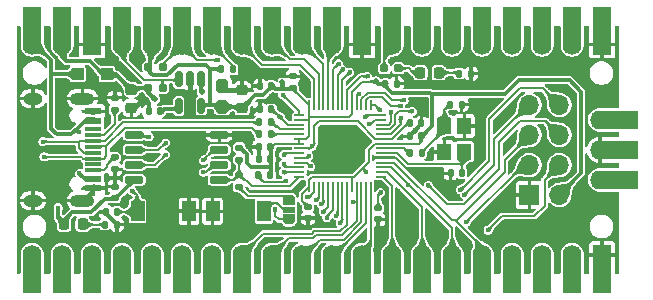
<source format=gbr>
%TF.GenerationSoftware,KiCad,Pcbnew,9.0.1*%
%TF.CreationDate,2025-04-27T12:11:08+05:30*%
%TF.ProjectId,Mitayi-Pico-D1,4d697461-7969-42d5-9069-636f2d44312e,0.6*%
%TF.SameCoordinates,PX73df160PY5f2d3c0*%
%TF.FileFunction,Copper,L1,Top*%
%TF.FilePolarity,Positive*%
%FSLAX46Y46*%
G04 Gerber Fmt 4.6, Leading zero omitted, Abs format (unit mm)*
G04 Created by KiCad (PCBNEW 9.0.1) date 2025-04-27 12:11:08*
%MOMM*%
%LPD*%
G01*
G04 APERTURE LIST*
G04 Aperture macros list*
%AMRoundRect*
0 Rectangle with rounded corners*
0 $1 Rounding radius*
0 $2 $3 $4 $5 $6 $7 $8 $9 X,Y pos of 4 corners*
0 Add a 4 corners polygon primitive as box body*
4,1,4,$2,$3,$4,$5,$6,$7,$8,$9,$2,$3,0*
0 Add four circle primitives for the rounded corners*
1,1,$1+$1,$2,$3*
1,1,$1+$1,$4,$5*
1,1,$1+$1,$6,$7*
1,1,$1+$1,$8,$9*
0 Add four rect primitives between the rounded corners*
20,1,$1+$1,$2,$3,$4,$5,0*
20,1,$1+$1,$4,$5,$6,$7,0*
20,1,$1+$1,$6,$7,$8,$9,0*
20,1,$1+$1,$8,$9,$2,$3,0*%
%AMFreePoly0*
4,1,15,-0.425000,0.160000,-0.413415,0.247998,-0.363512,0.355016,-0.280016,0.438512,-0.172998,0.488415,-0.085000,0.500000,0.425000,0.500000,0.425000,-0.500000,-0.085000,-0.500000,-0.172998,-0.488415,-0.280016,-0.438512,-0.363512,-0.355016,-0.413415,-0.247998,-0.425000,-0.160000,-0.425000,0.160000,-0.425000,0.160000,$1*%
%AMFreePoly1*
4,1,15,-0.425000,0.500000,0.085000,0.500000,0.172998,0.488415,0.280016,0.438512,0.363512,0.355016,0.413415,0.247998,0.425000,0.160000,0.425000,-0.160000,0.413415,-0.247998,0.363512,-0.355016,0.280016,-0.438512,0.172998,-0.488415,0.085000,-0.500000,-0.425000,-0.500000,-0.425000,0.500000,-0.425000,0.500000,$1*%
G04 Aperture macros list end*
%TA.AperFunction,SMDPad,CuDef*%
%ADD10RoundRect,0.160000X-0.197500X-0.160000X0.197500X-0.160000X0.197500X0.160000X-0.197500X0.160000X0*%
%TD*%
%TA.AperFunction,SMDPad,CuDef*%
%ADD11RoundRect,0.218750X0.218750X0.256250X-0.218750X0.256250X-0.218750X-0.256250X0.218750X-0.256250X0*%
%TD*%
%TA.AperFunction,SMDPad,CuDef*%
%ADD12RoundRect,0.140000X0.140000X0.170000X-0.140000X0.170000X-0.140000X-0.170000X0.140000X-0.170000X0*%
%TD*%
%TA.AperFunction,SMDPad,CuDef*%
%ADD13RoundRect,0.140000X-0.170000X0.140000X-0.170000X-0.140000X0.170000X-0.140000X0.170000X0.140000X0*%
%TD*%
%TA.AperFunction,SMDPad,CuDef*%
%ADD14RoundRect,0.225000X-0.250000X0.225000X-0.250000X-0.225000X0.250000X-0.225000X0.250000X0.225000X0*%
%TD*%
%TA.AperFunction,SMDPad,CuDef*%
%ADD15RoundRect,0.135000X-0.185000X0.135000X-0.185000X-0.135000X0.185000X-0.135000X0.185000X0.135000X0*%
%TD*%
%TA.AperFunction,SMDPad,CuDef*%
%ADD16RoundRect,0.135000X0.135000X0.185000X-0.135000X0.185000X-0.135000X-0.185000X0.135000X-0.185000X0*%
%TD*%
%TA.AperFunction,SMDPad,CuDef*%
%ADD17RoundRect,0.135000X-0.135000X-0.185000X0.135000X-0.185000X0.135000X0.185000X-0.135000X0.185000X0*%
%TD*%
%TA.AperFunction,SMDPad,CuDef*%
%ADD18RoundRect,0.140000X0.170000X-0.140000X0.170000X0.140000X-0.170000X0.140000X-0.170000X-0.140000X0*%
%TD*%
%TA.AperFunction,SMDPad,CuDef*%
%ADD19RoundRect,0.050000X0.050000X-0.387500X0.050000X0.387500X-0.050000X0.387500X-0.050000X-0.387500X0*%
%TD*%
%TA.AperFunction,SMDPad,CuDef*%
%ADD20RoundRect,0.050000X0.387500X-0.050000X0.387500X0.050000X-0.387500X0.050000X-0.387500X-0.050000X0*%
%TD*%
%TA.AperFunction,ComponentPad*%
%ADD21C,0.600000*%
%TD*%
%TA.AperFunction,SMDPad,CuDef*%
%ADD22RoundRect,0.144000X1.456000X-1.456000X1.456000X1.456000X-1.456000X1.456000X-1.456000X-1.456000X0*%
%TD*%
%TA.AperFunction,SMDPad,CuDef*%
%ADD23RoundRect,0.140000X-0.140000X-0.170000X0.140000X-0.170000X0.140000X0.170000X-0.140000X0.170000X0*%
%TD*%
%TA.AperFunction,SMDPad,CuDef*%
%ADD24RoundRect,0.150000X0.650000X0.150000X-0.650000X0.150000X-0.650000X-0.150000X0.650000X-0.150000X0*%
%TD*%
%TA.AperFunction,ComponentPad*%
%ADD25R,3.200000X1.600000*%
%TD*%
%TA.AperFunction,ComponentPad*%
%ADD26O,1.700000X1.600000*%
%TD*%
%TA.AperFunction,SMDPad,CuDef*%
%ADD27RoundRect,0.160000X0.197500X0.160000X-0.197500X0.160000X-0.197500X-0.160000X0.197500X-0.160000X0*%
%TD*%
%TA.AperFunction,SMDPad,CuDef*%
%ADD28RoundRect,0.225000X0.250000X-0.225000X0.250000X0.225000X-0.250000X0.225000X-0.250000X-0.225000X0*%
%TD*%
%TA.AperFunction,SMDPad,CuDef*%
%ADD29R,1.450000X0.600000*%
%TD*%
%TA.AperFunction,SMDPad,CuDef*%
%ADD30R,1.450000X0.300000*%
%TD*%
%TA.AperFunction,ComponentPad*%
%ADD31O,2.100000X1.000000*%
%TD*%
%TA.AperFunction,ComponentPad*%
%ADD32O,1.600000X1.000000*%
%TD*%
%TA.AperFunction,SMDPad,CuDef*%
%ADD33FreePoly0,270.000000*%
%TD*%
%TA.AperFunction,SMDPad,CuDef*%
%ADD34R,1.000000X0.500000*%
%TD*%
%TA.AperFunction,SMDPad,CuDef*%
%ADD35FreePoly1,270.000000*%
%TD*%
%TA.AperFunction,SMDPad,CuDef*%
%ADD36R,1.200000X1.400000*%
%TD*%
%TA.AperFunction,SMDPad,CuDef*%
%ADD37R,1.000000X1.000000*%
%TD*%
%TA.AperFunction,SMDPad,CuDef*%
%ADD38R,1.150000X1.700000*%
%TD*%
%TA.AperFunction,ComponentPad*%
%ADD39R,1.600000X3.200000*%
%TD*%
%TA.AperFunction,ComponentPad*%
%ADD40O,1.600000X1.700000*%
%TD*%
%TA.AperFunction,ComponentPad*%
%ADD41R,1.600000X1.700000*%
%TD*%
%TA.AperFunction,SMDPad,CuDef*%
%ADD42RoundRect,0.250000X0.275000X-0.312500X0.275000X0.312500X-0.275000X0.312500X-0.275000X-0.312500X0*%
%TD*%
%TA.AperFunction,SMDPad,CuDef*%
%ADD43RoundRect,0.135000X0.185000X-0.135000X0.185000X0.135000X-0.185000X0.135000X-0.185000X-0.135000X0*%
%TD*%
%TA.AperFunction,SMDPad,CuDef*%
%ADD44RoundRect,0.150000X-0.150000X0.512500X-0.150000X-0.512500X0.150000X-0.512500X0.150000X0.512500X0*%
%TD*%
%TA.AperFunction,ComponentPad*%
%ADD45R,1.700000X1.700000*%
%TD*%
%TA.AperFunction,ComponentPad*%
%ADD46O,1.700000X1.700000*%
%TD*%
%TA.AperFunction,ViaPad*%
%ADD47C,0.400000*%
%TD*%
%TA.AperFunction,ViaPad*%
%ADD48C,0.508000*%
%TD*%
%TA.AperFunction,Conductor*%
%ADD49C,0.200000*%
%TD*%
%TA.AperFunction,Conductor*%
%ADD50C,0.400000*%
%TD*%
%TA.AperFunction,Conductor*%
%ADD51C,0.300000*%
%TD*%
G04 APERTURE END LIST*
D10*
X31112500Y17400000D03*
X32307500Y17400000D03*
D11*
X35737500Y17030000D03*
X34162500Y17030000D03*
D12*
X37700000Y8510000D03*
X36740000Y8510000D03*
D13*
X24670000Y5670000D03*
X24670000Y4710000D03*
D14*
X9710000Y15585000D03*
X9710000Y14035000D03*
D13*
X30600000Y5560000D03*
X30600000Y4600000D03*
D12*
X21550000Y15905000D03*
X20590000Y15905000D03*
X8490000Y5240000D03*
X7530000Y5240000D03*
D15*
X18830000Y8360000D03*
X18830000Y7340000D03*
D16*
X38480000Y16960000D03*
X37460000Y16960000D03*
D17*
X33270000Y10220000D03*
X34290000Y10220000D03*
D18*
X23370000Y15750000D03*
X23370000Y16710000D03*
D19*
X24770000Y7382500D03*
X25170000Y7382500D03*
X25570000Y7382500D03*
X25970000Y7382500D03*
X26370000Y7382500D03*
X26770000Y7382500D03*
X27170000Y7382500D03*
X27570000Y7382500D03*
X27970000Y7382500D03*
X28370000Y7382500D03*
X28770000Y7382500D03*
X29170000Y7382500D03*
X29570000Y7382500D03*
X29970000Y7382500D03*
D20*
X30807500Y8220000D03*
X30807500Y8620000D03*
X30807500Y9020000D03*
X30807500Y9420000D03*
X30807500Y9820000D03*
X30807500Y10220000D03*
X30807500Y10620000D03*
X30807500Y11020000D03*
X30807500Y11420000D03*
X30807500Y11820000D03*
X30807500Y12220000D03*
X30807500Y12620000D03*
X30807500Y13020000D03*
X30807500Y13420000D03*
D19*
X29970000Y14257500D03*
X29570000Y14257500D03*
X29170000Y14257500D03*
X28770000Y14257500D03*
X28370000Y14257500D03*
X27970000Y14257500D03*
X27570000Y14257500D03*
X27170000Y14257500D03*
X26770000Y14257500D03*
X26370000Y14257500D03*
X25970000Y14257500D03*
X25570000Y14257500D03*
X25170000Y14257500D03*
X24770000Y14257500D03*
D20*
X23932500Y13420000D03*
X23932500Y13020000D03*
X23932500Y12620000D03*
X23932500Y12220000D03*
X23932500Y11820000D03*
X23932500Y11420000D03*
X23932500Y11020000D03*
X23932500Y10620000D03*
X23932500Y10220000D03*
X23932500Y9820000D03*
X23932500Y9420000D03*
X23932500Y9020000D03*
X23932500Y8620000D03*
X23932500Y8220000D03*
D21*
X26095000Y9545000D03*
X27370000Y9545000D03*
X28645000Y9545000D03*
X26095000Y10820000D03*
X27370000Y10820000D03*
D22*
X27370000Y10820000D03*
D21*
X28645000Y10820000D03*
X26095000Y12095000D03*
X27370000Y12095000D03*
X28645000Y12095000D03*
D17*
X20540000Y11825000D03*
X21560000Y11825000D03*
D23*
X33290000Y12750000D03*
X34250000Y12750000D03*
D24*
X17150000Y7955000D03*
X17150000Y9225000D03*
X17150000Y10495000D03*
X17150000Y11765000D03*
X9950000Y11765000D03*
X9950000Y10495000D03*
X9950000Y9225000D03*
X9950000Y7955000D03*
D12*
X21455000Y10720000D03*
X20495000Y10720000D03*
D15*
X18830000Y10690000D03*
X18830000Y9670000D03*
D12*
X21540000Y13930000D03*
X20580000Y13930000D03*
D18*
X8300000Y6430000D03*
X8300000Y7390000D03*
D25*
X51010000Y7950000D03*
D26*
X49400000Y7950000D03*
D25*
X51010000Y10490000D03*
D26*
X49400000Y10490000D03*
D25*
X51010000Y13030000D03*
D26*
X49400000Y13030000D03*
D27*
X12347500Y17500000D03*
X11152500Y17500000D03*
D17*
X17300000Y17300000D03*
X18320000Y17300000D03*
D12*
X34260000Y11630000D03*
X33300000Y11630000D03*
D23*
X31210000Y16100000D03*
X32170000Y16100000D03*
D28*
X19080000Y14015000D03*
X19080000Y15565000D03*
D29*
X6475000Y13760000D03*
X6475000Y12960000D03*
D30*
X6475000Y11760000D03*
X6475000Y10760000D03*
X6475000Y10260000D03*
X6475000Y9260000D03*
D29*
X6475000Y8060000D03*
X6475000Y7260000D03*
X6475000Y7260000D03*
X6475000Y8060000D03*
D30*
X6475000Y8760000D03*
X6475000Y9760000D03*
X6475000Y11260000D03*
X6475000Y12260000D03*
D29*
X6475000Y12960000D03*
X6475000Y13760000D03*
D31*
X5560000Y14830000D03*
D32*
X1380000Y14830000D03*
D31*
X5560000Y6190000D03*
D32*
X1380000Y6190000D03*
D33*
X23035000Y6265000D03*
D34*
X23035000Y5435000D03*
D35*
X23035000Y4605000D03*
D12*
X12160000Y13760000D03*
X11200000Y13760000D03*
D10*
X11152500Y15750000D03*
X12347500Y15750000D03*
D15*
X8300000Y9860000D03*
X8300000Y8840000D03*
D36*
X37900000Y10330000D03*
X37900000Y12530000D03*
X36200000Y12530000D03*
X36200000Y10330000D03*
D16*
X8490000Y4170000D03*
X7470000Y4170000D03*
D37*
X7650000Y16900000D03*
X5150000Y16900000D03*
D11*
X5587500Y4200000D03*
X4012500Y4200000D03*
D38*
X10225000Y5300000D03*
X14575000Y5300000D03*
D23*
X36710000Y14330000D03*
X37670000Y14330000D03*
D12*
X21450000Y9720000D03*
X20490000Y9720000D03*
D17*
X20540000Y12825000D03*
X21560000Y12825000D03*
D39*
X1300000Y-10000D03*
D40*
X1300000Y1600000D03*
D39*
X3840000Y-10000D03*
D40*
X3840000Y1600000D03*
D39*
X6380000Y-10000D03*
D40*
X6380000Y1600000D03*
D39*
X8920000Y-10000D03*
D40*
X8920000Y1600000D03*
D39*
X11460000Y-10000D03*
D40*
X11460000Y1600000D03*
D39*
X14000000Y-10000D03*
D40*
X14000000Y1600000D03*
D39*
X16540000Y-10000D03*
D40*
X16540000Y1600000D03*
D39*
X19080000Y-10000D03*
D40*
X19080000Y1600000D03*
D39*
X21620000Y-10000D03*
D40*
X21620000Y1600000D03*
D39*
X24160000Y-10000D03*
D40*
X24160000Y1600000D03*
D39*
X26700000Y-10000D03*
D40*
X26700000Y1600000D03*
D39*
X29240000Y-10000D03*
D40*
X29240000Y1600000D03*
D39*
X31780000Y-10000D03*
D40*
X31780000Y1600000D03*
D39*
X34320000Y-10000D03*
D40*
X34320000Y1600000D03*
D39*
X36860000Y-10000D03*
D40*
X36860000Y1600000D03*
D39*
X39400000Y-10000D03*
D40*
X39400000Y1600000D03*
D39*
X41940000Y-10000D03*
D40*
X41940000Y1600000D03*
D39*
X44480000Y-10000D03*
D40*
X44480000Y1600000D03*
D39*
X47020000Y-10000D03*
D40*
X47020000Y1600000D03*
D39*
X49560000Y-10000D03*
D41*
X49560000Y1600000D03*
D42*
X17400000Y14147500D03*
X17400000Y15922500D03*
D43*
X8300000Y13890000D03*
X8300000Y14910000D03*
D44*
X15620000Y16487500D03*
X14670000Y16487500D03*
X13720000Y16487500D03*
X13720000Y14212500D03*
X15620000Y14212500D03*
D17*
X20460000Y8330000D03*
X21480000Y8330000D03*
D38*
X20940000Y5285000D03*
X16590000Y5285000D03*
D45*
X43400000Y6675000D03*
D46*
X45940000Y6675000D03*
X43400000Y9215000D03*
X45940000Y9215000D03*
X43400000Y11755000D03*
X45940000Y11755000D03*
X43400000Y14295000D03*
X45940000Y14295000D03*
D39*
X1300000Y21010000D03*
D40*
X1300000Y19400000D03*
D39*
X3840000Y21010000D03*
D40*
X3840000Y19400000D03*
D39*
X6380000Y21010000D03*
D41*
X6380000Y19400000D03*
D39*
X8920000Y21010000D03*
D40*
X8920000Y19400000D03*
D39*
X11460000Y21010000D03*
D40*
X11460000Y19400000D03*
D39*
X14000000Y21010000D03*
D40*
X14000000Y19400000D03*
D39*
X16540000Y21010000D03*
D40*
X16540000Y19400000D03*
D39*
X19080000Y21010000D03*
D40*
X19080000Y19400000D03*
D39*
X21620000Y21010000D03*
D40*
X21620000Y19400000D03*
D39*
X24160000Y21010000D03*
D40*
X24160000Y19400000D03*
D39*
X26700000Y21010000D03*
D40*
X26700000Y19400000D03*
D39*
X29240000Y21010000D03*
D41*
X29240000Y19400000D03*
D39*
X31780000Y21010000D03*
D40*
X31780000Y19400000D03*
D39*
X34320000Y21010000D03*
D40*
X34320000Y19400000D03*
D39*
X36860000Y21010000D03*
D40*
X36860000Y19400000D03*
D39*
X39400000Y21010000D03*
D40*
X39400000Y19400000D03*
D39*
X41940000Y21010000D03*
D40*
X41940000Y19400000D03*
D39*
X44480000Y21010000D03*
D40*
X44480000Y19400000D03*
D39*
X47020000Y21010000D03*
D40*
X47020000Y19400000D03*
D39*
X49560000Y21010000D03*
D41*
X49560000Y19400000D03*
D47*
X22300000Y13300000D03*
X25000000Y10800000D03*
X49200000Y15300000D03*
X24200000Y15700000D03*
X39300000Y9800000D03*
X10100000Y18600000D03*
X50100000Y5600000D03*
X12700000Y15000000D03*
X21900000Y14700000D03*
X41600000Y13900000D03*
X14700000Y14900000D03*
X23000000Y13800000D03*
X20100000Y17000000D03*
X40500000Y12400000D03*
X14400000Y11800000D03*
X17600000Y7100000D03*
X27900000Y18600000D03*
X13200000Y8200000D03*
X47100000Y13500000D03*
X44700000Y13700000D03*
X12700000Y4200000D03*
X35600000Y18500000D03*
X45700000Y2500000D03*
X21300000Y14700000D03*
X6500000Y3000000D03*
X33100000Y2600000D03*
X50100000Y15300000D03*
X35800000Y2600000D03*
X37700000Y16100000D03*
X33743750Y12156250D03*
X14700000Y13900000D03*
X45800000Y18900000D03*
X48500000Y11800000D03*
X10700000Y14800000D03*
X16600000Y3100000D03*
X14700000Y14400000D03*
X33000000Y18600000D03*
X12500000Y8200000D03*
X42900000Y2600000D03*
X38000000Y2600000D03*
X35600000Y8500000D03*
X18700000Y11800000D03*
X14700000Y13400000D03*
X30600000Y2600000D03*
X7700000Y18600000D03*
X13900000Y8200000D03*
X44675000Y10575000D03*
X49200000Y5600000D03*
X40700000Y18500000D03*
X48300000Y15300000D03*
X48300000Y5600000D03*
X14400000Y3100000D03*
X12000000Y11800000D03*
X12700000Y14500000D03*
X32300000Y7000000D03*
X48200000Y18300000D03*
X40700000Y2600000D03*
X24600000Y15300000D03*
X3500000Y5600000D03*
X29600000Y8600000D03*
D48*
X30400000Y16296500D03*
D47*
X30800000Y6900000D03*
D48*
X22500000Y16200000D03*
D47*
X5300000Y8500000D03*
X5300000Y12000000D03*
X9800000Y7000000D03*
X31682094Y13711781D03*
X2300000Y9900000D03*
X2200000Y11200000D03*
X24600000Y6500000D03*
X25300000Y6250000D03*
X21865002Y5530500D03*
X22759290Y7850000D03*
X25800000Y5900000D03*
X25939713Y5260287D03*
X26250000Y4750000D03*
X27070500Y4934529D03*
X27401576Y4297924D03*
X28469500Y6100000D03*
X37900000Y6700000D03*
X37546319Y7120551D03*
X38050000Y4350000D03*
X39900000Y3700000D03*
X33150000Y7550000D03*
X34850000Y7500000D03*
X29800000Y12700000D03*
X29500000Y13300000D03*
X30750000Y13869500D03*
X22513898Y15163000D03*
X17000000Y18100000D03*
X27250000Y17800000D03*
X27600000Y17300000D03*
X28200000Y17050500D03*
X29700000Y16719500D03*
X28967186Y15247114D03*
X32800000Y14700000D03*
X32500000Y14200000D03*
X32507101Y13185709D03*
X33500000Y13750500D03*
X15800000Y8600000D03*
X22600000Y8600000D03*
X22600000Y9300000D03*
X15800000Y9600500D03*
X24900000Y9100000D03*
X11200000Y11600000D03*
X24730312Y9986439D03*
X12600000Y11100000D03*
X22600000Y10100000D03*
X12600000Y10100000D03*
D48*
X15700000Y15400000D03*
X11700000Y14800000D03*
D49*
X28865736Y12900000D02*
X25600000Y12900000D01*
X25200000Y12500000D02*
X25200000Y11000000D01*
X25600000Y12900000D02*
X25200000Y12500000D01*
X22300000Y13300000D02*
X22257500Y13300000D01*
X33202500Y12750000D02*
X33097270Y12750000D01*
X23932500Y10620000D02*
X24820000Y10620000D01*
X22980000Y12620000D02*
X23932500Y12620000D01*
X25200000Y11000000D02*
X25000000Y10800000D01*
X22257500Y13300000D02*
X21627500Y13930000D01*
X22300000Y13300000D02*
X22980000Y12620000D01*
X30807500Y11420000D02*
X30345736Y11420000D01*
X31767270Y11420000D02*
X30807500Y11420000D01*
X30345736Y11420000D02*
X28865736Y12900000D01*
X33097270Y12750000D02*
X31767270Y11420000D01*
X24820000Y10620000D02*
X25000000Y10800000D01*
X30807500Y9820000D02*
X32080000Y9820000D01*
D50*
X19080000Y15565000D02*
X17757500Y15565000D01*
X9710000Y14035000D02*
X9935000Y14035000D01*
D49*
X33400000Y8500000D02*
X35600000Y8500000D01*
D51*
X6530000Y7410000D02*
X6530000Y7110000D01*
X33212500Y11630000D02*
X33217500Y11630000D01*
X14850000Y13250000D02*
X14700000Y13400000D01*
X20330000Y13930000D02*
X19650000Y13250000D01*
D50*
X14670000Y16487500D02*
X14670000Y14930000D01*
D49*
X32080000Y9820000D02*
X33400000Y8500000D01*
D51*
X8577500Y4170000D02*
X8512500Y4170000D01*
D50*
X14670000Y14930000D02*
X14700000Y14900000D01*
X17757500Y15565000D02*
X17400000Y15922500D01*
D51*
X6530000Y7110000D02*
X5610000Y6190000D01*
X8512500Y4170000D02*
X7442500Y5240000D01*
X20492500Y13930000D02*
X20330000Y13930000D01*
X33743750Y12156250D02*
X34337500Y12750000D01*
D50*
X9935000Y14035000D02*
X10700000Y14800000D01*
D51*
X19650000Y13250000D02*
X14850000Y13250000D01*
X33217500Y11630000D02*
X33743750Y12156250D01*
X35100000Y15200000D02*
X35000000Y15300000D01*
D49*
X23932500Y11020000D02*
X23932500Y11420000D01*
D51*
X21537500Y9062500D02*
X19837500Y9062500D01*
X21537500Y9720000D02*
X21537500Y10715000D01*
X21537500Y9720000D02*
X21537500Y9062500D01*
D49*
X28370000Y8170000D02*
X28520000Y8170000D01*
D51*
X46800000Y16400000D02*
X47800000Y15400000D01*
D49*
X28370000Y14257500D02*
X28370000Y13520000D01*
D51*
X35200000Y15100000D02*
X35100000Y15200000D01*
X16362500Y14312500D02*
X17235000Y14312500D01*
D49*
X29800000Y10500000D02*
X30320000Y11020000D01*
D51*
X20165000Y15100000D02*
X20832500Y15100000D01*
X16000000Y17700000D02*
X13633604Y17700000D01*
X16362500Y17337500D02*
X17175000Y17337500D01*
D49*
X23932500Y13020000D02*
X24720000Y13020000D01*
X24770000Y14257500D02*
X23370000Y15657500D01*
D51*
X4012500Y4512500D02*
X4700000Y5200000D01*
X18947500Y14147500D02*
X19080000Y14015000D01*
X20832500Y15100000D02*
X21637500Y15905000D01*
X19080000Y14015000D02*
X20165000Y15100000D01*
X12733604Y16800000D02*
X11500000Y16800000D01*
D49*
X24900000Y13300000D02*
X24770000Y13170000D01*
X24150000Y6190000D02*
X24670000Y5670000D01*
D51*
X19500000Y10107500D02*
X18830000Y10777500D01*
X8300000Y6342500D02*
X8337500Y6342500D01*
X35000000Y15300000D02*
X31800000Y15300000D01*
D49*
X30320000Y11020000D02*
X30807500Y11020000D01*
X30373000Y16269500D02*
X29211756Y16269500D01*
D51*
X13633604Y17700000D02*
X12733604Y16800000D01*
D49*
X30807500Y11020000D02*
X34020000Y11020000D01*
D51*
X34347500Y11630000D02*
X35200000Y12482500D01*
X11310000Y17500000D02*
X11310000Y19250000D01*
X16362500Y14312500D02*
X16362500Y17337500D01*
X31122500Y15977500D02*
X31122500Y16100000D01*
X21880000Y15662500D02*
X22462500Y15662500D01*
D49*
X28520000Y8170000D02*
X29275000Y8925000D01*
D51*
X19837500Y9062500D02*
X19500000Y9400000D01*
X21637500Y15905000D02*
X21880000Y15662500D01*
X30596500Y16100000D02*
X31122500Y16100000D01*
X21537500Y10715000D02*
X21542500Y10720000D01*
X47800000Y8535000D02*
X45940000Y6675000D01*
D49*
X23932500Y11020000D02*
X21842500Y11020000D01*
X24770000Y11670000D02*
X24770000Y13070000D01*
D51*
X11310000Y19250000D02*
X11460000Y19400000D01*
X41315000Y15215000D02*
X42500000Y16400000D01*
D49*
X24720000Y13020000D02*
X24770000Y13070000D01*
D51*
X8337500Y6342500D02*
X9950000Y7955000D01*
X16362500Y17337500D02*
X16000000Y17700000D01*
X31800000Y15300000D02*
X31122500Y15977500D01*
D49*
X28150000Y13300000D02*
X24900000Y13300000D01*
D51*
X21537500Y9062500D02*
X21537500Y8360000D01*
D49*
X28370000Y13520000D02*
X28150000Y13300000D01*
X24770000Y7382500D02*
X24150000Y6762500D01*
D51*
X39700000Y15200000D02*
X39715000Y15215000D01*
X11500000Y16800000D02*
X11310000Y16990000D01*
D49*
X21842500Y11020000D02*
X21542500Y10720000D01*
D51*
X42500000Y16400000D02*
X46800000Y16400000D01*
D49*
X24520000Y11420000D02*
X24770000Y11670000D01*
D51*
X47800000Y15400000D02*
X47800000Y8535000D01*
X11310000Y16990000D02*
X11310000Y17500000D01*
D49*
X34347500Y11347500D02*
X34347500Y11630000D01*
D51*
X7442500Y6342500D02*
X8300000Y6342500D01*
X17235000Y14312500D02*
X17400000Y14147500D01*
X4700000Y5200000D02*
X6300000Y5200000D01*
D49*
X24970000Y8170000D02*
X24770000Y7970000D01*
X24770000Y13070000D02*
X24770000Y13170000D01*
D51*
X15720000Y14312500D02*
X16362500Y14312500D01*
D49*
X23932500Y11420000D02*
X24520000Y11420000D01*
X29275000Y8925000D02*
X29800000Y9450000D01*
D51*
X35100000Y15200000D02*
X39700000Y15200000D01*
X17400000Y14147500D02*
X18947500Y14147500D01*
X21537500Y8360000D02*
X21567500Y8330000D01*
D49*
X30600000Y6700000D02*
X30800000Y6900000D01*
X23370000Y15657500D02*
X23370000Y15662500D01*
X24770000Y7970000D02*
X24770000Y7382500D01*
D51*
X15620000Y14212500D02*
X15720000Y14312500D01*
X3500000Y5600000D02*
X3500000Y4712500D01*
D49*
X34020000Y11020000D02*
X34347500Y11347500D01*
D51*
X35200000Y12482500D02*
X35200000Y15100000D01*
D49*
X29211756Y16269500D02*
X28370000Y15427744D01*
D51*
X6300000Y5200000D02*
X7442500Y6342500D01*
D49*
X29600000Y8600000D02*
X29275000Y8925000D01*
D51*
X39715000Y15215000D02*
X41315000Y15215000D01*
D49*
X28370000Y8170000D02*
X28370000Y7382500D01*
X24150000Y6762500D02*
X24150000Y6190000D01*
X24770000Y13170000D02*
X24770000Y14257500D01*
X28370000Y15427744D02*
X28370000Y14257500D01*
D51*
X17175000Y17337500D02*
X17212500Y17300000D01*
X30400000Y16296500D02*
X30596500Y16100000D01*
X4012500Y4200000D02*
X4012500Y4512500D01*
X3500000Y4712500D02*
X4012500Y4200000D01*
X22462500Y15662500D02*
X23370000Y15662500D01*
D49*
X28370000Y8170000D02*
X24970000Y8170000D01*
D51*
X22500000Y15700000D02*
X22462500Y15662500D01*
X22500000Y16200000D02*
X22500000Y15700000D01*
D49*
X30600000Y5647500D02*
X30600000Y6700000D01*
X30400000Y16296500D02*
X30373000Y16269500D01*
X29800000Y9450000D02*
X29800000Y10500000D01*
D51*
X19500000Y9400000D02*
X19500000Y10107500D01*
X2900000Y12300000D02*
X2900000Y17100000D01*
X5890000Y7910000D02*
X5300000Y8500000D01*
X6530000Y7910000D02*
X5890000Y7910000D01*
X5150000Y16900000D02*
X3100000Y16900000D01*
X5300000Y12000000D02*
X5100000Y12200000D01*
X3100000Y16900000D02*
X2900000Y17100000D01*
X6530000Y13110000D02*
X5910000Y13110000D01*
X2900000Y18100000D02*
X1600000Y19400000D01*
X5910000Y13110000D02*
X5150000Y12350000D01*
X4610000Y11810000D02*
X4062500Y11810000D01*
X5150000Y12350000D02*
X4610000Y11810000D01*
X2900000Y17100000D02*
X2900000Y18100000D01*
X3390000Y11810000D02*
X2900000Y12300000D01*
X1600000Y19400000D02*
X1300000Y19400000D01*
X5100000Y12300000D02*
X5150000Y12350000D01*
X4062500Y11810000D02*
X3390000Y11810000D01*
X5100000Y12200000D02*
X5100000Y12300000D01*
D49*
X31682094Y12819746D02*
X31682094Y13711781D01*
X8577500Y5240000D02*
X10165000Y5240000D01*
X18407500Y17300000D02*
X18407500Y17532500D01*
X18407500Y17532500D02*
X16540000Y19400000D01*
X10225000Y6575000D02*
X9800000Y7000000D01*
X30807500Y12620000D02*
X31482348Y12620000D01*
X10225000Y5300000D02*
X10225000Y6575000D01*
X31482348Y12620000D02*
X31682094Y12819746D01*
X10165000Y5240000D02*
X10225000Y5300000D01*
X37700000Y9200000D02*
X37600000Y9300000D01*
X37900000Y10330000D02*
X37700000Y10130000D01*
X37600000Y9300000D02*
X33100000Y9300000D01*
X32180000Y10220000D02*
X30807500Y10220000D01*
X37700000Y10130000D02*
X37700000Y9200000D01*
X37700000Y8597500D02*
X37787500Y8510000D01*
X33100000Y9300000D02*
X32180000Y10220000D01*
X37700000Y9200000D02*
X37700000Y8597500D01*
D51*
X13720000Y14212500D02*
X13457500Y13950000D01*
X13457500Y13950000D02*
X12437500Y13950000D01*
X12437500Y13950000D02*
X12247500Y13760000D01*
D49*
X6530000Y10760000D02*
X7105000Y10760000D01*
X7585000Y10785000D02*
X9174999Y12374999D01*
X5500000Y9900000D02*
X5640000Y9760000D01*
X7585000Y9985000D02*
X7585000Y10785000D01*
X19902501Y12374999D02*
X20452500Y11825000D01*
X9174999Y12374999D02*
X19902501Y12374999D01*
X7105000Y10760000D02*
X7130000Y10785000D01*
X5640000Y9760000D02*
X7360000Y9760000D01*
X7130000Y10785000D02*
X7585000Y10785000D01*
X7360000Y9760000D02*
X7585000Y9985000D01*
X2300000Y9900000D02*
X5500000Y9900000D01*
X6530000Y11260000D02*
X7460000Y11260000D01*
X5260000Y10655000D02*
X5260000Y11260000D01*
X5260000Y11260000D02*
X6530000Y11260000D01*
X5655000Y10260000D02*
X5260000Y10655000D01*
X9025000Y12825000D02*
X20452500Y12825000D01*
X7460000Y11260000D02*
X9025000Y12825000D01*
X5200000Y11200000D02*
X5260000Y11260000D01*
X6530000Y10260000D02*
X5655000Y10260000D01*
X2200000Y11200000D02*
X5200000Y11200000D01*
X36200000Y12530000D02*
X36200000Y13907500D01*
X34377500Y10377500D02*
X34377500Y10220000D01*
X36200000Y12200000D02*
X34377500Y10377500D01*
X36200000Y12530000D02*
X36200000Y12200000D01*
X36200000Y13907500D02*
X36622500Y14330000D01*
X33570000Y17030000D02*
X33200000Y17400000D01*
X34162500Y17030000D02*
X33570000Y17030000D01*
X33200000Y17400000D02*
X32307500Y17400000D01*
X25170000Y6920736D02*
X25170000Y7382500D01*
X24600000Y6500000D02*
X24749264Y6500000D01*
X24749264Y6500000D02*
X25170000Y6920736D01*
X25300000Y6250000D02*
X25570000Y6520000D01*
X25570000Y6520000D02*
X25570000Y7382500D01*
X20952500Y7750000D02*
X20372500Y8330000D01*
X22759290Y7850000D02*
X22659290Y7750000D01*
X25800000Y5900000D02*
X25970000Y6070000D01*
X25970000Y6070000D02*
X25970000Y7382500D01*
X21865002Y4934998D02*
X21865002Y5530500D01*
X23035000Y4605000D02*
X22195000Y4605000D01*
X22195000Y4605000D02*
X21865002Y4934998D01*
X22659290Y7750000D02*
X20952500Y7750000D01*
X26370000Y5690574D02*
X26370000Y7382500D01*
X25939713Y5260287D02*
X26370000Y5690574D01*
X26770000Y5384174D02*
X26770000Y7382500D01*
X26250000Y4864174D02*
X26770000Y5384174D01*
X26250000Y4750000D02*
X26250000Y4864174D01*
X27170000Y5034029D02*
X27170000Y7382500D01*
X27070500Y4934529D02*
X27170000Y5034029D01*
X27570000Y4466348D02*
X27570000Y7382500D01*
X27401576Y4297924D02*
X27570000Y4466348D01*
X27410052Y3600000D02*
X25170051Y3600000D01*
X25170051Y3600000D02*
X24970051Y3400000D01*
X27970000Y4159948D02*
X27410052Y3600000D01*
X20880000Y3400000D02*
X19080000Y1600000D01*
X27970000Y7382500D02*
X27970000Y4159948D01*
X24970051Y3400000D02*
X20880000Y3400000D01*
X40400000Y9200000D02*
X40400000Y11400000D01*
X37900000Y6700000D02*
X40400000Y9200000D01*
X28770000Y4464974D02*
X27555026Y3250000D01*
X43295000Y14295000D02*
X43400000Y14295000D01*
X25065026Y3000000D02*
X23020000Y3000000D01*
X28489500Y6120000D02*
X28770000Y6120000D01*
X28770000Y7382500D02*
X28770000Y6120000D01*
X40400000Y11400000D02*
X43295000Y14295000D01*
X27555026Y3250000D02*
X25315026Y3250000D01*
X25315026Y3250000D02*
X25065026Y3000000D01*
X28469500Y6100000D02*
X28489500Y6120000D01*
X28770000Y6120000D02*
X28770000Y4464974D01*
X23020000Y3000000D02*
X21620000Y1600000D01*
X40000000Y13100000D02*
X42600000Y15700000D01*
X27700000Y2900000D02*
X25700000Y2900000D01*
X40000000Y9536397D02*
X40000000Y13100000D01*
X37546319Y7120551D02*
X37584154Y7120551D01*
X44535000Y15700000D02*
X45940000Y14295000D01*
X25700000Y2900000D02*
X24400000Y1600000D01*
X29170000Y7382500D02*
X29170000Y4370000D01*
X24400000Y1600000D02*
X24160000Y1600000D01*
X29170000Y4370000D02*
X27700000Y2900000D01*
X37584154Y7120551D02*
X40000000Y9536397D01*
X42600000Y15700000D02*
X44535000Y15700000D01*
X29570000Y7382500D02*
X29570000Y4270000D01*
X29570000Y4270000D02*
X26900000Y1600000D01*
X26900000Y1600000D02*
X26700000Y1600000D01*
X29970000Y7382500D02*
X29970000Y2330000D01*
X29970000Y2330000D02*
X29240000Y1600000D01*
X31780000Y7470000D02*
X31780000Y1600000D01*
X42915000Y9215000D02*
X43400000Y9215000D01*
X31030000Y8220000D02*
X31780000Y7470000D01*
X30807500Y8220000D02*
X31030000Y8220000D01*
X38050000Y4350000D02*
X42915000Y9215000D01*
X34320000Y5630000D02*
X34320000Y1600000D01*
X43825000Y4900000D02*
X44690000Y5765000D01*
X44690000Y5765000D02*
X44690000Y7965000D01*
X39900000Y3700000D02*
X41100000Y4900000D01*
X31330000Y8620000D02*
X34320000Y5630000D01*
X44690000Y7965000D02*
X45940000Y9215000D01*
X30807500Y8620000D02*
X31330000Y8620000D01*
X41100000Y4900000D02*
X43825000Y4900000D01*
X30807500Y9020000D02*
X31680000Y9020000D01*
X40850000Y8850000D02*
X40850000Y11150000D01*
X40850000Y11150000D02*
X42650000Y12950000D01*
X44745000Y12950000D02*
X45940000Y11755000D01*
X31680000Y9020000D02*
X32950000Y7750000D01*
X33150000Y7550000D02*
X32950000Y7750000D01*
X37900000Y5900000D02*
X40850000Y8850000D01*
X42650000Y12950000D02*
X44745000Y12950000D01*
X34850000Y7500000D02*
X36450000Y5900000D01*
X36860000Y3840000D02*
X36860000Y1600000D01*
X36450000Y5900000D02*
X37900000Y5900000D01*
X32950000Y7750000D02*
X36860000Y3840000D01*
X41300000Y8600000D02*
X41300000Y9655000D01*
X37267659Y4567659D02*
X41300000Y8600000D01*
X39400000Y2285319D02*
X39400000Y1600000D01*
X37117659Y4567659D02*
X39400000Y2285319D01*
X36832341Y4567659D02*
X37117659Y4567659D01*
X37117659Y4567659D02*
X37267659Y4567659D01*
X41300000Y9655000D02*
X43400000Y11755000D01*
X30807500Y9420000D02*
X31980000Y9420000D01*
X31980000Y9420000D02*
X36832341Y4567659D01*
X29800000Y12700000D02*
X30025736Y12700000D01*
X30025736Y12700000D02*
X30345736Y13020000D01*
X30345736Y13020000D02*
X30807500Y13020000D01*
X29500000Y13300000D02*
X29620000Y13420000D01*
X29620000Y13420000D02*
X30807500Y13420000D01*
X30750000Y13869500D02*
X30362000Y14257500D01*
X30362000Y14257500D02*
X29970000Y14257500D01*
X10800000Y16400000D02*
X12100000Y16400000D01*
X12347500Y15750000D02*
X12347500Y16400000D01*
X8920000Y19400000D02*
X8920000Y18280000D01*
X12347500Y16400000D02*
X12100000Y16400000D01*
X12100000Y16400000D02*
X13632500Y16400000D01*
X8920000Y18280000D02*
X10800000Y16400000D01*
X13632500Y16400000D02*
X13720000Y16487500D01*
X23035000Y6265000D02*
X22700000Y6600000D01*
X19570000Y6600000D02*
X18830000Y7340000D01*
X22700000Y6600000D02*
X19570000Y6600000D01*
X17000000Y18100000D02*
X15300000Y18100000D01*
X22513898Y15163000D02*
X23932500Y13744398D01*
X23932500Y13744398D02*
X23932500Y13420000D01*
X12347500Y17747500D02*
X14000000Y19400000D01*
X12347500Y17500000D02*
X12347500Y17747500D01*
X15300000Y18100000D02*
X14000000Y19400000D01*
X20780000Y17700000D02*
X19080000Y19400000D01*
X23950000Y17700000D02*
X20780000Y17700000D01*
X25170000Y16480000D02*
X23950000Y17700000D01*
X25170000Y14257500D02*
X25170000Y16480000D01*
X21860000Y19400000D02*
X21620000Y19400000D01*
X24302944Y18150000D02*
X23110000Y18150000D01*
X25570000Y14257500D02*
X25570000Y16882944D01*
X25570000Y16882944D02*
X24302944Y18150000D01*
X23110000Y18150000D02*
X21860000Y19400000D01*
X25970000Y17730000D02*
X24300000Y19400000D01*
X24300000Y19400000D02*
X24160000Y19400000D01*
X25970000Y14257500D02*
X25970000Y17730000D01*
X26370000Y14257500D02*
X26370000Y19070000D01*
X26370000Y19070000D02*
X26700000Y19400000D01*
X31112500Y18732500D02*
X31112500Y17400000D01*
X31780000Y19400000D02*
X31112500Y18732500D01*
X26770000Y17320000D02*
X26770000Y14257500D01*
X27250000Y17800000D02*
X26770000Y17320000D01*
X27170000Y16870000D02*
X27170000Y14257500D01*
X27600000Y17300000D02*
X27170000Y16870000D01*
X28200000Y17050500D02*
X27570000Y16420500D01*
X27570000Y16420500D02*
X27570000Y14257500D01*
X29166781Y16719500D02*
X27970000Y15522719D01*
X27970000Y15522719D02*
X27970000Y14257500D01*
X29700000Y16719500D02*
X29166781Y16719500D01*
X28770000Y15049928D02*
X28770000Y14257500D01*
X28967186Y15247114D02*
X28770000Y15049928D01*
X31155762Y15344238D02*
X29700000Y15344238D01*
X29700000Y15344238D02*
X29170000Y14814238D01*
X31800000Y14700000D02*
X31155762Y15344238D01*
X32800000Y14700000D02*
X31800000Y14700000D01*
X29170000Y14814238D02*
X29170000Y14257500D01*
X29795736Y14945000D02*
X29570000Y14719264D01*
X29570000Y14719264D02*
X29570000Y14257500D01*
X30955000Y14945000D02*
X29795736Y14945000D01*
X32500000Y14200000D02*
X31700000Y14200000D01*
X31700000Y14200000D02*
X30955000Y14945000D01*
X32507101Y13185709D02*
X32507101Y12654805D01*
X32507101Y12654805D02*
X31672296Y11820000D01*
X31672296Y11820000D02*
X30807500Y11820000D01*
X32057601Y12700279D02*
X31577322Y12220000D01*
X31577322Y12220000D02*
X30807500Y12220000D01*
X33500000Y13750500D02*
X32343393Y13750500D01*
X32057601Y13464708D02*
X32057601Y12700279D01*
X32343393Y13750500D02*
X32057601Y13464708D01*
X18830000Y8447500D02*
X18830000Y9582500D01*
X18830000Y8447500D02*
X18332500Y7950000D01*
X17155000Y7950000D02*
X17150000Y7955000D01*
X19877500Y7400000D02*
X18830000Y8447500D01*
X23932500Y8182500D02*
X23150000Y7400000D01*
X23932500Y8220000D02*
X23932500Y8182500D01*
X23150000Y7400000D02*
X19877500Y7400000D01*
X18332500Y7950000D02*
X17155000Y7950000D01*
X33182500Y10220000D02*
X32782500Y10620000D01*
X32782500Y10620000D02*
X30807500Y10620000D01*
X22600000Y8600000D02*
X22620000Y8620000D01*
X16625000Y9225000D02*
X17150000Y9225000D01*
X22620000Y8620000D02*
X23932500Y8620000D01*
X15800000Y8600000D02*
X16000000Y8600000D01*
X16000000Y8600000D02*
X16625000Y9225000D01*
X15800000Y9600500D02*
X15800500Y9600500D01*
X22600000Y9300000D02*
X22880000Y9020000D01*
X15800500Y9600500D02*
X16695000Y10495000D01*
X16695000Y10495000D02*
X17150000Y10495000D01*
X22880000Y9020000D02*
X23932500Y9020000D01*
X10115000Y11600000D02*
X9950000Y11765000D01*
X24580000Y9420000D02*
X24900000Y9100000D01*
X11200000Y11600000D02*
X10115000Y11600000D01*
X23932500Y9420000D02*
X24580000Y9420000D01*
X24563873Y9820000D02*
X24730312Y9986439D01*
X23932500Y9820000D02*
X24563873Y9820000D01*
X11995000Y10495000D02*
X9950000Y10495000D01*
X12600000Y11100000D02*
X11995000Y10495000D01*
X22670000Y10170000D02*
X22764975Y10170000D01*
X12600000Y10100000D02*
X11725000Y9225000D01*
X22814975Y10220000D02*
X23932500Y10220000D01*
X22600000Y10100000D02*
X22670000Y10170000D01*
X11725000Y9225000D02*
X9950000Y9225000D01*
X22764975Y10170000D02*
X22814975Y10220000D01*
X37460000Y16960000D02*
X37390000Y17030000D01*
X37390000Y17030000D02*
X35737500Y17030000D01*
X7382500Y4170000D02*
X5617500Y4170000D01*
X5617500Y4170000D02*
X5587500Y4200000D01*
X7360000Y11760000D02*
X6530000Y11760000D01*
X8300000Y12700000D02*
X7360000Y11760000D01*
X8300000Y13802500D02*
X8300000Y12700000D01*
X7350000Y8760000D02*
X7600000Y9010000D01*
X7600000Y9010000D02*
X7600000Y9247500D01*
X6530000Y8760000D02*
X7350000Y8760000D01*
X7600000Y9247500D02*
X8300000Y9947500D01*
D51*
X11152500Y15750000D02*
X9875000Y15750000D01*
X15620000Y15480000D02*
X15620000Y16487500D01*
X8395000Y16900000D02*
X7650000Y16900000D01*
X3840000Y18360000D02*
X3840000Y19400000D01*
X15700000Y15400000D02*
X15620000Y15480000D01*
X7650000Y16900000D02*
X7300000Y16900000D01*
X6200000Y18000000D02*
X4200000Y18000000D01*
X7300000Y16900000D02*
X6200000Y18000000D01*
X11700000Y14800000D02*
X11152500Y15347500D01*
X9875000Y15750000D02*
X9710000Y15585000D01*
X9710000Y15585000D02*
X8395000Y16900000D01*
X4200000Y18000000D02*
X3840000Y18360000D01*
X11152500Y15347500D02*
X11152500Y15750000D01*
D49*
X22586446Y5435000D02*
X22285000Y5736446D01*
X23035000Y5435000D02*
X22586446Y5435000D01*
X22285000Y5746899D02*
X22031899Y6000000D01*
X22285000Y5736446D02*
X22285000Y5746899D01*
X21655000Y6000000D02*
X20940000Y5285000D01*
X22031899Y6000000D02*
X21655000Y6000000D01*
X23932500Y11820000D02*
X21652500Y11820000D01*
X21652500Y11820000D02*
X21647500Y11825000D01*
X22252500Y12220000D02*
X21647500Y12825000D01*
X23932500Y12220000D02*
X22252500Y12220000D01*
%TA.AperFunction,Conductor*%
G36*
X36443858Y14456531D02*
G01*
X36705378Y14333220D01*
X36711399Y14326592D01*
X36711861Y14324929D01*
X36769190Y14038006D01*
X36767451Y14029222D01*
X36760009Y14024241D01*
X36754948Y14024346D01*
X36717956Y14033356D01*
X36684421Y14034438D01*
X36650888Y14035519D01*
X36650887Y14035519D01*
X36583555Y14025238D01*
X36530983Y14008133D01*
X36500841Y13998325D01*
X36500838Y13998324D01*
X36500836Y13998323D01*
X36424797Y13960767D01*
X36424790Y13960763D01*
X36314565Y13878581D01*
X36305884Y13876383D01*
X36299299Y13879688D01*
X36173014Y14005973D01*
X36169587Y14014246D01*
X36172720Y14022215D01*
X36247009Y14102034D01*
X36354242Y14245698D01*
X36413026Y14366402D01*
X36427349Y14447971D01*
X36432155Y14455525D01*
X36440897Y14457470D01*
X36443858Y14456531D01*
G37*
%TD.AperFunction*%
%TA.AperFunction,Conductor*%
G36*
X26065677Y6222314D02*
G01*
X26069104Y6214041D01*
X26069072Y6213179D01*
X26060580Y6098259D01*
X26060186Y6095993D01*
X26036490Y6010596D01*
X25998991Y5871495D01*
X25993529Y5864399D01*
X25985468Y5863054D01*
X25804809Y5898068D01*
X25797339Y5903006D01*
X25797289Y5903081D01*
X25725907Y6010554D01*
X25696291Y6055144D01*
X25694569Y6063930D01*
X25699565Y6071362D01*
X25700923Y6072139D01*
X25778845Y6109971D01*
X25779606Y6110308D01*
X25807218Y6121312D01*
X25851452Y6152839D01*
X25865182Y6182247D01*
X25868846Y6215331D01*
X25873163Y6223175D01*
X25880475Y6225741D01*
X26057404Y6225741D01*
X26065677Y6222314D01*
G37*
%TD.AperFunction*%
%TA.AperFunction,Conductor*%
G36*
X33072100Y7760909D02*
G01*
X33076238Y7758940D01*
X33089996Y7748674D01*
X33094577Y7740980D01*
X33092376Y7732300D01*
X33091272Y7731024D01*
X32978035Y7617787D01*
X32969762Y7614360D01*
X32961489Y7617787D01*
X32958062Y7626060D01*
X32958297Y7628390D01*
X32970252Y7687002D01*
X32971812Y7690892D01*
X33006279Y7745650D01*
X33011498Y7750138D01*
X33045656Y7765049D01*
X33053189Y7765671D01*
X33072100Y7760909D01*
G37*
%TD.AperFunction*%
%TA.AperFunction,Conductor*%
G36*
X3684637Y5563333D02*
G01*
X3692057Y5558321D01*
X3693761Y5549530D01*
X3693749Y5549474D01*
X3676420Y5466616D01*
X3676403Y5466537D01*
X3676142Y5465332D01*
X3655769Y5353317D01*
X3655767Y5353301D01*
X3650434Y5215092D01*
X3646691Y5206957D01*
X3638743Y5203843D01*
X3361254Y5203843D01*
X3352981Y5207270D01*
X3349563Y5215089D01*
X3344177Y5353795D01*
X3344177Y5353798D01*
X3323598Y5466530D01*
X3306250Y5549474D01*
X3307910Y5558273D01*
X3315306Y5563321D01*
X3497662Y5600523D01*
X3502338Y5600523D01*
X3684637Y5563333D01*
G37*
%TD.AperFunction*%
%TA.AperFunction,Conductor*%
G36*
X12711175Y14095939D02*
G01*
X12715655Y14088186D01*
X12715756Y14086654D01*
X12715756Y13811031D01*
X12712329Y13802758D01*
X12704745Y13799351D01*
X12680950Y13797948D01*
X12579552Y13772112D01*
X12560393Y13760000D01*
X12501817Y13722970D01*
X12501816Y13722970D01*
X12501816Y13722969D01*
X12501815Y13722968D01*
X12452365Y13653196D01*
X12438719Y13609241D01*
X12435640Y13578300D01*
X12431411Y13570407D01*
X12422839Y13567817D01*
X12417062Y13570037D01*
X12164579Y13755894D01*
X12159948Y13763558D01*
X12159918Y13766867D01*
X12197844Y14050520D01*
X12198678Y14056758D01*
X12203171Y14064503D01*
X12211826Y14066803D01*
X12213340Y14066498D01*
X12269410Y14051264D01*
X12355011Y14050520D01*
X12355018Y14050522D01*
X12355020Y14050521D01*
X12399015Y14056757D01*
X12545348Y14077498D01*
X12702524Y14098253D01*
X12711175Y14095939D01*
G37*
%TD.AperFunction*%
%TA.AperFunction,Conductor*%
G36*
X38763980Y3063260D02*
G01*
X38888268Y2946493D01*
X38905525Y2930280D01*
X38905528Y2930277D01*
X39226888Y2664946D01*
X39226899Y2664938D01*
X39226906Y2664932D01*
X39503458Y2472315D01*
X39503463Y2472312D01*
X39503465Y2472311D01*
X39503465Y2472310D01*
X39706620Y2361918D01*
X39706628Y2361915D01*
X39830511Y2319905D01*
X39837246Y2314003D01*
X39837834Y2305068D01*
X39836698Y2302661D01*
X39404398Y1605249D01*
X39397127Y1600022D01*
X39393715Y1599736D01*
X38621449Y1648642D01*
X38613409Y1652585D01*
X38610511Y1661058D01*
X38612734Y1667213D01*
X38658193Y1729521D01*
X38705436Y1812584D01*
X38746759Y1908256D01*
X38777822Y2007661D01*
X38800528Y2118019D01*
X38812483Y2229337D01*
X38814224Y2344940D01*
X38805714Y2457598D01*
X38788798Y2537010D01*
X38761901Y2663281D01*
X38761900Y2663283D01*
X38693600Y2822923D01*
X38620321Y2921495D01*
X38618137Y2930178D01*
X38621437Y2936745D01*
X38747699Y3063006D01*
X38755971Y3066432D01*
X38763980Y3063260D01*
G37*
%TD.AperFunction*%
%TA.AperFunction,Conductor*%
G36*
X13434937Y16733970D02*
G01*
X13712106Y16495163D01*
X13716137Y16487166D01*
X13713333Y16478662D01*
X13713307Y16478632D01*
X13436059Y16159028D01*
X13428049Y16155024D01*
X13419554Y16157857D01*
X13415812Y16164100D01*
X13411735Y16182027D01*
X13411733Y16182031D01*
X13392758Y16212017D01*
X13392754Y16212020D01*
X13348280Y16247529D01*
X13291508Y16272545D01*
X13291506Y16272546D01*
X13197618Y16294069D01*
X13130808Y16299175D01*
X13122820Y16303222D01*
X13120000Y16310841D01*
X13120000Y16489135D01*
X13123427Y16497408D01*
X13130835Y16500803D01*
X13154379Y16502547D01*
X13264121Y16535328D01*
X13349889Y16591782D01*
X13401838Y16662230D01*
X13415861Y16727563D01*
X13420947Y16734931D01*
X13429755Y16736545D01*
X13434937Y16733970D01*
G37*
%TD.AperFunction*%
%TA.AperFunction,Conductor*%
G36*
X19145000Y10771949D02*
G01*
X19150456Y10764848D01*
X19150836Y10762494D01*
X19152649Y10731402D01*
X19152649Y10731400D01*
X19152650Y10731397D01*
X19159289Y10710083D01*
X19166710Y10686262D01*
X19220358Y10598734D01*
X19220364Y10598726D01*
X19254684Y10560805D01*
X19293564Y10517845D01*
X19368916Y10447226D01*
X19413624Y10405432D01*
X19417327Y10397279D01*
X19414181Y10388895D01*
X19413907Y10388612D01*
X19218142Y10192847D01*
X19209869Y10189420D01*
X19202085Y10192385D01*
X19079814Y10301337D01*
X19079805Y10301343D01*
X18954436Y10379968D01*
X18954434Y10379969D01*
X18839716Y10418351D01*
X18749851Y10419748D01*
X18741632Y10423303D01*
X18738334Y10431629D01*
X18739002Y10435347D01*
X18827241Y10684907D01*
X18833229Y10691562D01*
X18835227Y10692301D01*
X19136122Y10773113D01*
X19145000Y10771949D01*
G37*
%TD.AperFunction*%
%TA.AperFunction,Conductor*%
G36*
X12443486Y10204580D02*
G01*
X12444473Y10203996D01*
X12598715Y10102024D01*
X12602023Y10098716D01*
X12704228Y9944121D01*
X12705932Y9935330D01*
X12700920Y9927909D01*
X12700274Y9927511D01*
X12627146Y9885718D01*
X12625727Y9885029D01*
X12561645Y9859137D01*
X12497583Y9832269D01*
X12497570Y9832262D01*
X12449021Y9801078D01*
X12398831Y9756489D01*
X12390370Y9753556D01*
X12382787Y9756963D01*
X12256603Y9883147D01*
X12253176Y9891420D01*
X12255772Y9898769D01*
X12324993Y9984471D01*
X12359150Y10061679D01*
X12369227Y10088630D01*
X12369830Y10089974D01*
X12427682Y10199690D01*
X12434570Y10205408D01*
X12443486Y10204580D01*
G37*
%TD.AperFunction*%
%TA.AperFunction,Conductor*%
G36*
X25665703Y6530892D02*
G01*
X25669130Y6522619D01*
X25669100Y6521781D01*
X25663199Y6439621D01*
X25662752Y6437152D01*
X25643610Y6372189D01*
X25642384Y6369417D01*
X25611802Y6319130D01*
X25610719Y6317631D01*
X25568636Y6268133D01*
X25472964Y6147312D01*
X25465142Y6142953D01*
X25457332Y6144820D01*
X25301974Y6247693D01*
X25298688Y6250975D01*
X25196203Y6405277D01*
X25194480Y6414064D01*
X25199476Y6421496D01*
X25200704Y6422209D01*
X25229425Y6436581D01*
X25231900Y6437487D01*
X25271748Y6447140D01*
X25274069Y6447459D01*
X25353662Y6450283D01*
X25353663Y6450236D01*
X25353780Y6450286D01*
X25410647Y6451714D01*
X25451633Y6470196D01*
X25465204Y6495061D01*
X25468744Y6524039D01*
X25473149Y6531834D01*
X25480358Y6534319D01*
X25657430Y6534319D01*
X25665703Y6530892D01*
G37*
%TD.AperFunction*%
%TA.AperFunction,Conductor*%
G36*
X23670697Y15806038D02*
G01*
X23675645Y15798574D01*
X23675509Y15793481D01*
X23665653Y15754269D01*
X23665652Y15754265D01*
X23663244Y15687223D01*
X23663244Y15687218D01*
X23668249Y15653584D01*
X23673253Y15619952D01*
X23673254Y15619949D01*
X23673255Y15619945D01*
X23699649Y15537775D01*
X23699651Y15537770D01*
X23699653Y15537765D01*
X23736624Y15462293D01*
X23772886Y15413481D01*
X23817273Y15353732D01*
X23819456Y15345047D01*
X23816154Y15338482D01*
X23689875Y15212203D01*
X23681602Y15208776D01*
X23673612Y15211929D01*
X23594878Y15285529D01*
X23594871Y15285535D01*
X23451529Y15393576D01*
X23451520Y15393582D01*
X23331594Y15452780D01*
X23331584Y15452783D01*
X23250939Y15467290D01*
X23243404Y15472127D01*
X23241496Y15480877D01*
X23242444Y15483828D01*
X23268080Y15537764D01*
X23366760Y15745380D01*
X23373405Y15751379D01*
X23375076Y15751836D01*
X23661921Y15807816D01*
X23670697Y15806038D01*
G37*
%TD.AperFunction*%
%TA.AperFunction,Conductor*%
G36*
X32457557Y14391510D02*
G01*
X32463277Y14384620D01*
X32463564Y14383500D01*
X32500522Y14202339D01*
X32500522Y14197661D01*
X32463477Y14016077D01*
X32458465Y14008656D01*
X32449674Y14006952D01*
X32448935Y14007128D01*
X32367672Y14029285D01*
X32366179Y14029803D01*
X32302584Y14056796D01*
X32238256Y14083108D01*
X32181871Y14095388D01*
X32114852Y14099350D01*
X32106796Y14103260D01*
X32103843Y14111030D01*
X32103843Y14289479D01*
X32107270Y14297752D01*
X32114305Y14301113D01*
X32119977Y14301717D01*
X32223848Y14312767D01*
X32302595Y14343209D01*
X32328776Y14355140D01*
X32330157Y14355665D01*
X32448642Y14392338D01*
X32457557Y14391510D01*
G37*
%TD.AperFunction*%
%TA.AperFunction,Conductor*%
G36*
X19144253Y8441749D02*
G01*
X19149709Y8434648D01*
X19150049Y8432800D01*
X19155594Y8378446D01*
X19175956Y8316988D01*
X19220726Y8233401D01*
X19276818Y8154892D01*
X19276825Y8154885D01*
X19276828Y8154880D01*
X19320932Y8105663D01*
X19379717Y8040061D01*
X19382686Y8031614D01*
X19379277Y8023981D01*
X19253066Y7897770D01*
X19244793Y7894343D01*
X19237517Y7896882D01*
X19187715Y7936443D01*
X19133730Y7979327D01*
X19133725Y7979330D01*
X18988930Y8054225D01*
X18988929Y8054226D01*
X18988928Y8054226D01*
X18920952Y8072336D01*
X18852975Y8090447D01*
X18750188Y8090063D01*
X18741902Y8093459D01*
X18738444Y8101719D01*
X18739111Y8105657D01*
X18827241Y8354907D01*
X18833229Y8361562D01*
X18835227Y8362301D01*
X19135376Y8442913D01*
X19144253Y8441749D01*
G37*
%TD.AperFunction*%
%TA.AperFunction,Conductor*%
G36*
X8715109Y5504486D02*
G01*
X8718229Y5500664D01*
X8738000Y5461959D01*
X8769384Y5427974D01*
X8793996Y5412027D01*
X8827714Y5390178D01*
X8827717Y5390177D01*
X8827720Y5390175D01*
X8894682Y5364082D01*
X8894687Y5364081D01*
X8979316Y5345512D01*
X8979320Y5345511D01*
X8979322Y5345511D01*
X8979326Y5345510D01*
X9039210Y5340842D01*
X9047191Y5336782D01*
X9050000Y5329177D01*
X9050000Y5150244D01*
X9046573Y5141971D01*
X9039846Y5138647D01*
X8918156Y5122423D01*
X8918146Y5122421D01*
X8811845Y5081432D01*
X8744781Y5026942D01*
X8720601Y4976761D01*
X8713923Y4970796D01*
X8704982Y4971300D01*
X8700917Y4974541D01*
X8615585Y5081432D01*
X8494825Y5232703D01*
X8492343Y5241304D01*
X8494825Y5247297D01*
X8698668Y5502643D01*
X8706506Y5506969D01*
X8715109Y5504486D01*
G37*
%TD.AperFunction*%
%TA.AperFunction,Conductor*%
G36*
X10901389Y16047891D02*
G01*
X10904183Y16045481D01*
X11147133Y15757545D01*
X11149849Y15749012D01*
X11147133Y15742455D01*
X10904836Y15455294D01*
X10896882Y15451181D01*
X10888349Y15453897D01*
X10885604Y15457270D01*
X10866187Y15493149D01*
X10823237Y15531769D01*
X10823234Y15531772D01*
X10769074Y15559747D01*
X10769072Y15559748D01*
X10769066Y15559751D01*
X10738443Y15569279D01*
X10707822Y15578806D01*
X10580691Y15596984D01*
X10580675Y15596985D01*
X10486366Y15599676D01*
X10478194Y15603337D01*
X10475000Y15611371D01*
X10475000Y15888378D01*
X10478427Y15896651D01*
X10486620Y15900078D01*
X10511200Y15900241D01*
X10665885Y15912734D01*
X10780465Y15945017D01*
X10780467Y15945019D01*
X10780469Y15945019D01*
X10816222Y15968472D01*
X10853820Y15993134D01*
X10885287Y16044086D01*
X10892549Y16049322D01*
X10901389Y16047891D01*
G37*
%TD.AperFunction*%
%TA.AperFunction,Conductor*%
G36*
X21826840Y16071475D02*
G01*
X21828715Y16065627D01*
X21829101Y16057002D01*
X21839940Y16003544D01*
X21860127Y15957850D01*
X21860130Y15957846D01*
X21860132Y15957841D01*
X21896310Y15909970D01*
X21940410Y15872703D01*
X22015231Y15833176D01*
X22075678Y15815005D01*
X22082615Y15809341D01*
X22084010Y15803800D01*
X22084010Y15527901D01*
X22080583Y15519628D01*
X22072310Y15516201D01*
X22069174Y15516629D01*
X21959538Y15547135D01*
X21762733Y15599858D01*
X21637287Y15612077D01*
X21568499Y15597855D01*
X21559703Y15599536D01*
X21554672Y15606944D01*
X21554432Y15609098D01*
X21550318Y15833176D01*
X21549119Y15898510D01*
X21552393Y15906844D01*
X21554438Y15908532D01*
X21810657Y16074917D01*
X21819460Y16076547D01*
X21826840Y16071475D01*
G37*
%TD.AperFunction*%
%TA.AperFunction,Conductor*%
G36*
X27876070Y2702804D02*
G01*
X28002409Y2576465D01*
X28005836Y2568192D01*
X28002943Y2560489D01*
X27901140Y2444097D01*
X27811349Y2319951D01*
X27811334Y2319929D01*
X27722881Y2179020D01*
X27722868Y2178998D01*
X27565649Y1873328D01*
X27453166Y1579240D01*
X27389958Y1324825D01*
X27389957Y1324819D01*
X27383129Y1252889D01*
X27372246Y1138239D01*
X27368052Y1130327D01*
X27359492Y1127697D01*
X27353779Y1129838D01*
X26703116Y1596551D01*
X26698432Y1603918D01*
X26547754Y2414055D01*
X26549611Y2422813D01*
X26557118Y2427695D01*
X26563459Y2427111D01*
X26598374Y2413674D01*
X26692944Y2388226D01*
X26692950Y2388225D01*
X26692953Y2388224D01*
X26692957Y2388224D01*
X26692959Y2388223D01*
X26708078Y2385951D01*
X26792778Y2373217D01*
X26910084Y2367858D01*
X26986234Y2371578D01*
X27030222Y2373726D01*
X27030225Y2373727D01*
X27030237Y2373727D01*
X27162544Y2391698D01*
X27293143Y2420320D01*
X27421896Y2459002D01*
X27543243Y2505711D01*
X27740477Y2609248D01*
X27838126Y2686075D01*
X27841897Y2687636D01*
X27848484Y2694224D01*
X27860565Y2703728D01*
X27869184Y2706149D01*
X27876070Y2702804D01*
G37*
%TD.AperFunction*%
%TA.AperFunction,Conductor*%
G36*
X36074265Y17452296D02*
G01*
X36078229Y17446780D01*
X36087430Y17419796D01*
X36113667Y17374760D01*
X36119463Y17364811D01*
X36162309Y17315359D01*
X36162310Y17315358D01*
X36226796Y17262041D01*
X36226806Y17262033D01*
X36300065Y17217470D01*
X36388479Y17177710D01*
X36476395Y17149751D01*
X36602482Y17131454D01*
X36610175Y17126875D01*
X36612500Y17119876D01*
X36612500Y16940094D01*
X36609073Y16931821D01*
X36602516Y16928520D01*
X36472557Y16909255D01*
X36314421Y16849892D01*
X36191809Y16771241D01*
X36191799Y16771233D01*
X36112043Y16684519D01*
X36112038Y16684511D01*
X36079170Y16610521D01*
X36072680Y16604352D01*
X36063728Y16604579D01*
X36059185Y16608162D01*
X35741938Y17022891D01*
X35739633Y17031545D01*
X35741938Y17037109D01*
X36057864Y17450114D01*
X36065611Y17454601D01*
X36074265Y17452296D01*
G37*
%TD.AperFunction*%
%TA.AperFunction,Conductor*%
G36*
X22651117Y8792772D02*
G01*
X22788025Y8754469D01*
X22788469Y8754334D01*
X22821588Y8743512D01*
X22841604Y8736971D01*
X22841618Y8736967D01*
X22855319Y8734302D01*
X22905078Y8724621D01*
X22985051Y8720564D01*
X22993139Y8716722D01*
X22996157Y8708879D01*
X22996157Y8530986D01*
X22992730Y8522713D01*
X22985194Y8519309D01*
X22928695Y8515745D01*
X22928687Y8515744D01*
X22878169Y8504284D01*
X22802247Y8467550D01*
X22758893Y8443630D01*
X22756909Y8442764D01*
X22651518Y8407970D01*
X22642588Y8408630D01*
X22636740Y8415412D01*
X22636388Y8416731D01*
X22599477Y8597662D01*
X22599477Y8602339D01*
X22623596Y8720564D01*
X22636506Y8783845D01*
X22641517Y8791264D01*
X22650308Y8792968D01*
X22651117Y8792772D01*
G37*
%TD.AperFunction*%
%TA.AperFunction,Conductor*%
G36*
X10655529Y9509119D02*
G01*
X10661820Y9502758D01*
X10666882Y9490354D01*
X10666884Y9490351D01*
X10666885Y9490349D01*
X10696207Y9448180D01*
X10696211Y9448175D01*
X10736348Y9413157D01*
X10806310Y9374707D01*
X10806312Y9374706D01*
X10883891Y9348254D01*
X10974446Y9330409D01*
X10974449Y9330409D01*
X10974458Y9330407D01*
X11039135Y9325778D01*
X11047143Y9321769D01*
X11050000Y9314108D01*
X11050000Y9135269D01*
X11046573Y9126996D01*
X11039818Y9123668D01*
X10896021Y9104856D01*
X10896019Y9104855D01*
X10776048Y9060969D01*
X10776043Y9060966D01*
X10698215Y9003988D01*
X10698212Y9003985D01*
X10662572Y8944977D01*
X10655361Y8939667D01*
X10648143Y8940191D01*
X9975597Y9214165D01*
X9969228Y9220459D01*
X9969176Y9229414D01*
X9975470Y9235783D01*
X9975597Y9235835D01*
X10646574Y9509171D01*
X10655529Y9509119D01*
G37*
%TD.AperFunction*%
%TA.AperFunction,Conductor*%
G36*
X14776371Y19600372D02*
G01*
X14781779Y19593235D01*
X14782034Y19588561D01*
X14764897Y19472863D01*
X14765841Y19364163D01*
X14765841Y19364158D01*
X14778782Y19250422D01*
X14778784Y19250414D01*
X14806698Y19115988D01*
X14806699Y19115986D01*
X14846532Y18980669D01*
X14900154Y18837941D01*
X14900159Y18837931D01*
X14962446Y18701640D01*
X14962450Y18701634D01*
X14962451Y18701631D01*
X15096708Y18472075D01*
X15096710Y18472073D01*
X15096711Y18472071D01*
X15209547Y18333401D01*
X15212111Y18324821D01*
X15208745Y18317744D01*
X15082892Y18191891D01*
X15074619Y18188464D01*
X15066521Y18191720D01*
X15054909Y18202856D01*
X15054888Y18202875D01*
X14971519Y18270865D01*
X14971517Y18270866D01*
X14869800Y18338606D01*
X14869794Y18338610D01*
X14869787Y18338614D01*
X14627290Y18462670D01*
X14600431Y18472075D01*
X14381240Y18548827D01*
X14163745Y18591076D01*
X14163731Y18591078D01*
X13985068Y18594239D01*
X13985064Y18594239D01*
X13860952Y18568854D01*
X13852160Y18570554D01*
X13847145Y18577973D01*
X13847105Y18582456D01*
X13848709Y18591076D01*
X13997935Y19393407D01*
X14002817Y19400913D01*
X14006478Y19402586D01*
X14767502Y19601594D01*
X14776371Y19600372D01*
G37*
%TD.AperFunction*%
%TA.AperFunction,Conductor*%
G36*
X8702256Y6903790D02*
G01*
X8897966Y6708080D01*
X8901393Y6699807D01*
X8897966Y6691534D01*
X8897617Y6691199D01*
X8842519Y6640480D01*
X8842425Y6640395D01*
X8794600Y6597318D01*
X8794590Y6597309D01*
X8683602Y6482199D01*
X8683601Y6482197D01*
X8626184Y6389976D01*
X8626183Y6389973D01*
X8612789Y6325781D01*
X8607745Y6318382D01*
X8598946Y6316718D01*
X8597217Y6317220D01*
X8304535Y6427322D01*
X8297998Y6433443D01*
X8297541Y6434613D01*
X8243957Y6597305D01*
X8212932Y6691503D01*
X8213599Y6700431D01*
X8220385Y6706274D01*
X8225547Y6706764D01*
X8275839Y6700236D01*
X8337046Y6703975D01*
X8414252Y6723348D01*
X8487219Y6755216D01*
X8605668Y6832694D01*
X8686212Y6904264D01*
X8694672Y6907197D01*
X8702256Y6903790D01*
G37*
%TD.AperFunction*%
%TA.AperFunction,Conductor*%
G36*
X22503015Y16200241D02*
G01*
X22738484Y16152599D01*
X22745913Y16147599D01*
X22747774Y16139681D01*
X22732625Y16018378D01*
X22732000Y15914618D01*
X22731995Y15914363D01*
X22729089Y15810243D01*
X22728543Y15807020D01*
X22699147Y15714673D01*
X22697788Y15711816D01*
X22661748Y15656735D01*
X22660684Y15655347D01*
X22612106Y15600961D01*
X22604039Y15597074D01*
X22595586Y15600029D01*
X22595107Y15600482D01*
X22398667Y15796922D01*
X22395240Y15805195D01*
X22397351Y15811899D01*
X22427424Y15854897D01*
X22428139Y15898004D01*
X22403710Y15937574D01*
X22364196Y15977774D01*
X22363766Y15978236D01*
X22285812Y16066664D01*
X22283758Y16069976D01*
X22256234Y16137344D01*
X22256277Y16146299D01*
X22262640Y16152600D01*
X22264752Y16153238D01*
X22498395Y16200242D01*
X22503015Y16200241D01*
G37*
%TD.AperFunction*%
%TA.AperFunction,Conductor*%
G36*
X19856371Y19600372D02*
G01*
X19861779Y19593235D01*
X19862034Y19588561D01*
X19844897Y19472863D01*
X19845841Y19364163D01*
X19845841Y19364158D01*
X19858782Y19250422D01*
X19858784Y19250414D01*
X19886698Y19115988D01*
X19886699Y19115986D01*
X19926532Y18980669D01*
X19980154Y18837941D01*
X19980159Y18837931D01*
X20042446Y18701640D01*
X20042450Y18701634D01*
X20042451Y18701631D01*
X20176708Y18472075D01*
X20176710Y18472073D01*
X20176711Y18472071D01*
X20289547Y18333401D01*
X20292111Y18324821D01*
X20288745Y18317744D01*
X20162892Y18191891D01*
X20154619Y18188464D01*
X20146521Y18191720D01*
X20134909Y18202856D01*
X20134888Y18202875D01*
X20051519Y18270865D01*
X20051517Y18270866D01*
X19949800Y18338606D01*
X19949794Y18338610D01*
X19949787Y18338614D01*
X19707290Y18462670D01*
X19680431Y18472075D01*
X19461240Y18548827D01*
X19243745Y18591076D01*
X19243731Y18591078D01*
X19065068Y18594239D01*
X19065064Y18594239D01*
X18940952Y18568854D01*
X18932160Y18570554D01*
X18927145Y18577973D01*
X18927105Y18582456D01*
X18928709Y18591076D01*
X19077935Y19393407D01*
X19082817Y19400913D01*
X19086478Y19402586D01*
X19847502Y19601594D01*
X19856371Y19600372D01*
G37*
%TD.AperFunction*%
%TA.AperFunction,Conductor*%
G36*
X15625278Y16473007D02*
G01*
X15630442Y16467843D01*
X15903437Y15927775D01*
X15904111Y15918846D01*
X15898539Y15912194D01*
X15862647Y15892883D01*
X15828163Y15854584D01*
X15828163Y15854583D01*
X15803501Y15806235D01*
X15803494Y15806217D01*
X15787002Y15751314D01*
X15787001Y15751309D01*
X15771979Y15635904D01*
X15769986Y15536465D01*
X15766394Y15528263D01*
X15758288Y15525000D01*
X15481712Y15525000D01*
X15473439Y15528427D01*
X15470055Y15536343D01*
X15470020Y15536341D01*
X15470015Y15536436D01*
X15470015Y15536437D01*
X15470014Y15536465D01*
X15470013Y15536466D01*
X15470014Y15536479D01*
X15462728Y15695197D01*
X15436310Y15806224D01*
X15436011Y15807482D01*
X15392585Y15878831D01*
X15392584Y15878832D01*
X15340384Y15911915D01*
X15335232Y15919236D01*
X15336206Y15927071D01*
X15609558Y16467844D01*
X15616349Y16473681D01*
X15625278Y16473007D01*
G37*
%TD.AperFunction*%
%TA.AperFunction,Conductor*%
G36*
X15767481Y15887081D02*
G01*
X15770869Y15879752D01*
X15772035Y15865337D01*
X15776709Y15807531D01*
X15776709Y15807530D01*
X15776710Y15807527D01*
X15784843Y15779705D01*
X15794688Y15746023D01*
X15851537Y15656060D01*
X15907383Y15572436D01*
X15908412Y15570536D01*
X15930504Y15518839D01*
X15931049Y15517258D01*
X15945913Y15461564D01*
X15944736Y15452687D01*
X15937626Y15447243D01*
X15936936Y15447081D01*
X15702327Y15399473D01*
X15697673Y15399473D01*
X15461739Y15447350D01*
X15454313Y15452353D01*
X15452490Y15460514D01*
X15475280Y15615686D01*
X15474901Y15656060D01*
X15474152Y15735800D01*
X15470322Y15878494D01*
X15473526Y15886856D01*
X15481704Y15890504D01*
X15482018Y15890508D01*
X15759208Y15890508D01*
X15767481Y15887081D01*
G37*
%TD.AperFunction*%
%TA.AperFunction,Conductor*%
G36*
X21285869Y15999508D02*
G01*
X21545391Y15907590D01*
X21552045Y15901598D01*
X21552543Y15900378D01*
X21592202Y15785321D01*
X21652880Y15609280D01*
X21652337Y15600341D01*
X21645632Y15594406D01*
X21642747Y15593804D01*
X21608752Y15591101D01*
X21608749Y15591100D01*
X21559950Y15575305D01*
X21559940Y15575300D01*
X21465189Y15517250D01*
X21465188Y15517249D01*
X21377777Y15439309D01*
X21377763Y15439296D01*
X21301942Y15359940D01*
X21261818Y15317636D01*
X21253638Y15313991D01*
X21245278Y15317198D01*
X21245056Y15317414D01*
X21049139Y15513331D01*
X21045712Y15521604D01*
X21048586Y15529285D01*
X21161898Y15659452D01*
X21236801Y15785325D01*
X21271670Y15899912D01*
X21270267Y15988293D01*
X21273563Y15996619D01*
X21281780Y16000177D01*
X21285869Y15999508D01*
G37*
%TD.AperFunction*%
%TA.AperFunction,Conductor*%
G36*
X11463421Y19398359D02*
G01*
X11464519Y19397634D01*
X11745397Y19188422D01*
X12109016Y18917581D01*
X12113604Y18909891D01*
X12111410Y18901209D01*
X12107175Y18897691D01*
X12106993Y18897603D01*
X12028979Y18855275D01*
X11955126Y18802248D01*
X11876013Y18730232D01*
X11876002Y18730220D01*
X11802855Y18647998D01*
X11727430Y18544882D01*
X11727418Y18544865D01*
X11660464Y18434182D01*
X11660463Y18434180D01*
X11598121Y18309505D01*
X11546709Y18183281D01*
X11479552Y17945471D01*
X11461133Y17775809D01*
X11456833Y17767954D01*
X11449501Y17765372D01*
X11171074Y17765372D01*
X11162801Y17768799D01*
X11159392Y17776429D01*
X11150272Y17942155D01*
X11150272Y17942163D01*
X11096597Y18272305D01*
X11008921Y18590441D01*
X10985836Y18647998D01*
X10903082Y18854330D01*
X10903079Y18854335D01*
X10902548Y18855271D01*
X10789930Y19053928D01*
X10728604Y19128874D01*
X10686893Y19179849D01*
X10684306Y19188422D01*
X10688539Y19196313D01*
X10692958Y19198570D01*
X11454549Y19399562D01*
X11463421Y19398359D01*
G37*
%TD.AperFunction*%
%TA.AperFunction,Conductor*%
G36*
X26398381Y5137428D02*
G01*
X26398593Y5137221D01*
X26523876Y5011938D01*
X26527303Y5003665D01*
X26524494Y4996060D01*
X26489828Y4955536D01*
X26489826Y4955533D01*
X26468067Y4913672D01*
X26468065Y4913667D01*
X26457540Y4829917D01*
X26447385Y4723815D01*
X26443185Y4715906D01*
X26434623Y4713283D01*
X26433503Y4713445D01*
X26254110Y4748356D01*
X26246644Y4753301D01*
X26246585Y4753389D01*
X26144995Y4907053D01*
X26143291Y4915844D01*
X26147778Y4922896D01*
X26243432Y4993905D01*
X26309054Y5060447D01*
X26381842Y5137011D01*
X26390024Y5140644D01*
X26398381Y5137428D01*
G37*
%TD.AperFunction*%
%TA.AperFunction,Conductor*%
G36*
X11455948Y18136573D02*
G01*
X11459375Y18128300D01*
X11459359Y18127691D01*
X11454808Y18040322D01*
X11454799Y18040162D01*
X11450191Y17970199D01*
X11450666Y17810487D01*
X11472104Y17713665D01*
X11501815Y17671591D01*
X11503788Y17662856D01*
X11499007Y17655285D01*
X11497062Y17654174D01*
X11160682Y17502685D01*
X11151732Y17502412D01*
X11146820Y17505947D01*
X10911428Y17793837D01*
X10908844Y17802411D01*
X10913080Y17810301D01*
X10918181Y17812714D01*
X10985475Y17826227D01*
X11024271Y17847705D01*
X11032195Y17852091D01*
X11032196Y17852093D01*
X11032198Y17852093D01*
X11070440Y17886618D01*
X11109349Y17941890D01*
X11136057Y18002691D01*
X11154507Y18076547D01*
X11155684Y18090148D01*
X11159075Y18129309D01*
X11163202Y18137256D01*
X11170731Y18140000D01*
X11447675Y18140000D01*
X11455948Y18136573D01*
G37*
%TD.AperFunction*%
%TA.AperFunction,Conductor*%
G36*
X8924739Y19399273D02*
G01*
X9684317Y19199276D01*
X9691445Y19193856D01*
X9692652Y19184983D01*
X9689390Y19179474D01*
X9589646Y19084857D01*
X9520866Y18999610D01*
X9461066Y18908300D01*
X9407011Y18805699D01*
X9407009Y18805694D01*
X9363123Y18699794D01*
X9363117Y18699777D01*
X9328561Y18589484D01*
X9304629Y18479681D01*
X9288349Y18275572D01*
X9288349Y18275562D01*
X9308374Y18108876D01*
X9308377Y18108865D01*
X9351928Y17993885D01*
X9351654Y17984935D01*
X9349260Y17981468D01*
X9223540Y17855748D01*
X9215267Y17852321D01*
X9206994Y17855748D01*
X9205372Y17857778D01*
X9132941Y17972571D01*
X9078848Y18058302D01*
X9078846Y18058305D01*
X9078844Y18058308D01*
X8838200Y18375386D01*
X8838193Y18375394D01*
X8603723Y18632874D01*
X8407651Y18806419D01*
X8407648Y18806421D01*
X8407647Y18806422D01*
X8268931Y18896394D01*
X8263855Y18903771D01*
X8265482Y18912577D01*
X8268305Y18915591D01*
X8914775Y19397341D01*
X8923455Y19399535D01*
X8924739Y19399273D01*
G37*
%TD.AperFunction*%
%TA.AperFunction,Conductor*%
G36*
X1964828Y19879634D02*
G01*
X1967055Y19873986D01*
X1977772Y19779665D01*
X2002938Y19666346D01*
X2047714Y19526389D01*
X2106004Y19383967D01*
X2187467Y19218427D01*
X2279514Y19057368D01*
X2279521Y19057357D01*
X2279524Y19057352D01*
X2384303Y18895770D01*
X2491338Y18749028D01*
X2491339Y18749027D01*
X2667657Y18545572D01*
X2670485Y18537076D01*
X2667088Y18529637D01*
X2470174Y18332723D01*
X2461901Y18329296D01*
X2454460Y18331967D01*
X2418972Y18361216D01*
X2363437Y18406988D01*
X2271432Y18464322D01*
X2271421Y18464329D01*
X2166551Y18517000D01*
X2166539Y18517005D01*
X2110556Y18537076D01*
X1935174Y18599954D01*
X1935170Y18599955D01*
X1935167Y18599956D01*
X1750071Y18635868D01*
X1702746Y18645050D01*
X1702744Y18645051D01*
X1702740Y18645051D01*
X1489230Y18651751D01*
X1489224Y18651750D01*
X1489223Y18651750D01*
X1489221Y18651750D01*
X1302575Y18623864D01*
X1163242Y18572493D01*
X1154295Y18572847D01*
X1148217Y18579424D01*
X1147692Y18585610D01*
X1158747Y18645050D01*
X1298452Y19396188D01*
X1302985Y19403445D01*
X1948463Y19882064D01*
X1957148Y19884238D01*
X1964828Y19879634D01*
G37*
%TD.AperFunction*%
%TA.AperFunction,Conductor*%
G36*
X17149203Y9222200D02*
G01*
X17152798Y9215978D01*
X17212222Y8939556D01*
X17210610Y8930747D01*
X17203242Y8925658D01*
X17200468Y8925401D01*
X17001870Y8930744D01*
X16731806Y8907818D01*
X16731799Y8907817D01*
X16515068Y8856193D01*
X16515064Y8856191D01*
X16428484Y8817979D01*
X16353859Y8785042D01*
X16353858Y8785041D01*
X16250622Y8707203D01*
X16241953Y8704958D01*
X16235305Y8708272D01*
X16109454Y8834123D01*
X16106027Y8842396D01*
X16109454Y8850669D01*
X16109486Y8850701D01*
X16135149Y8875734D01*
X16177570Y8917053D01*
X16289852Y9040757D01*
X16341447Y9126810D01*
X16348606Y9175608D01*
X16353197Y9183295D01*
X16359587Y9185594D01*
X17140769Y9225204D01*
X17149203Y9222200D01*
G37*
%TD.AperFunction*%
%TA.AperFunction,Conductor*%
G36*
X17316371Y19600372D02*
G01*
X17321779Y19593235D01*
X17322034Y19588561D01*
X17304897Y19472863D01*
X17305841Y19364163D01*
X17305841Y19364158D01*
X17318782Y19250422D01*
X17318784Y19250414D01*
X17346698Y19115988D01*
X17346699Y19115986D01*
X17386532Y18980669D01*
X17440154Y18837941D01*
X17440159Y18837931D01*
X17502446Y18701640D01*
X17502450Y18701634D01*
X17502451Y18701631D01*
X17636708Y18472075D01*
X17636710Y18472073D01*
X17636711Y18472071D01*
X17749547Y18333401D01*
X17752111Y18324821D01*
X17748745Y18317744D01*
X17622892Y18191891D01*
X17614619Y18188464D01*
X17606521Y18191720D01*
X17594909Y18202856D01*
X17594888Y18202875D01*
X17511519Y18270865D01*
X17511517Y18270866D01*
X17409800Y18338606D01*
X17409794Y18338610D01*
X17409787Y18338614D01*
X17167290Y18462670D01*
X17140431Y18472075D01*
X16921240Y18548827D01*
X16703745Y18591076D01*
X16703731Y18591078D01*
X16525068Y18594239D01*
X16525064Y18594239D01*
X16400952Y18568854D01*
X16392160Y18570554D01*
X16387145Y18577973D01*
X16387105Y18582456D01*
X16388709Y18591076D01*
X16537935Y19393407D01*
X16542817Y19400913D01*
X16546478Y19402586D01*
X17307502Y19601594D01*
X17316371Y19600372D01*
G37*
%TD.AperFunction*%
%TA.AperFunction,Conductor*%
G36*
X3650498Y4971140D02*
G01*
X3652924Y4967602D01*
X3673553Y4920989D01*
X3673555Y4920986D01*
X3673556Y4920985D01*
X3708767Y4868383D01*
X3808426Y4773627D01*
X3933560Y4705970D01*
X4073230Y4672141D01*
X4204025Y4674649D01*
X4212362Y4671381D01*
X4215947Y4663175D01*
X4214955Y4658231D01*
X4014674Y4203934D01*
X4008201Y4197746D01*
X4007336Y4197449D01*
X3590369Y4072128D01*
X3581459Y4073029D01*
X3575796Y4079965D01*
X3575303Y4083549D01*
X3576573Y4150555D01*
X3567768Y4241286D01*
X3526536Y4436915D01*
X3466333Y4636638D01*
X3402183Y4822696D01*
X3355326Y4959067D01*
X3355878Y4968003D01*
X3362589Y4973932D01*
X3366391Y4974567D01*
X3642225Y4974567D01*
X3650498Y4971140D01*
G37*
%TD.AperFunction*%
%TA.AperFunction,Conductor*%
G36*
X42578207Y14458478D02*
G01*
X43356064Y14304542D01*
X43393021Y14297228D01*
X43400472Y14292261D01*
X43402227Y14288022D01*
X43563481Y13473187D01*
X43561726Y13464406D01*
X43554275Y13459439D01*
X43553904Y13459371D01*
X43402485Y13434451D01*
X43401733Y13434353D01*
X43258237Y13420199D01*
X43257436Y13420147D01*
X43015007Y13412964D01*
X43014796Y13412960D01*
X42923412Y13411899D01*
X42923379Y13411898D01*
X42742781Y13396917D01*
X42742771Y13396915D01*
X42591281Y13352899D01*
X42512667Y13314152D01*
X42512659Y13314147D01*
X42430046Y13261319D01*
X42430026Y13261304D01*
X42333313Y13184944D01*
X42235941Y13093977D01*
X42227556Y13090834D01*
X42219681Y13094254D01*
X42094318Y13219617D01*
X42090891Y13227890D01*
X42094106Y13235946D01*
X42118189Y13261313D01*
X42203684Y13351369D01*
X42294106Y13460759D01*
X42361699Y13560294D01*
X42410639Y13654419D01*
X42445102Y13747578D01*
X42469264Y13844215D01*
X42503390Y14065704D01*
X42503394Y14065704D01*
X42503398Y14065757D01*
X42564422Y14448836D01*
X42569107Y14456465D01*
X42577817Y14458547D01*
X42578207Y14458478D01*
G37*
%TD.AperFunction*%
%TA.AperFunction,Conductor*%
G36*
X35618157Y12714580D02*
G01*
X36195069Y12532487D01*
X36201927Y12526729D01*
X36202618Y12525115D01*
X36435202Y11844730D01*
X36434635Y11835793D01*
X36427916Y11829874D01*
X36424689Y11829258D01*
X36392957Y11827744D01*
X36294687Y11811207D01*
X36216759Y11788263D01*
X36190782Y11780615D01*
X36058421Y11726984D01*
X36058415Y11726981D01*
X36058414Y11726981D01*
X35926010Y11660030D01*
X35784875Y11575654D01*
X35655921Y11486523D01*
X35655913Y11486518D01*
X35484663Y11341962D01*
X35476130Y11339245D01*
X35468843Y11342630D01*
X35342418Y11469055D01*
X35338991Y11477328D01*
X35341541Y11484620D01*
X35421187Y11584507D01*
X35474426Y11676770D01*
X35521839Y11781251D01*
X35563149Y11897837D01*
X35596474Y12022428D01*
X35634414Y12274775D01*
X35634265Y12511999D01*
X35603090Y12701525D01*
X35605129Y12710244D01*
X35612736Y12714968D01*
X35618157Y12714580D01*
G37*
%TD.AperFunction*%
%TA.AperFunction,Conductor*%
G36*
X21683263Y10306573D02*
G01*
X21686690Y10298300D01*
X21686664Y10297518D01*
X21681268Y10217004D01*
X21681249Y10216759D01*
X21677411Y10173220D01*
X21674110Y10027715D01*
X21674111Y10027706D01*
X21692838Y9939471D01*
X21692839Y9939468D01*
X21722263Y9900299D01*
X21724492Y9891626D01*
X21719935Y9883917D01*
X21719006Y9883287D01*
X21458149Y9723977D01*
X21449302Y9722589D01*
X21443491Y9725986D01*
X21218436Y9967538D01*
X21215303Y9975927D01*
X21219020Y9984074D01*
X21223509Y9986683D01*
X21261210Y9998445D01*
X21300649Y10026256D01*
X21330980Y10062856D01*
X21360843Y10125149D01*
X21377935Y10192254D01*
X21386626Y10299249D01*
X21390712Y10307216D01*
X21398288Y10310000D01*
X21674990Y10310000D01*
X21683263Y10306573D01*
G37*
%TD.AperFunction*%
%TA.AperFunction,Conductor*%
G36*
X30548768Y14213727D02*
G01*
X30634470Y14144507D01*
X30711679Y14110350D01*
X30738621Y14100276D01*
X30739978Y14099667D01*
X30779336Y14078914D01*
X30849686Y14041820D01*
X30855406Y14034930D01*
X30854578Y14026014D01*
X30853989Y14025019D01*
X30752023Y13870785D01*
X30748715Y13867477D01*
X30594121Y13765272D01*
X30585330Y13763568D01*
X30577909Y13768580D01*
X30577511Y13769226D01*
X30535716Y13842355D01*
X30535026Y13843778D01*
X30509150Y13907821D01*
X30482263Y13971926D01*
X30451077Y14020479D01*
X30406487Y14070671D01*
X30403555Y14079130D01*
X30406961Y14086712D01*
X30533147Y14212898D01*
X30541419Y14216324D01*
X30548768Y14213727D01*
G37*
%TD.AperFunction*%
%TA.AperFunction,Conductor*%
G36*
X12444621Y16386573D02*
G01*
X12448034Y16378862D01*
X12449161Y16355392D01*
X12449161Y16355388D01*
X12449162Y16355387D01*
X12478301Y16218845D01*
X12478303Y16218837D01*
X12499957Y16173391D01*
X12530021Y16110293D01*
X12593565Y16041773D01*
X12625521Y16027662D01*
X12650010Y16016848D01*
X12656194Y16010371D01*
X12655987Y16001419D01*
X12652664Y15997066D01*
X12354880Y15755000D01*
X12346299Y15752441D01*
X12340120Y15755000D01*
X12043602Y15996036D01*
X12039344Y16003914D01*
X12041903Y16012495D01*
X12047033Y16016128D01*
X12059450Y16020581D01*
X12079202Y16027662D01*
X12123382Y16060133D01*
X12160176Y16103259D01*
X12199129Y16173395D01*
X12226019Y16249147D01*
X12242222Y16355387D01*
X12245985Y16380064D01*
X12250620Y16387726D01*
X12257551Y16390000D01*
X12436348Y16390000D01*
X12444621Y16386573D01*
G37*
%TD.AperFunction*%
%TA.AperFunction,Conductor*%
G36*
X20162222Y2808780D02*
G01*
X20288006Y2682996D01*
X20291433Y2674723D01*
X20288359Y2666818D01*
X20288219Y2666666D01*
X20217633Y2584165D01*
X20217630Y2584160D01*
X20146644Y2482737D01*
X20146634Y2482721D01*
X20011511Y2233723D01*
X19912099Y1974444D01*
X19857485Y1741299D01*
X19844078Y1547741D01*
X19844078Y1547739D01*
X19862319Y1411207D01*
X19860018Y1402553D01*
X19852271Y1398061D01*
X19847762Y1398339D01*
X19086478Y1597415D01*
X19079341Y1602823D01*
X19077935Y1606595D01*
X19009518Y1974445D01*
X18927128Y2417422D01*
X18928985Y2426181D01*
X18936492Y2431063D01*
X18941052Y2431007D01*
X19056788Y2406534D01*
X19158608Y2403105D01*
X19158608Y2403106D01*
X19158611Y2403105D01*
X19265531Y2411492D01*
X19265534Y2411493D01*
X19265540Y2411493D01*
X19393179Y2434215D01*
X19393186Y2434218D01*
X19393192Y2434218D01*
X19445616Y2448338D01*
X19522033Y2468919D01*
X19659536Y2517653D01*
X19791064Y2575388D01*
X20013631Y2702413D01*
X20146609Y2809618D01*
X20155197Y2812140D01*
X20162222Y2808780D01*
G37*
%TD.AperFunction*%
%TA.AperFunction,Conductor*%
G36*
X17035970Y14679302D02*
G01*
X17039620Y14675854D01*
X17394389Y14154742D01*
X17396213Y14145975D01*
X17392754Y14139654D01*
X16937736Y13709681D01*
X16929369Y13706490D01*
X16921196Y13710149D01*
X16918332Y13715421D01*
X16894593Y13813145D01*
X16857442Y13888281D01*
X16808224Y13960942D01*
X16740524Y14039036D01*
X16663315Y14110953D01*
X16625856Y14139654D01*
X16577474Y14176725D01*
X16488446Y14232585D01*
X16424836Y14260856D01*
X16330893Y14302610D01*
X16324727Y14309100D01*
X16324955Y14318052D01*
X16331447Y14324220D01*
X16335647Y14325000D01*
X16512491Y14325000D01*
X16512500Y14325000D01*
X16560121Y14328654D01*
X16630951Y14347223D01*
X16706618Y14379542D01*
X16856347Y14476592D01*
X16967114Y14587319D01*
X17019918Y14675293D01*
X17027113Y14680621D01*
X17035970Y14679302D01*
G37*
%TD.AperFunction*%
%TA.AperFunction,Conductor*%
G36*
X38267212Y4693038D02*
G01*
X38393396Y4566854D01*
X38396823Y4558581D01*
X38394225Y4551230D01*
X38325007Y4465532D01*
X38290845Y4388311D01*
X38280774Y4361379D01*
X38280164Y4360020D01*
X38222319Y4250314D01*
X38215429Y4244594D01*
X38206513Y4245422D01*
X38205518Y4246011D01*
X38051284Y4347977D01*
X38047976Y4351285D01*
X38041303Y4361379D01*
X37945770Y4505881D01*
X37944067Y4514670D01*
X37949079Y4522091D01*
X37949718Y4522485D01*
X38022861Y4564288D01*
X38024269Y4564971D01*
X38088321Y4590850D01*
X38152425Y4617737D01*
X38200979Y4648923D01*
X38251171Y4693514D01*
X38259629Y4696445D01*
X38267212Y4693038D01*
G37*
%TD.AperFunction*%
%TA.AperFunction,Conductor*%
G36*
X37263422Y17247376D02*
G01*
X37266722Y17244157D01*
X37455286Y16968358D01*
X37457127Y16959595D01*
X37453551Y16953146D01*
X37217705Y16736102D01*
X37209297Y16733021D01*
X37201173Y16736788D01*
X37198225Y16742886D01*
X37194898Y16763971D01*
X37175424Y16807413D01*
X37146034Y16843499D01*
X37094789Y16881664D01*
X37036927Y16908039D01*
X37008498Y16915564D01*
X36973770Y16924755D01*
X36973768Y16924756D01*
X36973765Y16924756D01*
X36930564Y16928970D01*
X36922663Y16933184D01*
X36920000Y16940615D01*
X36920000Y17119017D01*
X36923427Y17127290D01*
X36930960Y17130694D01*
X37034808Y17137261D01*
X37151414Y17164602D01*
X37222446Y17205603D01*
X37247244Y17243914D01*
X37254614Y17248995D01*
X37263422Y17247376D01*
G37*
%TD.AperFunction*%
%TA.AperFunction,Conductor*%
G36*
X9972091Y7100921D02*
G01*
X9972484Y7100283D01*
X10014286Y7027141D01*
X10014969Y7025731D01*
X10025080Y7000707D01*
X10040863Y6961646D01*
X10067731Y6897585D01*
X10067734Y6897579D01*
X10067736Y6897575D01*
X10098923Y6849021D01*
X10143511Y6798831D01*
X10146444Y6790371D01*
X10143037Y6782788D01*
X10016853Y6656604D01*
X10008580Y6653177D01*
X10001229Y6655775D01*
X9915529Y6724994D01*
X9838320Y6759151D01*
X9838313Y6759154D01*
X9838310Y6759155D01*
X9811377Y6769226D01*
X9810018Y6769836D01*
X9700313Y6827681D01*
X9694593Y6834571D01*
X9695421Y6843487D01*
X9696010Y6844482D01*
X9699011Y6849021D01*
X9797978Y6998719D01*
X9801281Y7002022D01*
X9955880Y7104230D01*
X9964670Y7105933D01*
X9972091Y7100921D01*
G37*
%TD.AperFunction*%
%TA.AperFunction,Conductor*%
G36*
X11160800Y15744930D02*
G01*
X11478042Y15541457D01*
X11483155Y15534106D01*
X11481573Y15525292D01*
X11476500Y15520928D01*
X11443600Y15506222D01*
X11443596Y15506220D01*
X11414139Y15483219D01*
X11392909Y15451410D01*
X11384588Y15417021D01*
X11396989Y15342744D01*
X11396990Y15342739D01*
X11422577Y15293227D01*
X11423331Y15284304D01*
X11420456Y15279583D01*
X11224977Y15084104D01*
X11216704Y15080677D01*
X11208431Y15084104D01*
X11206666Y15086367D01*
X11163617Y15158272D01*
X11163540Y15158401D01*
X11159833Y15164776D01*
X11126456Y15222186D01*
X11037594Y15353051D01*
X11037593Y15353052D01*
X10968123Y15418512D01*
X10968121Y15418513D01*
X10925491Y15433527D01*
X10918826Y15439508D01*
X10918342Y15448450D01*
X10920126Y15451724D01*
X11145238Y15742248D01*
X11153014Y15746688D01*
X11160800Y15744930D01*
G37*
%TD.AperFunction*%
%TA.AperFunction,Conductor*%
G36*
X35601000Y8500000D02*
G01*
X35560982Y8303843D01*
X35466910Y8329492D01*
X35402595Y8356791D01*
X35338254Y8383108D01*
X35281870Y8395388D01*
X35203843Y8400000D01*
X35203843Y8600000D01*
X35323848Y8612767D01*
X35402595Y8643209D01*
X35429447Y8655445D01*
X35560982Y8696157D01*
X35601000Y8500000D01*
G37*
%TD.AperFunction*%
%TA.AperFunction,Conductor*%
G36*
X31209621Y18036573D02*
G01*
X31213034Y18028862D01*
X31214161Y18005392D01*
X31214161Y18005388D01*
X31214162Y18005387D01*
X31243301Y17868845D01*
X31243303Y17868837D01*
X31264957Y17823391D01*
X31295021Y17760293D01*
X31358565Y17691773D01*
X31390521Y17677662D01*
X31415010Y17666848D01*
X31421194Y17660371D01*
X31420987Y17651419D01*
X31417664Y17647066D01*
X31119880Y17405000D01*
X31111299Y17402441D01*
X31105120Y17405000D01*
X30808602Y17646036D01*
X30804344Y17653914D01*
X30806903Y17662495D01*
X30812033Y17666128D01*
X30824450Y17670581D01*
X30844202Y17677662D01*
X30888382Y17710133D01*
X30925176Y17753259D01*
X30964129Y17823395D01*
X30991019Y17899147D01*
X31007222Y18005387D01*
X31010985Y18030064D01*
X31015620Y18037726D01*
X31022551Y18040000D01*
X31201348Y18040000D01*
X31209621Y18036573D01*
G37*
%TD.AperFunction*%
%TA.AperFunction,Conductor*%
G36*
X34267647Y11621262D02*
G01*
X34268063Y11620730D01*
X34454412Y11367997D01*
X34464293Y11354597D01*
X34466445Y11345905D01*
X34461819Y11338237D01*
X34460063Y11337167D01*
X34429637Y11322120D01*
X34429635Y11322119D01*
X34380493Y11276736D01*
X34380484Y11276726D01*
X34277142Y11152435D01*
X34277128Y11152417D01*
X34200924Y11061127D01*
X34192992Y11056972D01*
X34184444Y11059643D01*
X34183669Y11060352D01*
X34057740Y11186281D01*
X34054313Y11194554D01*
X34055962Y11200543D01*
X34090427Y11258349D01*
X34095757Y11318002D01*
X34067738Y11367995D01*
X34067737Y11367996D01*
X34067736Y11367997D01*
X34036248Y11389597D01*
X34036244Y11389599D01*
X34036240Y11389602D01*
X34036235Y11389604D01*
X34009681Y11399404D01*
X34003106Y11405483D01*
X34002756Y11414431D01*
X34006255Y11419379D01*
X34251172Y11622789D01*
X34259725Y11625437D01*
X34267647Y11621262D01*
G37*
%TD.AperFunction*%
%TA.AperFunction,Conductor*%
G36*
X17149134Y10492116D02*
G01*
X17153064Y10485806D01*
X17218880Y10209345D01*
X17217462Y10200503D01*
X17210208Y10195253D01*
X17207550Y10194935D01*
X17061607Y10194291D01*
X16789364Y10164193D01*
X16564399Y10104671D01*
X16395291Y10026431D01*
X16287622Y9944275D01*
X16278966Y9941980D01*
X16272252Y9945303D01*
X16146350Y10071205D01*
X16142923Y10079478D01*
X16146348Y10087749D01*
X16147695Y10089091D01*
X16224309Y10168158D01*
X16313961Y10281763D01*
X16351032Y10362594D01*
X16350196Y10408667D01*
X16353472Y10416999D01*
X16360783Y10420524D01*
X17140574Y10494743D01*
X17149134Y10492116D01*
G37*
%TD.AperFunction*%
%TA.AperFunction,Conductor*%
G36*
X22951092Y10320175D02*
G01*
X22959312Y10316623D01*
X22962614Y10308476D01*
X22962614Y10130507D01*
X22959187Y10122234D01*
X22952169Y10118874D01*
X22903918Y10113671D01*
X22903917Y10113671D01*
X22863871Y10096194D01*
X22863869Y10096192D01*
X22810778Y10036835D01*
X22810770Y10036824D01*
X22785122Y10001844D01*
X22783592Y10000137D01*
X22721127Y9942884D01*
X22712713Y9939820D01*
X22704597Y9943604D01*
X22703521Y9944969D01*
X22641585Y10036835D01*
X22600330Y10098028D01*
X22598547Y10102336D01*
X22563294Y10284229D01*
X22565084Y10293002D01*
X22572554Y10297940D01*
X22572945Y10298009D01*
X22719847Y10320739D01*
X22721538Y10320876D01*
X22840183Y10321856D01*
X22840438Y10321856D01*
X22951092Y10320175D01*
G37*
%TD.AperFunction*%
%TA.AperFunction,Conductor*%
G36*
X25295103Y11109887D02*
G01*
X25298530Y11101614D01*
X25298448Y11100235D01*
X25286282Y10997715D01*
X25285411Y10994469D01*
X25253385Y10920044D01*
X25253101Y10919433D01*
X25235905Y10885074D01*
X25199326Y10770876D01*
X25193539Y10764042D01*
X25185958Y10762959D01*
X25004809Y10798068D01*
X24997339Y10803006D01*
X24997289Y10803081D01*
X24896259Y10955194D01*
X24894536Y10963981D01*
X24899532Y10971413D01*
X24900837Y10972164D01*
X24947170Y10994916D01*
X24949235Y10995698D01*
X25002835Y11010336D01*
X25038693Y11019645D01*
X25081641Y11045618D01*
X25095205Y11072603D01*
X25098783Y11102984D01*
X25103154Y11110798D01*
X25110403Y11113314D01*
X25286830Y11113314D01*
X25295103Y11109887D01*
G37*
%TD.AperFunction*%
%TA.AperFunction,Conductor*%
G36*
X29845882Y13520170D02*
G01*
X29854102Y13516622D01*
X29857408Y13508471D01*
X29857408Y13330484D01*
X29853981Y13322211D01*
X29846987Y13318854D01*
X29799869Y13313672D01*
X29799864Y13313671D01*
X29760728Y13296216D01*
X29760726Y13296215D01*
X29709321Y13237110D01*
X29709320Y13237108D01*
X29683432Y13200853D01*
X29681850Y13199058D01*
X29621130Y13142961D01*
X29612727Y13139864D01*
X29604596Y13143615D01*
X29603492Y13145011D01*
X29500330Y13298028D01*
X29498547Y13302336D01*
X29463293Y13484233D01*
X29465083Y13493005D01*
X29472553Y13497943D01*
X29472981Y13498019D01*
X29618276Y13520555D01*
X29619952Y13520692D01*
X29737711Y13521753D01*
X29737960Y13521753D01*
X29845882Y13520170D01*
G37*
%TD.AperFunction*%
%TA.AperFunction,Conductor*%
G36*
X34636520Y10762257D02*
G01*
X34762642Y10636135D01*
X34766069Y10627862D01*
X34763454Y10620490D01*
X34681607Y10519618D01*
X34681601Y10519609D01*
X34602462Y10374223D01*
X34562661Y10238739D01*
X34560367Y10136829D01*
X34556755Y10128635D01*
X34548407Y10125395D01*
X34544659Y10126101D01*
X34295107Y10217172D01*
X34288510Y10223227D01*
X34287775Y10225293D01*
X34211848Y10525369D01*
X34213141Y10534230D01*
X34220321Y10539582D01*
X34223235Y10539939D01*
X34249183Y10539833D01*
X34317907Y10554835D01*
X34387071Y10584684D01*
X34524784Y10676766D01*
X34620428Y10762689D01*
X34628873Y10765667D01*
X34636520Y10762257D01*
G37*
%TD.AperFunction*%
%TA.AperFunction,Conductor*%
G36*
X2351052Y10092876D02*
G01*
X2425728Y10072516D01*
X2432326Y10070716D01*
X2433819Y10070198D01*
X2497387Y10043217D01*
X2561745Y10016892D01*
X2577443Y10013474D01*
X2618130Y10004612D01*
X2685147Y10000651D01*
X2693204Y9996742D01*
X2696157Y9988971D01*
X2696157Y9810522D01*
X2692730Y9802249D01*
X2685695Y9798888D01*
X2576151Y9787234D01*
X2497408Y9756793D01*
X2497395Y9756787D01*
X2471231Y9744866D01*
X2469840Y9744336D01*
X2351359Y9707663D01*
X2342442Y9708491D01*
X2336722Y9715380D01*
X2336438Y9716489D01*
X2299477Y9897662D01*
X2299477Y9902339D01*
X2328216Y10043210D01*
X2336522Y10083925D01*
X2341534Y10091345D01*
X2350325Y10093049D01*
X2351052Y10092876D01*
G37*
%TD.AperFunction*%
%TA.AperFunction,Conductor*%
G36*
X35022091Y7600921D02*
G01*
X35022484Y7600283D01*
X35064286Y7527141D01*
X35064969Y7525731D01*
X35075080Y7500707D01*
X35090863Y7461646D01*
X35117731Y7397585D01*
X35117734Y7397579D01*
X35117736Y7397575D01*
X35148923Y7349021D01*
X35193511Y7298831D01*
X35196444Y7290371D01*
X35193037Y7282788D01*
X35066853Y7156604D01*
X35058580Y7153177D01*
X35051229Y7155775D01*
X34965529Y7224994D01*
X34888320Y7259151D01*
X34888313Y7259154D01*
X34888310Y7259155D01*
X34861377Y7269226D01*
X34860018Y7269836D01*
X34750313Y7327681D01*
X34744593Y7334571D01*
X34745421Y7343487D01*
X34746010Y7344482D01*
X34749011Y7349021D01*
X34847978Y7498719D01*
X34851281Y7502022D01*
X35005880Y7604230D01*
X35014670Y7605933D01*
X35022091Y7600921D01*
G37*
%TD.AperFunction*%
%TA.AperFunction,Conductor*%
G36*
X7993008Y9943347D02*
G01*
X8294764Y9862304D01*
X8301864Y9856848D01*
X8302759Y9854904D01*
X8390363Y9607142D01*
X8389890Y9598200D01*
X8383232Y9592211D01*
X8378311Y9591587D01*
X8345233Y9594485D01*
X8271752Y9589368D01*
X8267519Y9589073D01*
X8246450Y9584231D01*
X8190634Y9571402D01*
X8099434Y9536476D01*
X8099429Y9536475D01*
X8016067Y9491818D01*
X7942106Y9440859D01*
X7892548Y9397584D01*
X7884062Y9394724D01*
X7876579Y9398124D01*
X7750870Y9523833D01*
X7747443Y9532106D01*
X7750575Y9540074D01*
X7820189Y9614914D01*
X7918309Y9748009D01*
X7969194Y9858593D01*
X7978362Y9933470D01*
X7982769Y9941263D01*
X7991397Y9943659D01*
X7993008Y9943347D01*
G37*
%TD.AperFunction*%
%TA.AperFunction,Conductor*%
G36*
X21458146Y9716025D02*
G01*
X21643176Y9603025D01*
X21717560Y9557597D01*
X21722835Y9550361D01*
X21721447Y9541514D01*
X21719892Y9539499D01*
X21706314Y9525391D01*
X21706310Y9525386D01*
X21689793Y9492840D01*
X21673980Y9410521D01*
X21673980Y9410514D01*
X21681259Y9223132D01*
X21686664Y9142482D01*
X21683798Y9133999D01*
X21675772Y9130026D01*
X21674990Y9130000D01*
X21399020Y9130000D01*
X21390747Y9133427D01*
X21387321Y9141519D01*
X21387306Y9142482D01*
X21387110Y9155147D01*
X21371768Y9277373D01*
X21335580Y9369800D01*
X21281505Y9429364D01*
X21246985Y9447965D01*
X21246984Y9447966D01*
X21246981Y9447967D01*
X21224649Y9453867D01*
X21217527Y9459293D01*
X21216327Y9468167D01*
X21219078Y9473153D01*
X21443492Y9714016D01*
X21451638Y9717732D01*
X21458146Y9716025D01*
G37*
%TD.AperFunction*%
%TA.AperFunction,Conductor*%
G36*
X28589961Y6261239D02*
G01*
X28644405Y6231797D01*
X28658102Y6224389D01*
X28727969Y6198000D01*
X28728337Y6197854D01*
X28804527Y6165936D01*
X28808370Y6163324D01*
X28849392Y6121354D01*
X28852079Y6117009D01*
X28864679Y6080655D01*
X28865279Y6077851D01*
X28868877Y6037071D01*
X28866190Y6028529D01*
X28858250Y6024388D01*
X28857222Y6024343D01*
X28680493Y6024343D01*
X28672220Y6027770D01*
X28668862Y6034774D01*
X28667390Y6048260D01*
X28667390Y6048261D01*
X28664207Y6049585D01*
X28659737Y6051444D01*
X28630429Y6015162D01*
X28630319Y6015028D01*
X28562119Y5933120D01*
X28558587Y5930258D01*
X28522405Y5911170D01*
X28513489Y5910340D01*
X28506598Y5916059D01*
X28505469Y5919247D01*
X28503076Y5931338D01*
X28470443Y6096235D01*
X28472197Y6105013D01*
X28574686Y6257476D01*
X28582144Y6262430D01*
X28589961Y6261239D01*
G37*
%TD.AperFunction*%
%TA.AperFunction,Conductor*%
G36*
X34416803Y3231201D02*
G01*
X34420195Y3223823D01*
X34425041Y3160525D01*
X34428229Y3118890D01*
X34428230Y3118887D01*
X34449567Y2997480D01*
X34528007Y2731595D01*
X34528008Y2731591D01*
X34635529Y2490693D01*
X34753506Y2303648D01*
X34753512Y2303641D01*
X34758763Y2297859D01*
X34871350Y2173885D01*
X34900477Y2153560D01*
X34971869Y2103742D01*
X34976693Y2096197D01*
X34974769Y2087452D01*
X34972163Y2084764D01*
X34326989Y1604206D01*
X34318307Y1602012D01*
X34313011Y1604206D01*
X33668219Y2084479D01*
X33663631Y2092169D01*
X33665825Y2100851D01*
X33668772Y2103632D01*
X33744671Y2153560D01*
X33815610Y2219484D01*
X33882096Y2297859D01*
X33954060Y2402811D01*
X34018739Y2518041D01*
X34080977Y2652745D01*
X34132766Y2790367D01*
X34200643Y3048298D01*
X34218910Y3224138D01*
X34223173Y3232012D01*
X34230547Y3234628D01*
X34408530Y3234628D01*
X34416803Y3231201D01*
G37*
%TD.AperFunction*%
%TA.AperFunction,Conductor*%
G36*
X24833516Y19856026D02*
G01*
X24835607Y19849772D01*
X24839998Y19731249D01*
X24859374Y19593076D01*
X24891179Y19450483D01*
X24939266Y19289550D01*
X24998623Y19129454D01*
X25038475Y19038914D01*
X25069544Y18968329D01*
X25069545Y18968328D01*
X25147803Y18815307D01*
X25306518Y18562261D01*
X25306525Y18562251D01*
X25439345Y18403420D01*
X25442024Y18394876D01*
X25438643Y18387642D01*
X25312599Y18261598D01*
X25304326Y18258171D01*
X25296544Y18261136D01*
X25249888Y18302707D01*
X25162336Y18365163D01*
X25110849Y18394876D01*
X25059406Y18424564D01*
X24818767Y18527393D01*
X24571879Y18593190D01*
X24571874Y18593191D01*
X24347817Y18618350D01*
X24347815Y18618350D01*
X24347814Y18618350D01*
X24252989Y18612738D01*
X24158162Y18607125D01*
X24021890Y18570235D01*
X24013009Y18571382D01*
X24007539Y18578472D01*
X24007330Y18583665D01*
X24158415Y19395989D01*
X24163231Y19403450D01*
X24817230Y19858941D01*
X24825976Y19860856D01*
X24833516Y19856026D01*
G37*
%TD.AperFunction*%
%TA.AperFunction,Conductor*%
G36*
X5472697Y8601322D02*
G01*
X5472729Y8601274D01*
X5519109Y8530362D01*
X5519152Y8530296D01*
X5519790Y8529305D01*
X5540965Y8498716D01*
X5584582Y8435706D01*
X5627747Y8389076D01*
X5678543Y8334202D01*
X5681648Y8325803D01*
X5678230Y8317981D01*
X5482017Y8121768D01*
X5473744Y8118341D01*
X5465798Y8121453D01*
X5363906Y8215727D01*
X5269653Y8280882D01*
X5198726Y8327271D01*
X5193678Y8334668D01*
X5195337Y8343465D01*
X5297978Y8498719D01*
X5301281Y8502022D01*
X5456486Y8604631D01*
X5465276Y8606334D01*
X5472697Y8601322D01*
G37*
%TD.AperFunction*%
%TA.AperFunction,Conductor*%
G36*
X4386566Y5082152D02*
G01*
X4582471Y4886247D01*
X4585898Y4877974D01*
X4582790Y4870033D01*
X4567979Y4854009D01*
X4521816Y4791760D01*
X4479529Y4716900D01*
X4418174Y4550092D01*
X4393153Y4380773D01*
X4404409Y4222268D01*
X4404411Y4222260D01*
X4443467Y4099487D01*
X4442710Y4090564D01*
X4435865Y4084791D01*
X4429220Y4084658D01*
X4016965Y4197873D01*
X4009894Y4203368D01*
X4009493Y4204138D01*
X4000890Y4222260D01*
X3793351Y4659459D01*
X3792900Y4668401D01*
X3798905Y4675045D01*
X3802092Y4676031D01*
X3856660Y4684662D01*
X3930704Y4714632D01*
X4082844Y4814666D01*
X4226986Y4940504D01*
X4347052Y5058964D01*
X4370020Y5082095D01*
X4378281Y5085550D01*
X4386566Y5082152D01*
G37*
%TD.AperFunction*%
%TA.AperFunction,Conductor*%
G36*
X12583836Y18108711D02*
G01*
X12709755Y17982792D01*
X12713182Y17974519D01*
X12710791Y17967432D01*
X12678930Y17925586D01*
X12678927Y17925580D01*
X12633945Y17812282D01*
X12623374Y17692502D01*
X12647326Y17582704D01*
X12647328Y17582698D01*
X12693845Y17505676D01*
X12695189Y17496822D01*
X12689879Y17489612D01*
X12683435Y17487934D01*
X12353211Y17499077D01*
X12345059Y17502781D01*
X12343529Y17504824D01*
X12343026Y17505676D01*
X12166244Y17805283D01*
X12164993Y17814149D01*
X12170376Y17821305D01*
X12174418Y17822772D01*
X12206058Y17827972D01*
X12258255Y17849819D01*
X12367179Y17922727D01*
X12471197Y18013899D01*
X12557172Y18098509D01*
X12557215Y18098551D01*
X12567290Y18108673D01*
X12575555Y18112119D01*
X12583836Y18108711D01*
G37*
%TD.AperFunction*%
%TA.AperFunction,Conductor*%
G36*
X21463052Y10716082D02*
G01*
X21466180Y10714172D01*
X21722391Y10557701D01*
X21727666Y10550465D01*
X21726278Y10541618D01*
X21724616Y10539493D01*
X21710370Y10525075D01*
X21693071Y10492066D01*
X21676085Y10408576D01*
X21676085Y10408573D01*
X21675297Y10313139D01*
X21681965Y10219336D01*
X21681972Y10219230D01*
X21686730Y10142423D01*
X21683821Y10133954D01*
X21675775Y10130022D01*
X21675052Y10130000D01*
X21399039Y10130000D01*
X21390766Y10133427D01*
X21387340Y10141537D01*
X21387160Y10154454D01*
X21383454Y10185377D01*
X21372337Y10278149D01*
X21336727Y10371717D01*
X21336725Y10371719D01*
X21336725Y10371720D01*
X21283285Y10432111D01*
X21249163Y10451092D01*
X21249161Y10451093D01*
X21227191Y10457193D01*
X21220136Y10462708D01*
X21219048Y10471596D01*
X21221852Y10476538D01*
X21448488Y10714173D01*
X21456677Y10717794D01*
X21463052Y10716082D01*
G37*
%TD.AperFunction*%
%TA.AperFunction,Conductor*%
G36*
X34635896Y12115116D02*
G01*
X34831814Y11919198D01*
X34835241Y11910925D01*
X34831814Y11902652D01*
X34831579Y11902424D01*
X34785337Y11858701D01*
X34785310Y11858675D01*
X34724287Y11801347D01*
X34724278Y11801338D01*
X34628746Y11696125D01*
X34615098Y11681093D01*
X34587236Y11633409D01*
X34557164Y11581944D01*
X34542954Y11511571D01*
X34537957Y11504140D01*
X34529169Y11502418D01*
X34526495Y11503304D01*
X34264621Y11626781D01*
X34258600Y11633409D01*
X34258138Y11635072D01*
X34224916Y11801345D01*
X34200961Y11921236D01*
X34202700Y11930019D01*
X34210142Y11935000D01*
X34215620Y11934785D01*
X34226707Y11931643D01*
X34245247Y11930019D01*
X34282503Y11926755D01*
X34282506Y11926756D01*
X34282511Y11926755D01*
X34337712Y11934148D01*
X34425518Y11967077D01*
X34505688Y12016581D01*
X34619957Y12115683D01*
X34628453Y12118514D01*
X34635896Y12115116D01*
G37*
%TD.AperFunction*%
%TA.AperFunction,Conductor*%
G36*
X29851416Y12892264D02*
G01*
X29926327Y12868743D01*
X29926907Y12868542D01*
X29953074Y12858670D01*
X29953076Y12858670D01*
X29953078Y12858669D01*
X29980930Y12854796D01*
X30008787Y12850922D01*
X30040248Y12862775D01*
X30067348Y12884621D01*
X30075939Y12887144D01*
X30082963Y12883784D01*
X30208175Y12758572D01*
X30211602Y12750299D01*
X30208175Y12742026D01*
X30207673Y12741552D01*
X30115675Y12659819D01*
X30114091Y12658636D01*
X30033509Y12608428D01*
X30033418Y12608372D01*
X29920652Y12539529D01*
X29911806Y12538143D01*
X29904860Y12542967D01*
X29860692Y12608372D01*
X29802033Y12695235D01*
X29800244Y12704007D01*
X29836446Y12883416D01*
X29841442Y12890846D01*
X29850229Y12892569D01*
X29851416Y12892264D01*
G37*
%TD.AperFunction*%
%TA.AperFunction,Conductor*%
G36*
X29657557Y16911010D02*
G01*
X29663277Y16904120D01*
X29663564Y16903000D01*
X29700522Y16721839D01*
X29700522Y16717161D01*
X29663477Y16535577D01*
X29658465Y16528156D01*
X29649674Y16526452D01*
X29648935Y16526628D01*
X29567672Y16548785D01*
X29566179Y16549303D01*
X29502584Y16576296D01*
X29438256Y16602608D01*
X29381871Y16614888D01*
X29314852Y16618850D01*
X29306796Y16622760D01*
X29303843Y16630530D01*
X29303843Y16808979D01*
X29307270Y16817252D01*
X29314305Y16820613D01*
X29319977Y16821217D01*
X29423848Y16832267D01*
X29502595Y16862709D01*
X29528776Y16874640D01*
X29530157Y16875165D01*
X29648642Y16911838D01*
X29657557Y16911010D01*
G37*
%TD.AperFunction*%
%TA.AperFunction,Conductor*%
G36*
X17802250Y14658350D02*
G01*
X17806016Y14653418D01*
X17832014Y14589014D01*
X17832017Y14589010D01*
X17872281Y14532801D01*
X17922758Y14482997D01*
X17996222Y14429983D01*
X18078012Y14386290D01*
X18078014Y14386289D01*
X18090732Y14381302D01*
X18180863Y14345960D01*
X18282892Y14318041D01*
X18439727Y14298763D01*
X18447521Y14294352D01*
X18450000Y14287150D01*
X18450000Y14008619D01*
X18446573Y14000346D01*
X18438897Y13996934D01*
X18392779Y13994579D01*
X18392776Y13994579D01*
X18209058Y13957865D01*
X18044405Y13892256D01*
X18044398Y13892253D01*
X17921785Y13811175D01*
X17921782Y13811172D01*
X17841282Y13721074D01*
X17841281Y13721072D01*
X17806280Y13640777D01*
X17799833Y13634562D01*
X17790880Y13634727D01*
X17786243Y13638369D01*
X17404386Y14140418D01*
X17402106Y14149076D01*
X17404387Y14154583D01*
X17528714Y14318042D01*
X17785855Y14656122D01*
X17793591Y14660631D01*
X17802250Y14658350D01*
G37*
%TD.AperFunction*%
%TA.AperFunction,Conductor*%
G36*
X22286250Y19874245D02*
G01*
X22288488Y19868015D01*
X22291686Y19812949D01*
X22310553Y19683936D01*
X22342406Y19549220D01*
X22392623Y19391071D01*
X22392628Y19391055D01*
X22455132Y19231986D01*
X22455136Y19231979D01*
X22532404Y19065454D01*
X22617723Y18906082D01*
X22617730Y18906070D01*
X22792326Y18636479D01*
X22934918Y18467776D01*
X22937641Y18459245D01*
X22934255Y18451950D01*
X22808034Y18325729D01*
X22799761Y18322302D01*
X22792227Y18325051D01*
X22720246Y18385640D01*
X22720234Y18385649D01*
X22630930Y18442886D01*
X22630922Y18442890D01*
X22630923Y18442890D01*
X22630916Y18442894D01*
X22582258Y18467776D01*
X22527904Y18495572D01*
X22289927Y18582179D01*
X22044653Y18631892D01*
X21988212Y18634596D01*
X21818898Y18642706D01*
X21818896Y18642706D01*
X21818892Y18642706D01*
X21624581Y18618785D01*
X21624572Y18618783D01*
X21482748Y18571630D01*
X21473817Y18572271D01*
X21467955Y18579041D01*
X21467554Y18584869D01*
X21618444Y19396147D01*
X21623037Y19403447D01*
X22269899Y19876779D01*
X22278599Y19878898D01*
X22286250Y19874245D01*
G37*
%TD.AperFunction*%
%TA.AperFunction,Conductor*%
G36*
X44828442Y15548492D02*
G01*
X44938190Y15445559D01*
X45044287Y15361133D01*
X45044294Y15361128D01*
X45044299Y15361125D01*
X45141859Y15299098D01*
X45141861Y15299097D01*
X45141869Y15299092D01*
X45229497Y15257841D01*
X45234340Y15255561D01*
X45270572Y15244027D01*
X45325092Y15226671D01*
X45325096Y15226671D01*
X45325100Y15226669D01*
X45409808Y15210061D01*
X45417533Y15208546D01*
X45621078Y15189100D01*
X45793772Y15174944D01*
X45794524Y15174857D01*
X46093683Y15130469D01*
X46101364Y15125865D01*
X46103539Y15117179D01*
X46103443Y15116625D01*
X45942227Y14301979D01*
X45937260Y14294528D01*
X45933021Y14292773D01*
X45118297Y14131541D01*
X45109516Y14133296D01*
X45104549Y14140747D01*
X45104464Y14141225D01*
X45064615Y14398247D01*
X45064521Y14399030D01*
X45045911Y14613794D01*
X45045898Y14613948D01*
X45041683Y14671418D01*
X45041680Y14671442D01*
X45017112Y14871074D01*
X45017111Y14871083D01*
X44967915Y15028474D01*
X44967914Y15028476D01*
X44967914Y15028477D01*
X44926492Y15109750D01*
X44926490Y15109753D01*
X44926487Y15109759D01*
X44870509Y15195374D01*
X44870504Y15195380D01*
X44870499Y15195388D01*
X44814975Y15264707D01*
X44787208Y15299373D01*
X44686519Y15406559D01*
X44683354Y15414933D01*
X44686774Y15422840D01*
X44812166Y15548232D01*
X44820438Y15551658D01*
X44828442Y15548492D01*
G37*
%TD.AperFunction*%
%TA.AperFunction,Conductor*%
G36*
X22077569Y13622420D02*
G01*
X22120183Y13585337D01*
X22153519Y13565323D01*
X22164561Y13558693D01*
X22245682Y13534071D01*
X22301826Y13519981D01*
X22304146Y13519127D01*
X22399218Y13472170D01*
X22405118Y13465434D01*
X22404527Y13456499D01*
X22403797Y13455228D01*
X22302023Y13301285D01*
X22298715Y13297977D01*
X22143936Y13195650D01*
X22135145Y13193946D01*
X22127724Y13198958D01*
X22127431Y13199424D01*
X22059522Y13313472D01*
X22059344Y13313783D01*
X22036455Y13355048D01*
X22036450Y13355057D01*
X21996445Y13413026D01*
X21996441Y13413031D01*
X21935444Y13479909D01*
X21932400Y13488330D01*
X21935814Y13496065D01*
X22061617Y13621868D01*
X22069889Y13625294D01*
X22077569Y13622420D01*
G37*
%TD.AperFunction*%
%TA.AperFunction,Conductor*%
G36*
X37906762Y10320908D02*
G01*
X37908684Y10318807D01*
X38388020Y9645816D01*
X38390028Y9637089D01*
X38385278Y9629498D01*
X38380038Y9627431D01*
X38274932Y9613399D01*
X38274921Y9613396D01*
X38201150Y9587274D01*
X38201147Y9587273D01*
X38132191Y9551002D01*
X38060590Y9499842D01*
X37996341Y9440187D01*
X37996331Y9440177D01*
X37935838Y9368835D01*
X37885456Y9293319D01*
X37885454Y9293316D01*
X37885454Y9293315D01*
X37879055Y9279014D01*
X37819348Y9145575D01*
X37819345Y9145569D01*
X37801635Y9039768D01*
X37796890Y9032174D01*
X37790096Y9030000D01*
X37611165Y9030000D01*
X37602892Y9033427D01*
X37599478Y9041154D01*
X37597649Y9080275D01*
X37597649Y9080279D01*
X37561780Y9279014D01*
X37502535Y9445602D01*
X37436603Y9553515D01*
X37369884Y9611335D01*
X37317951Y9625206D01*
X37310843Y9630651D01*
X37309667Y9639528D01*
X37312080Y9644114D01*
X37890266Y10319628D01*
X37898248Y10323684D01*
X37906762Y10320908D01*
G37*
%TD.AperFunction*%
%TA.AperFunction,Conductor*%
G36*
X18207546Y17872838D02*
G01*
X18208033Y17872321D01*
X18266937Y17805793D01*
X18266941Y17805782D01*
X18266945Y17805784D01*
X18355498Y17705561D01*
X18376766Y17687009D01*
X18438777Y17632916D01*
X18438778Y17632916D01*
X18438779Y17632915D01*
X18479130Y17617493D01*
X18485634Y17611339D01*
X18485881Y17602388D01*
X18485224Y17600963D01*
X18326911Y17310670D01*
X18319941Y17305048D01*
X18311037Y17306000D01*
X18310024Y17306621D01*
X18187789Y17390476D01*
X18064789Y17474855D01*
X18059906Y17482361D01*
X18061760Y17491122D01*
X18065240Y17494444D01*
X18078560Y17502697D01*
X18105019Y17530105D01*
X18119623Y17560498D01*
X18123717Y17606633D01*
X18117443Y17633579D01*
X18113075Y17652346D01*
X18113073Y17652350D01*
X18087266Y17703632D01*
X18064822Y17732042D01*
X18062383Y17740658D01*
X18065729Y17747567D01*
X18191001Y17872839D01*
X18199273Y17876265D01*
X18207546Y17872838D01*
G37*
%TD.AperFunction*%
%TA.AperFunction,Conductor*%
G36*
X18927989Y8896573D02*
G01*
X18931319Y8889801D01*
X18945339Y8781394D01*
X18945341Y8781390D01*
X18983326Y8683399D01*
X19022513Y8637812D01*
X19034802Y8623516D01*
X19082355Y8604503D01*
X19088764Y8598249D01*
X19088875Y8589295D01*
X19085756Y8584869D01*
X18837745Y8365840D01*
X18829275Y8362932D01*
X18822255Y8365840D01*
X18576398Y8582966D01*
X18572465Y8591011D01*
X18575373Y8599481D01*
X18580166Y8602739D01*
X18609121Y8613194D01*
X18641923Y8637809D01*
X18678906Y8687317D01*
X18704597Y8746579D01*
X18724325Y8830170D01*
X18729126Y8889249D01*
X18733212Y8897216D01*
X18740788Y8900000D01*
X18919716Y8900000D01*
X18927989Y8896573D01*
G37*
%TD.AperFunction*%
%TA.AperFunction,Conductor*%
G36*
X22702222Y2808780D02*
G01*
X22828006Y2682996D01*
X22831433Y2674723D01*
X22828359Y2666818D01*
X22828219Y2666666D01*
X22757633Y2584165D01*
X22757630Y2584160D01*
X22686644Y2482737D01*
X22686634Y2482721D01*
X22551511Y2233723D01*
X22452099Y1974444D01*
X22397485Y1741299D01*
X22384078Y1547741D01*
X22384078Y1547739D01*
X22402319Y1411207D01*
X22400018Y1402553D01*
X22392271Y1398061D01*
X22387762Y1398339D01*
X21626478Y1597415D01*
X21619341Y1602823D01*
X21617935Y1606595D01*
X21549518Y1974445D01*
X21467128Y2417422D01*
X21468985Y2426181D01*
X21476492Y2431063D01*
X21481052Y2431007D01*
X21596788Y2406534D01*
X21698608Y2403105D01*
X21698608Y2403106D01*
X21698611Y2403105D01*
X21805531Y2411492D01*
X21805534Y2411493D01*
X21805540Y2411493D01*
X21933179Y2434215D01*
X21933186Y2434218D01*
X21933192Y2434218D01*
X21985616Y2448338D01*
X22062033Y2468919D01*
X22199536Y2517653D01*
X22331064Y2575388D01*
X22553631Y2702413D01*
X22686609Y2809618D01*
X22695197Y2812140D01*
X22702222Y2808780D01*
G37*
%TD.AperFunction*%
%TA.AperFunction,Conductor*%
G36*
X18837743Y9664162D02*
G01*
X19083601Y9447036D01*
X19087534Y9438991D01*
X19084626Y9430521D01*
X19079830Y9427262D01*
X19050882Y9416809D01*
X19018074Y9392189D01*
X18981097Y9342690D01*
X18981095Y9342688D01*
X18955401Y9283417D01*
X18935675Y9199832D01*
X18935675Y9199830D01*
X18930874Y9140752D01*
X18926788Y9132784D01*
X18919212Y9130000D01*
X18740284Y9130000D01*
X18732011Y9133427D01*
X18728681Y9140199D01*
X18714660Y9248606D01*
X18676675Y9346599D01*
X18676674Y9346600D01*
X18676674Y9346601D01*
X18625198Y9406484D01*
X18625197Y9406485D01*
X18577644Y9425498D01*
X18571235Y9431752D01*
X18571124Y9440706D01*
X18574242Y9445131D01*
X18822256Y9664162D01*
X18830725Y9667069D01*
X18837743Y9664162D01*
G37*
%TD.AperFunction*%
%TA.AperFunction,Conductor*%
G36*
X24872148Y6749130D02*
G01*
X24998061Y6623217D01*
X25001488Y6614944D01*
X24998413Y6607039D01*
X24899322Y6498921D01*
X24861579Y6455859D01*
X24860800Y6455052D01*
X24804086Y6401661D01*
X24802963Y6400729D01*
X24720916Y6340859D01*
X24712213Y6338750D01*
X24704568Y6343413D01*
X24704323Y6343762D01*
X24600627Y6497318D01*
X24598838Y6501631D01*
X24578325Y6607039D01*
X24563440Y6683526D01*
X24565224Y6692300D01*
X24572690Y6697245D01*
X24573773Y6697403D01*
X24636214Y6703483D01*
X24638128Y6703510D01*
X24696644Y6699543D01*
X24696929Y6699519D01*
X24717226Y6697525D01*
X24784878Y6702697D01*
X24822243Y6721144D01*
X24856346Y6749814D01*
X24864884Y6752513D01*
X24872148Y6749130D01*
G37*
%TD.AperFunction*%
%TA.AperFunction,Conductor*%
G36*
X5248070Y12296573D02*
G01*
X5251388Y12289892D01*
X5255734Y12258238D01*
X5255735Y12258233D01*
X5269225Y12236513D01*
X5271855Y12232278D01*
X5328732Y12204204D01*
X5398695Y12172009D01*
X5404778Y12165437D01*
X5404433Y12156489D01*
X5403550Y12154907D01*
X5301311Y12000975D01*
X5298025Y11997693D01*
X5143019Y11895054D01*
X5134229Y11893343D01*
X5127113Y11897905D01*
X5051087Y12001912D01*
X5019124Y12043938D01*
X5018156Y12045437D01*
X5009506Y12061363D01*
X4971094Y12132087D01*
X4969947Y12135168D01*
X4955241Y12202503D01*
X4954988Y12204389D01*
X4950642Y12287690D01*
X4953633Y12296131D01*
X4961716Y12299984D01*
X4962326Y12300000D01*
X5239797Y12300000D01*
X5248070Y12296573D01*
G37*
%TD.AperFunction*%
%TA.AperFunction,Conductor*%
G36*
X24698768Y9444227D02*
G01*
X24784470Y9375007D01*
X24861679Y9340850D01*
X24888621Y9330776D01*
X24889978Y9330167D01*
X24929336Y9309414D01*
X24999686Y9272320D01*
X25005406Y9265430D01*
X25004578Y9256514D01*
X25003989Y9255519D01*
X24902023Y9101285D01*
X24898715Y9097977D01*
X24744121Y8995772D01*
X24735330Y8994068D01*
X24727909Y8999080D01*
X24727511Y8999726D01*
X24685716Y9072855D01*
X24685026Y9074278D01*
X24659150Y9138321D01*
X24632263Y9202426D01*
X24601077Y9250979D01*
X24556487Y9301171D01*
X24553555Y9309630D01*
X24556961Y9317212D01*
X24683147Y9443398D01*
X24691419Y9446824D01*
X24698768Y9444227D01*
G37*
%TD.AperFunction*%
%TA.AperFunction,Conductor*%
G36*
X42702987Y9680741D02*
G01*
X42703221Y9680590D01*
X43100933Y9415510D01*
X43396662Y9218403D01*
X43401646Y9210963D01*
X43401650Y9210938D01*
X43563371Y8393740D01*
X43561616Y8384959D01*
X43554165Y8379992D01*
X43553266Y8379850D01*
X43354940Y8356426D01*
X43353094Y8356355D01*
X43170231Y8363767D01*
X43168710Y8363928D01*
X43007141Y8391890D01*
X43006266Y8392077D01*
X42860359Y8429002D01*
X42671957Y8473395D01*
X42671944Y8473397D01*
X42528424Y8482828D01*
X42395670Y8457052D01*
X42326503Y8427999D01*
X42326502Y8427999D01*
X42254575Y8386167D01*
X42254572Y8386165D01*
X42174430Y8326101D01*
X42174422Y8326094D01*
X42097813Y8255721D01*
X42089402Y8252648D01*
X42081625Y8256064D01*
X41956000Y8381689D01*
X41952573Y8389962D01*
X41955592Y8397806D01*
X42134139Y8595326D01*
X42254457Y8769280D01*
X42332578Y8926416D01*
X42391996Y9081734D01*
X42426468Y9175110D01*
X42426724Y9175743D01*
X42532132Y9415050D01*
X42532571Y9415941D01*
X42602436Y9542913D01*
X42602754Y9543452D01*
X42686854Y9677073D01*
X42694160Y9682248D01*
X42702987Y9680741D01*
G37*
%TD.AperFunction*%
%TA.AperFunction,Conductor*%
G36*
X30064344Y2914181D02*
G01*
X30067771Y2905908D01*
X30067595Y2903888D01*
X30040817Y2751130D01*
X30040816Y2751123D01*
X29994331Y2329943D01*
X29983688Y1970044D01*
X30002488Y1713642D01*
X30002490Y1713631D01*
X30036504Y1565249D01*
X30035013Y1556420D01*
X30027714Y1551231D01*
X30024385Y1550957D01*
X29246036Y1598631D01*
X29237988Y1602557D01*
X29236810Y1604140D01*
X29168860Y1713631D01*
X28807742Y2295520D01*
X28806292Y2304354D01*
X28811515Y2311628D01*
X28818606Y2313351D01*
X28893757Y2307404D01*
X28991017Y2309583D01*
X29098119Y2322882D01*
X29202217Y2346579D01*
X29308551Y2381931D01*
X29409262Y2426428D01*
X29505389Y2480078D01*
X29593183Y2540464D01*
X29735189Y2671480D01*
X29826514Y2801014D01*
X29867161Y2909998D01*
X29873263Y2916551D01*
X29878123Y2917608D01*
X30056071Y2917608D01*
X30064344Y2914181D01*
G37*
%TD.AperFunction*%
%TA.AperFunction,Conductor*%
G36*
X26156925Y5603325D02*
G01*
X26283109Y5477141D01*
X26286536Y5468868D01*
X26283938Y5461517D01*
X26214720Y5375819D01*
X26180558Y5298598D01*
X26170487Y5271666D01*
X26169877Y5270307D01*
X26112032Y5160601D01*
X26105142Y5154881D01*
X26096226Y5155709D01*
X26095231Y5156298D01*
X25940997Y5258264D01*
X25937689Y5261572D01*
X25931016Y5271666D01*
X25835483Y5416168D01*
X25833780Y5424957D01*
X25838792Y5432378D01*
X25839431Y5432772D01*
X25912574Y5474575D01*
X25913982Y5475258D01*
X25978034Y5501137D01*
X26042138Y5528024D01*
X26090692Y5559210D01*
X26140884Y5603801D01*
X26149342Y5606732D01*
X26156925Y5603325D01*
G37*
%TD.AperFunction*%
%TA.AperFunction,Conductor*%
G36*
X31000667Y16363475D02*
G01*
X31091293Y16249952D01*
X31205173Y16107299D01*
X31207656Y16098696D01*
X31205173Y16092701D01*
X30999980Y15835666D01*
X30992140Y15831338D01*
X30983537Y15833821D01*
X30979986Y15838588D01*
X30969967Y15863460D01*
X30939807Y15896018D01*
X30900101Y15919239D01*
X30853955Y15934688D01*
X30829158Y15938149D01*
X30754771Y15948532D01*
X30754761Y15948533D01*
X30667105Y15950070D01*
X30667094Y15950070D01*
X30667092Y15950070D01*
X30661746Y15950049D01*
X30653460Y15953442D01*
X30650000Y15961701D01*
X30650000Y16238252D01*
X30653427Y16246525D01*
X30661700Y16249952D01*
X30661720Y16249952D01*
X30667092Y16249930D01*
X30667092Y16249931D01*
X30667102Y16249930D01*
X30794605Y16254846D01*
X30794611Y16254847D01*
X30794616Y16254847D01*
X30804225Y16257115D01*
X30894673Y16278458D01*
X30894675Y16278459D01*
X30956484Y16319221D01*
X30975724Y16346462D01*
X30980482Y16360044D01*
X30986451Y16366718D01*
X30995392Y16367217D01*
X31000667Y16363475D01*
G37*
%TD.AperFunction*%
%TA.AperFunction,Conductor*%
G36*
X21800663Y12077206D02*
G01*
X21803823Y12072567D01*
X21815597Y12040879D01*
X21815603Y12040868D01*
X21840717Y12007845D01*
X21840720Y12007842D01*
X21890695Y11970732D01*
X21890700Y11970729D01*
X21890701Y11970729D01*
X21890702Y11970728D01*
X21950187Y11944986D01*
X22015773Y11929425D01*
X22031793Y11925624D01*
X22031794Y11925624D01*
X22031798Y11925623D01*
X22089262Y11920886D01*
X22097225Y11916792D01*
X22100000Y11909226D01*
X22100000Y11730330D01*
X22096573Y11722057D01*
X22089751Y11718720D01*
X21981557Y11705200D01*
X21981552Y11705199D01*
X21882725Y11667894D01*
X21822393Y11617152D01*
X21803175Y11570337D01*
X21796863Y11563985D01*
X21787909Y11563957D01*
X21783528Y11567098D01*
X21663297Y11705200D01*
X21565783Y11817208D01*
X21562936Y11825696D01*
X21565893Y11832694D01*
X21784143Y12076300D01*
X21792215Y12080174D01*
X21800663Y12077206D01*
G37*
%TD.AperFunction*%
%TA.AperFunction,Conductor*%
G36*
X33457557Y13942010D02*
G01*
X33463277Y13935120D01*
X33463564Y13934000D01*
X33500522Y13752839D01*
X33500522Y13748161D01*
X33463477Y13566577D01*
X33458465Y13559156D01*
X33449674Y13557452D01*
X33448935Y13557628D01*
X33367672Y13579785D01*
X33366179Y13580303D01*
X33302584Y13607296D01*
X33238256Y13633608D01*
X33181871Y13645888D01*
X33114852Y13649850D01*
X33106796Y13653760D01*
X33103843Y13661530D01*
X33103843Y13839979D01*
X33107270Y13848252D01*
X33114305Y13851613D01*
X33119977Y13852217D01*
X33223848Y13863267D01*
X33302595Y13893709D01*
X33328776Y13905640D01*
X33330157Y13906165D01*
X33448642Y13942838D01*
X33457557Y13942010D01*
G37*
%TD.AperFunction*%
%TA.AperFunction,Conductor*%
G36*
X10053754Y16008655D02*
G01*
X10055424Y16007066D01*
X10080776Y15977669D01*
X10134216Y15947686D01*
X10201809Y15926446D01*
X10278943Y15912474D01*
X10443379Y15900428D01*
X10590615Y15899740D01*
X10623233Y15899932D01*
X10631524Y15896554D01*
X10635000Y15888301D01*
X10635000Y15611155D01*
X10631573Y15602882D01*
X10623858Y15599468D01*
X10600824Y15598369D01*
X10600818Y15598368D01*
X10454947Y15564641D01*
X10454939Y15564639D01*
X10320380Y15498397D01*
X10320375Y15498394D01*
X10218187Y15412590D01*
X10218183Y15412586D01*
X10151323Y15313370D01*
X10151319Y15313363D01*
X10124430Y15219405D01*
X10118860Y15212394D01*
X10109963Y15211376D01*
X10105187Y15214083D01*
X9716797Y15577700D01*
X9713100Y15585855D01*
X9715562Y15593427D01*
X10037336Y16006615D01*
X10045121Y16011035D01*
X10053754Y16008655D01*
G37*
%TD.AperFunction*%
%TA.AperFunction,Conductor*%
G36*
X14865460Y13519205D02*
G01*
X14899640Y13474151D01*
X14908406Y13461561D01*
X14951727Y13417934D01*
X14985729Y13404742D01*
X15034025Y13400000D01*
X15034025Y13100000D01*
X14909142Y13113836D01*
X14827448Y13146688D01*
X14793683Y13162562D01*
X14660982Y13203843D01*
X14699000Y13400000D01*
X14811114Y13566294D01*
X14865460Y13519205D01*
G37*
%TD.AperFunction*%
%TA.AperFunction,Conductor*%
G36*
X44828442Y13008492D02*
G01*
X44938190Y12905559D01*
X45044287Y12821133D01*
X45044294Y12821128D01*
X45044299Y12821125D01*
X45141859Y12759098D01*
X45141861Y12759097D01*
X45141869Y12759092D01*
X45229497Y12717841D01*
X45234340Y12715561D01*
X45270572Y12704027D01*
X45325092Y12686671D01*
X45325096Y12686671D01*
X45325100Y12686669D01*
X45409808Y12670061D01*
X45417533Y12668546D01*
X45621078Y12649100D01*
X45793772Y12634944D01*
X45794524Y12634857D01*
X46093683Y12590469D01*
X46101364Y12585865D01*
X46103539Y12577179D01*
X46103443Y12576625D01*
X45942227Y11761979D01*
X45937260Y11754528D01*
X45933021Y11752773D01*
X45118297Y11591541D01*
X45109516Y11593296D01*
X45104549Y11600747D01*
X45104464Y11601225D01*
X45064615Y11858247D01*
X45064521Y11859030D01*
X45045911Y12073794D01*
X45045898Y12073948D01*
X45041683Y12131418D01*
X45041680Y12131442D01*
X45017112Y12331074D01*
X45017111Y12331083D01*
X44967915Y12488474D01*
X44967914Y12488476D01*
X44967914Y12488477D01*
X44926492Y12569750D01*
X44926490Y12569753D01*
X44926487Y12569759D01*
X44870509Y12655374D01*
X44870504Y12655380D01*
X44870499Y12655388D01*
X44814975Y12724707D01*
X44787208Y12759373D01*
X44686519Y12866559D01*
X44683354Y12874933D01*
X44686774Y12882840D01*
X44812166Y13008232D01*
X44820438Y13011658D01*
X44828442Y13008492D01*
G37*
%TD.AperFunction*%
%TA.AperFunction,Conductor*%
G36*
X15920953Y14549763D02*
G01*
X15924837Y14543206D01*
X15927585Y14529852D01*
X15927586Y14529850D01*
X15948389Y14502575D01*
X15979490Y14483481D01*
X16017961Y14471173D01*
X16017966Y14471173D01*
X16017968Y14471172D01*
X16039057Y14468794D01*
X16105323Y14461321D01*
X16187079Y14461841D01*
X16208068Y14462262D01*
X16216406Y14459001D01*
X16219998Y14450798D01*
X16220000Y14450564D01*
X16220000Y14173751D01*
X16216573Y14165478D01*
X16208758Y14162060D01*
X16180578Y14160957D01*
X16180570Y14160956D01*
X16069006Y14139674D01*
X16069004Y14139673D01*
X15987598Y14098242D01*
X15938136Y14039606D01*
X15938136Y14039604D01*
X15924767Y14002356D01*
X15922374Y13980320D01*
X15918073Y13972465D01*
X15909479Y13969951D01*
X15903196Y13972642D01*
X15627971Y14204929D01*
X15623859Y14212884D01*
X15626575Y14221415D01*
X15904462Y14548424D01*
X15912430Y14552509D01*
X15920953Y14549763D01*
G37*
%TD.AperFunction*%
%TA.AperFunction,Conductor*%
G36*
X45118371Y9378445D02*
G01*
X45669999Y9269280D01*
X45933021Y9217228D01*
X45940472Y9212261D01*
X45942227Y9208022D01*
X46103459Y8393298D01*
X46101704Y8384517D01*
X46094253Y8379550D01*
X46093775Y8379465D01*
X45836753Y8339616D01*
X45835970Y8339522D01*
X45621207Y8320913D01*
X45621053Y8320900D01*
X45563582Y8316685D01*
X45563557Y8316682D01*
X45363926Y8292114D01*
X45363911Y8292111D01*
X45206524Y8242915D01*
X45206523Y8242915D01*
X45125250Y8201493D01*
X45125243Y8201488D01*
X45039612Y8145500D01*
X44935634Y8062214D01*
X44935627Y8062208D01*
X44828714Y7961776D01*
X44828443Y7961521D01*
X44820066Y7958355D01*
X44812159Y7961776D01*
X44686769Y8087166D01*
X44683342Y8095439D01*
X44686507Y8103442D01*
X44789440Y8213190D01*
X44873866Y8319288D01*
X44935908Y8416870D01*
X44979438Y8509338D01*
X45008329Y8600093D01*
X45026454Y8692534D01*
X45045900Y8896078D01*
X45060056Y9068777D01*
X45060144Y9069530D01*
X45104531Y9368684D01*
X45109135Y9376365D01*
X45117821Y9378540D01*
X45118371Y9378445D01*
G37*
%TD.AperFunction*%
%TA.AperFunction,Conductor*%
G36*
X28962377Y15249046D02*
G01*
X28969846Y15244109D01*
X29047188Y15127662D01*
X29070961Y15091870D01*
X29072684Y15083083D01*
X29067688Y15075651D01*
X29066420Y15074919D01*
X29021022Y15052366D01*
X29019023Y15051592D01*
X28966572Y15036650D01*
X28966432Y15036611D01*
X28931418Y15027103D01*
X28931416Y15027103D01*
X28888366Y15000683D01*
X28888366Y15000682D01*
X28874795Y14973524D01*
X28871212Y14942971D01*
X28866845Y14935153D01*
X28859592Y14932634D01*
X28683114Y14932634D01*
X28674841Y14936061D01*
X28671414Y14944334D01*
X28671490Y14945663D01*
X28683311Y15049023D01*
X28684127Y15052171D01*
X28693565Y15074919D01*
X28715326Y15127372D01*
X28715595Y15127968D01*
X28730983Y15159701D01*
X28767882Y15276198D01*
X28773646Y15283048D01*
X28781260Y15284149D01*
X28962377Y15249046D01*
G37*
%TD.AperFunction*%
%TA.AperFunction,Conductor*%
G36*
X16957557Y18291510D02*
G01*
X16963277Y18284620D01*
X16963564Y18283500D01*
X17000522Y18102339D01*
X17000522Y18097661D01*
X16963477Y17916077D01*
X16958465Y17908656D01*
X16949674Y17906952D01*
X16948935Y17907128D01*
X16867672Y17929285D01*
X16866179Y17929803D01*
X16802584Y17956796D01*
X16738256Y17983108D01*
X16681871Y17995388D01*
X16614852Y17999350D01*
X16606796Y18003260D01*
X16603843Y18011030D01*
X16603843Y18189479D01*
X16607270Y18197752D01*
X16614305Y18201113D01*
X16619977Y18201717D01*
X16723848Y18212767D01*
X16802595Y18243209D01*
X16828776Y18255140D01*
X16830157Y18255665D01*
X16948642Y18292338D01*
X16957557Y18291510D01*
G37*
%TD.AperFunction*%
%TA.AperFunction,Conductor*%
G36*
X23123152Y15980921D02*
G01*
X23364014Y15756509D01*
X23367731Y15748362D01*
X23366023Y15741851D01*
X23207596Y15482440D01*
X23200360Y15477165D01*
X23191513Y15478553D01*
X23189498Y15480108D01*
X23175390Y15493687D01*
X23175385Y15493690D01*
X23142839Y15510207D01*
X23101678Y15518114D01*
X23060518Y15526020D01*
X23060517Y15526020D01*
X22873131Y15518741D01*
X22792482Y15513337D01*
X22783998Y15516203D01*
X22780026Y15524229D01*
X22780000Y15525011D01*
X22780000Y15800980D01*
X22783427Y15809253D01*
X22791518Y15812679D01*
X22805148Y15812890D01*
X22927373Y15828232D01*
X23019800Y15864420D01*
X23079363Y15918495D01*
X23097966Y15953019D01*
X23103865Y15975352D01*
X23109290Y15982473D01*
X23118164Y15983673D01*
X23123152Y15980921D01*
G37*
%TD.AperFunction*%
%TA.AperFunction,Conductor*%
G36*
X21819718Y14049996D02*
G01*
X21820822Y14045555D01*
X21821268Y14036051D01*
X21837211Y13965698D01*
X21867985Y13894426D01*
X21867988Y13894420D01*
X21917777Y13811911D01*
X21917788Y13811895D01*
X21975297Y13735096D01*
X22077495Y13622207D01*
X22080507Y13613774D01*
X22077094Y13606082D01*
X21951193Y13480181D01*
X21942920Y13476754D01*
X21935995Y13479024D01*
X21822876Y13562100D01*
X21822872Y13562102D01*
X21822868Y13562105D01*
X21693457Y13618085D01*
X21693444Y13618089D01*
X21576950Y13636308D01*
X21576949Y13636308D01*
X21493882Y13622726D01*
X21485164Y13624773D01*
X21480447Y13632385D01*
X21480520Y13636561D01*
X21538138Y13924931D01*
X21543119Y13932371D01*
X21544612Y13933216D01*
X21804146Y14055590D01*
X21813090Y14056017D01*
X21819718Y14049996D01*
G37*
%TD.AperFunction*%
%TA.AperFunction,Conductor*%
G36*
X42578371Y11918445D02*
G01*
X43129999Y11809280D01*
X43393021Y11757228D01*
X43400472Y11752261D01*
X43402227Y11748022D01*
X43563459Y10933298D01*
X43561704Y10924517D01*
X43554253Y10919550D01*
X43553775Y10919465D01*
X43296753Y10879616D01*
X43295970Y10879522D01*
X43081207Y10860913D01*
X43081053Y10860900D01*
X43023582Y10856685D01*
X43023557Y10856682D01*
X42823926Y10832114D01*
X42823911Y10832111D01*
X42666524Y10782915D01*
X42666523Y10782915D01*
X42585250Y10741493D01*
X42585243Y10741488D01*
X42499612Y10685500D01*
X42395634Y10602214D01*
X42395627Y10602208D01*
X42288714Y10501776D01*
X42288443Y10501521D01*
X42280066Y10498355D01*
X42272159Y10501776D01*
X42146769Y10627166D01*
X42143342Y10635439D01*
X42146507Y10643442D01*
X42249440Y10753190D01*
X42333866Y10859288D01*
X42395908Y10956870D01*
X42439438Y11049338D01*
X42468329Y11140093D01*
X42486454Y11232534D01*
X42505900Y11436078D01*
X42520056Y11608777D01*
X42520144Y11609530D01*
X42564531Y11908684D01*
X42569135Y11916365D01*
X42577821Y11918540D01*
X42578371Y11918445D01*
G37*
%TD.AperFunction*%
%TA.AperFunction,Conductor*%
G36*
X13232236Y19601663D02*
G01*
X13281445Y19588794D01*
X13993521Y19402586D01*
X14000658Y19397178D01*
X14002064Y19393406D01*
X14152871Y18582580D01*
X14151014Y18573820D01*
X14143507Y18568938D01*
X14138948Y18568994D01*
X14023214Y18593466D01*
X14023210Y18593467D01*
X13921388Y18596896D01*
X13814468Y18588509D01*
X13814462Y18588508D01*
X13686807Y18565783D01*
X13557965Y18531081D01*
X13557964Y18531081D01*
X13420455Y18482344D01*
X13288937Y18424613D01*
X13066372Y18297590D01*
X12933393Y18190385D01*
X12924802Y18187861D01*
X12917777Y18191221D01*
X12791993Y18317005D01*
X12788566Y18325278D01*
X12791648Y18333163D01*
X12791640Y18333170D01*
X12791661Y18333196D01*
X12791669Y18333214D01*
X12791751Y18333304D01*
X12791772Y18333325D01*
X12862363Y18415832D01*
X12933361Y18517272D01*
X13068491Y18766283D01*
X13167900Y19025555D01*
X13222515Y19258701D01*
X13235922Y19452263D01*
X13217680Y19588796D01*
X13219981Y19597448D01*
X13227728Y19601940D01*
X13232236Y19601663D01*
G37*
%TD.AperFunction*%
%TA.AperFunction,Conductor*%
G36*
X8307743Y13884162D02*
G01*
X8553601Y13667036D01*
X8557534Y13658991D01*
X8554626Y13650521D01*
X8549830Y13647262D01*
X8520882Y13636809D01*
X8488074Y13612189D01*
X8451097Y13562690D01*
X8451095Y13562688D01*
X8425401Y13503417D01*
X8405675Y13419832D01*
X8405675Y13419830D01*
X8400874Y13360752D01*
X8396788Y13352784D01*
X8389212Y13350000D01*
X8210284Y13350000D01*
X8202011Y13353427D01*
X8198681Y13360199D01*
X8184660Y13468606D01*
X8146675Y13566599D01*
X8146674Y13566600D01*
X8146674Y13566601D01*
X8095198Y13626484D01*
X8095197Y13626485D01*
X8047644Y13645498D01*
X8041235Y13651752D01*
X8041124Y13660706D01*
X8044242Y13665131D01*
X8292256Y13884162D01*
X8300725Y13887069D01*
X8307743Y13884162D01*
G37*
%TD.AperFunction*%
%TA.AperFunction,Conductor*%
G36*
X32691024Y13149187D02*
G01*
X32698445Y13144175D01*
X32700149Y13135384D01*
X32699973Y13134645D01*
X32677816Y13053383D01*
X32677298Y13051890D01*
X32650317Y12988323D01*
X32623992Y12923965D01*
X32611713Y12867582D01*
X32607752Y12800562D01*
X32603843Y12792505D01*
X32596072Y12789552D01*
X32417622Y12789552D01*
X32409349Y12792979D01*
X32405988Y12800014D01*
X32394334Y12909558D01*
X32363893Y12988300D01*
X32363891Y12988305D01*
X32351965Y13014479D01*
X32351435Y13015871D01*
X32314763Y13134353D01*
X32315591Y13143267D01*
X32322481Y13148987D01*
X32323584Y13149270D01*
X32504763Y13186232D01*
X32509439Y13186232D01*
X32691024Y13149187D01*
G37*
%TD.AperFunction*%
%TA.AperFunction,Conductor*%
G36*
X30795191Y6901932D02*
G01*
X30802660Y6896995D01*
X30802710Y6896920D01*
X30903740Y6744807D01*
X30905463Y6736020D01*
X30900467Y6728588D01*
X30899151Y6727832D01*
X30852833Y6705088D01*
X30850759Y6704303D01*
X30797229Y6689683D01*
X30797086Y6689645D01*
X30761307Y6680356D01*
X30718359Y6654383D01*
X30718358Y6654383D01*
X30718358Y6654382D01*
X30704795Y6627399D01*
X30704795Y6627397D01*
X30701541Y6599765D01*
X30701217Y6597017D01*
X30696846Y6589202D01*
X30689597Y6586686D01*
X30513170Y6586686D01*
X30504897Y6590113D01*
X30501470Y6598386D01*
X30501552Y6599765D01*
X30511115Y6680356D01*
X30513718Y6702293D01*
X30514586Y6705528D01*
X30546618Y6779970D01*
X30546895Y6780563D01*
X30564094Y6814926D01*
X30600674Y6929128D01*
X30606460Y6935958D01*
X30614039Y6937042D01*
X30795191Y6901932D01*
G37*
%TD.AperFunction*%
%TA.AperFunction,Conductor*%
G36*
X31866017Y13675259D02*
G01*
X31873438Y13670247D01*
X31875142Y13661456D01*
X31874966Y13660717D01*
X31866643Y13630193D01*
X31863629Y13624998D01*
X31845236Y13606604D01*
X31807101Y13514539D01*
X31807101Y13472176D01*
X31806230Y13467747D01*
X31798986Y13450038D01*
X31798985Y13450036D01*
X31786706Y13393654D01*
X31782745Y13326634D01*
X31778836Y13318577D01*
X31771065Y13315624D01*
X31592615Y13315624D01*
X31584342Y13319051D01*
X31580981Y13326086D01*
X31569327Y13435630D01*
X31538886Y13514372D01*
X31538884Y13514377D01*
X31526958Y13540551D01*
X31526428Y13541943D01*
X31489756Y13660425D01*
X31490584Y13669339D01*
X31497474Y13675059D01*
X31498577Y13675342D01*
X31679756Y13712304D01*
X31684432Y13712304D01*
X31866017Y13675259D01*
G37*
%TD.AperFunction*%
%TA.AperFunction,Conductor*%
G36*
X21964296Y11106956D02*
G01*
X21965193Y11102463D01*
X21965193Y10926303D01*
X21961766Y10918030D01*
X21959930Y10916533D01*
X21890338Y10870685D01*
X21804747Y10776293D01*
X21804745Y10776290D01*
X21751928Y10669842D01*
X21751927Y10669837D01*
X21737590Y10577026D01*
X21732940Y10569373D01*
X21724241Y10567249D01*
X21720245Y10568641D01*
X21459381Y10716941D01*
X21453883Y10724008D01*
X21453503Y10726164D01*
X21430276Y11014488D01*
X21433027Y11023006D01*
X21440999Y11027086D01*
X21444276Y11026889D01*
X21522786Y11010867D01*
X21522788Y11010868D01*
X21522789Y11010867D01*
X21522790Y11010867D01*
X21558240Y11012306D01*
X21620287Y11014822D01*
X21620296Y11014824D01*
X21620299Y11014824D01*
X21721626Y11033648D01*
X21721627Y11033648D01*
X21766754Y11047436D01*
X21857012Y11075011D01*
X21949000Y11113267D01*
X21957955Y11113279D01*
X21964296Y11106956D01*
G37*
%TD.AperFunction*%
%TA.AperFunction,Conductor*%
G36*
X37782379Y7444742D02*
G01*
X37908358Y7318763D01*
X37911785Y7310490D01*
X37908915Y7302814D01*
X37832416Y7214812D01*
X37832414Y7214809D01*
X37787748Y7137930D01*
X37787732Y7137902D01*
X37718853Y7020109D01*
X37711719Y7014697D01*
X37702847Y7015915D01*
X37702301Y7016255D01*
X37547603Y7118528D01*
X37544295Y7121836D01*
X37442339Y7276053D01*
X37440636Y7284843D01*
X37445648Y7292264D01*
X37446653Y7292859D01*
X37525885Y7334479D01*
X37528120Y7335371D01*
X37574537Y7348547D01*
X37599019Y7355495D01*
X37599029Y7355499D01*
X37599039Y7355501D01*
X37678670Y7380649D01*
X37723301Y7407676D01*
X37766415Y7445287D01*
X37774902Y7448142D01*
X37782379Y7444742D01*
G37*
%TD.AperFunction*%
%TA.AperFunction,Conductor*%
G36*
X19694131Y14825491D02*
G01*
X19890659Y14628963D01*
X19894086Y14620690D01*
X19891213Y14613011D01*
X19795325Y14502797D01*
X19795314Y14502782D01*
X19672450Y14316780D01*
X19591909Y14139892D01*
X19554579Y13985324D01*
X19554947Y13869961D01*
X19551546Y13861677D01*
X19543284Y13858224D01*
X19539503Y13858839D01*
X19084338Y14012589D01*
X19077596Y14018484D01*
X19077264Y14019217D01*
X18900509Y14448240D01*
X18900526Y14457195D01*
X18906870Y14463515D01*
X18911331Y14464397D01*
X18982317Y14464364D01*
X19065975Y14476331D01*
X19065976Y14476332D01*
X19065980Y14476332D01*
X19169422Y14505021D01*
X19169421Y14505021D01*
X19169433Y14505024D01*
X19271394Y14546170D01*
X19392213Y14609633D01*
X19503132Y14681359D01*
X19605085Y14759639D01*
X19677991Y14825879D01*
X19686418Y14828905D01*
X19694131Y14825491D01*
G37*
%TD.AperFunction*%
%TA.AperFunction,Conductor*%
G36*
X8053152Y6660921D02*
G01*
X8294014Y6436509D01*
X8297731Y6428362D01*
X8296023Y6421851D01*
X8137596Y6162440D01*
X8130360Y6157165D01*
X8121513Y6158553D01*
X8119498Y6160108D01*
X8105390Y6173687D01*
X8105385Y6173690D01*
X8072839Y6190207D01*
X8031678Y6198114D01*
X7990518Y6206020D01*
X7990517Y6206020D01*
X7803131Y6198741D01*
X7722482Y6193337D01*
X7713998Y6196203D01*
X7710026Y6204229D01*
X7710000Y6205011D01*
X7710000Y6480980D01*
X7713427Y6489253D01*
X7721518Y6492679D01*
X7735148Y6492890D01*
X7857373Y6508232D01*
X7949800Y6544420D01*
X8009363Y6598495D01*
X8027966Y6633019D01*
X8033865Y6655352D01*
X8039290Y6662473D01*
X8048164Y6663673D01*
X8053152Y6660921D01*
G37*
%TD.AperFunction*%
%TA.AperFunction,Conductor*%
G36*
X31781483Y19397662D02*
G01*
X31783693Y19395049D01*
X31811650Y19350000D01*
X32212001Y18704894D01*
X32213452Y18696058D01*
X32208229Y18688784D01*
X32201354Y18687046D01*
X32172595Y18688784D01*
X32112932Y18692390D01*
X32112928Y18692390D01*
X32112926Y18692390D01*
X32029974Y18688306D01*
X32016148Y18687625D01*
X32016146Y18687625D01*
X31969013Y18680156D01*
X31914569Y18671528D01*
X31914565Y18671528D01*
X31914565Y18671527D01*
X31914550Y18671524D01*
X31816688Y18645204D01*
X31816686Y18645203D01*
X31717033Y18607070D01*
X31717018Y18607064D01*
X31623474Y18560012D01*
X31623469Y18560009D01*
X31534178Y18503494D01*
X31534158Y18503480D01*
X31453514Y18440555D01*
X31453507Y18440549D01*
X31324605Y18304725D01*
X31245308Y18172547D01*
X31214908Y18065021D01*
X31209359Y18057992D01*
X31203649Y18056504D01*
X31025489Y18056504D01*
X31017216Y18059931D01*
X31013789Y18068204D01*
X31013853Y18069423D01*
X31021771Y18144998D01*
X31049293Y18594703D01*
X31049295Y18594728D01*
X31045871Y18962712D01*
X31019243Y19207259D01*
X30983811Y19336138D01*
X30984922Y19345023D01*
X30991990Y19350520D01*
X30994344Y19350915D01*
X31773010Y19400555D01*
X31781483Y19397662D01*
G37*
%TD.AperFunction*%
%TA.AperFunction,Conductor*%
G36*
X38117212Y7043038D02*
G01*
X38243396Y6916854D01*
X38246823Y6908581D01*
X38244225Y6901230D01*
X38175007Y6815532D01*
X38140845Y6738311D01*
X38130774Y6711379D01*
X38130164Y6710020D01*
X38072319Y6600314D01*
X38065429Y6594594D01*
X38056513Y6595422D01*
X38055518Y6596011D01*
X37901284Y6697977D01*
X37897976Y6701285D01*
X37891303Y6711379D01*
X37795770Y6855881D01*
X37794067Y6864670D01*
X37799079Y6872091D01*
X37799718Y6872485D01*
X37872861Y6914288D01*
X37874269Y6914971D01*
X37938321Y6940850D01*
X38002425Y6967737D01*
X38050979Y6998923D01*
X38101171Y7043514D01*
X38109629Y7046445D01*
X38117212Y7043038D01*
G37*
%TD.AperFunction*%
%TA.AperFunction,Conductor*%
G36*
X20721800Y8419891D02*
G01*
X20727789Y8413233D01*
X20728413Y8408312D01*
X20725515Y8375236D01*
X20730927Y8297521D01*
X20748598Y8220635D01*
X20783524Y8129435D01*
X20783525Y8129430D01*
X20828182Y8046068D01*
X20828183Y8046067D01*
X20879141Y7972106D01*
X20916930Y7928831D01*
X20922416Y7922549D01*
X20925276Y7914063D01*
X20921876Y7906580D01*
X20796167Y7780871D01*
X20787894Y7777444D01*
X20779925Y7780577D01*
X20778351Y7782041D01*
X20705087Y7850189D01*
X20705084Y7850191D01*
X20705080Y7850195D01*
X20705078Y7850196D01*
X20571994Y7948307D01*
X20571993Y7948308D01*
X20571991Y7948309D01*
X20461407Y7999194D01*
X20461405Y7999195D01*
X20386532Y8008363D01*
X20378737Y8012770D01*
X20376341Y8021398D01*
X20376654Y8023011D01*
X20457697Y8324766D01*
X20463152Y8331865D01*
X20465085Y8332756D01*
X20712858Y8420364D01*
X20721800Y8419891D01*
G37*
%TD.AperFunction*%
%TA.AperFunction,Conductor*%
G36*
X22685989Y15263921D02*
G01*
X22686382Y15263283D01*
X22728184Y15190141D01*
X22728867Y15188731D01*
X22738978Y15163707D01*
X22754761Y15124646D01*
X22781629Y15060585D01*
X22781632Y15060579D01*
X22781634Y15060575D01*
X22812821Y15012021D01*
X22857409Y14961831D01*
X22860342Y14953371D01*
X22856935Y14945788D01*
X22730751Y14819604D01*
X22722478Y14816177D01*
X22715127Y14818775D01*
X22629427Y14887994D01*
X22552218Y14922151D01*
X22552211Y14922154D01*
X22552208Y14922155D01*
X22525275Y14932226D01*
X22523916Y14932836D01*
X22414211Y14990681D01*
X22408491Y14997571D01*
X22409319Y15006487D01*
X22409908Y15007482D01*
X22412909Y15012021D01*
X22511876Y15161719D01*
X22515179Y15165022D01*
X22669778Y15267230D01*
X22678568Y15268933D01*
X22685989Y15263921D01*
G37*
%TD.AperFunction*%
%TA.AperFunction,Conductor*%
G36*
X2251052Y11392876D02*
G01*
X2325728Y11372516D01*
X2332326Y11370716D01*
X2333819Y11370198D01*
X2397387Y11343217D01*
X2461745Y11316892D01*
X2477443Y11313474D01*
X2518130Y11304612D01*
X2585147Y11300651D01*
X2593204Y11296742D01*
X2596157Y11288971D01*
X2596157Y11110522D01*
X2592730Y11102249D01*
X2585695Y11098888D01*
X2476151Y11087234D01*
X2397408Y11056793D01*
X2397395Y11056787D01*
X2371231Y11044866D01*
X2369840Y11044336D01*
X2251359Y11007663D01*
X2242442Y11008491D01*
X2236722Y11015380D01*
X2236438Y11016489D01*
X2199477Y11197662D01*
X2199477Y11202339D01*
X2228216Y11343210D01*
X2236522Y11383925D01*
X2241534Y11391345D01*
X2250325Y11393049D01*
X2251052Y11392876D01*
G37*
%TD.AperFunction*%
%TA.AperFunction,Conductor*%
G36*
X10655529Y10779119D02*
G01*
X10661820Y10772758D01*
X10666882Y10760354D01*
X10666884Y10760351D01*
X10666885Y10760349D01*
X10696207Y10718180D01*
X10696211Y10718175D01*
X10736348Y10683157D01*
X10806310Y10644707D01*
X10806312Y10644706D01*
X10883891Y10618254D01*
X10974446Y10600409D01*
X10974449Y10600409D01*
X10974458Y10600407D01*
X11039135Y10595778D01*
X11047143Y10591769D01*
X11050000Y10584108D01*
X11050000Y10405269D01*
X11046573Y10396996D01*
X11039818Y10393668D01*
X10896021Y10374856D01*
X10896019Y10374855D01*
X10776048Y10330969D01*
X10776043Y10330966D01*
X10698215Y10273988D01*
X10698212Y10273985D01*
X10662572Y10214977D01*
X10655361Y10209667D01*
X10648143Y10210191D01*
X9975597Y10484165D01*
X9969228Y10490459D01*
X9969176Y10499414D01*
X9975470Y10505783D01*
X9975597Y10505835D01*
X10646574Y10779171D01*
X10655529Y10779119D01*
G37*
%TD.AperFunction*%
%TA.AperFunction,Conductor*%
G36*
X32887899Y10658106D02*
G01*
X32989489Y10582633D01*
X33098906Y10536313D01*
X33108216Y10532372D01*
X33213723Y10519177D01*
X33287860Y10536313D01*
X33296691Y10534838D01*
X33301893Y10527549D01*
X33302132Y10523713D01*
X33271383Y10225848D01*
X33267125Y10217970D01*
X33264751Y10216474D01*
X33013776Y10097672D01*
X33004832Y10097230D01*
X32998195Y10103241D01*
X32997262Y10106139D01*
X32983632Y10180755D01*
X32936480Y10279830D01*
X32871292Y10374165D01*
X32745750Y10514462D01*
X32742788Y10522910D01*
X32746196Y10530534D01*
X32872650Y10656988D01*
X32880922Y10660414D01*
X32887899Y10658106D01*
G37*
%TD.AperFunction*%
%TA.AperFunction,Conductor*%
G36*
X25347766Y2674540D02*
G01*
X25474060Y2548246D01*
X25477487Y2539973D01*
X25474530Y2532198D01*
X25383280Y2429598D01*
X25383273Y2429590D01*
X25291107Y2305957D01*
X25291100Y2305947D01*
X25199499Y2164758D01*
X25035636Y1858491D01*
X24917536Y1565363D01*
X24917527Y1565337D01*
X24850079Y1313610D01*
X24829496Y1130581D01*
X24825166Y1122743D01*
X24816561Y1120262D01*
X24810960Y1122447D01*
X24810555Y1122743D01*
X24205676Y1565353D01*
X24163038Y1596553D01*
X24158444Y1603856D01*
X24054121Y2164758D01*
X24007807Y2413770D01*
X24009664Y2422527D01*
X24017171Y2427409D01*
X24023640Y2426775D01*
X24034304Y2422527D01*
X24076192Y2405840D01*
X24173467Y2379284D01*
X24275727Y2363152D01*
X24394531Y2356537D01*
X24500580Y2360474D01*
X24515763Y2361037D01*
X24626952Y2374713D01*
X24647507Y2377241D01*
X24777133Y2403923D01*
X24903499Y2440220D01*
X24903510Y2440225D01*
X24903522Y2440228D01*
X24960834Y2461572D01*
X25022371Y2484488D01*
X25214737Y2583511D01*
X25332286Y2675483D01*
X25340911Y2677881D01*
X25347766Y2674540D01*
G37*
%TD.AperFunction*%
%TA.AperFunction,Conductor*%
G36*
X30550221Y16500270D02*
G01*
X30551047Y16499659D01*
X30583926Y16473062D01*
X30585460Y16471570D01*
X30615682Y16436225D01*
X30616969Y16434390D01*
X30657939Y16362102D01*
X30658048Y16361904D01*
X30685023Y16312089D01*
X30685024Y16312087D01*
X30731604Y16268179D01*
X30731606Y16268178D01*
X30750711Y16261476D01*
X30769819Y16254772D01*
X30811098Y16250977D01*
X30819022Y16246808D01*
X30821726Y16239327D01*
X30821726Y15962622D01*
X30818299Y15954349D01*
X30810026Y15950922D01*
X30809140Y15950956D01*
X30657469Y15962472D01*
X30655159Y15962883D01*
X30622025Y15972293D01*
X30545200Y15994112D01*
X30522490Y16000324D01*
X30360921Y16044517D01*
X30353845Y16050005D01*
X30352524Y16058040D01*
X30389937Y16250000D01*
X30398546Y16294176D01*
X30400322Y16298465D01*
X30533984Y16497097D01*
X30541444Y16502046D01*
X30550221Y16500270D01*
G37*
%TD.AperFunction*%
%TA.AperFunction,Conductor*%
G36*
X5962904Y4595726D02*
G01*
X5966350Y4590013D01*
X5974751Y4557596D01*
X5974751Y4557595D01*
X6002333Y4503328D01*
X6002337Y4503323D01*
X6002338Y4503321D01*
X6040661Y4454454D01*
X6099665Y4401615D01*
X6167574Y4357396D01*
X6250691Y4317678D01*
X6333775Y4289734D01*
X6452573Y4271522D01*
X6460231Y4266881D01*
X6462500Y4259957D01*
X6462500Y4080283D01*
X6459073Y4072010D01*
X6452302Y4068680D01*
X6328913Y4052707D01*
X6245871Y4024880D01*
X6162832Y3997053D01*
X6162830Y3997053D01*
X6162830Y3997052D01*
X6033512Y3922023D01*
X5949020Y3839124D01*
X5949016Y3839119D01*
X5913252Y3768640D01*
X5906453Y3762814D01*
X5897524Y3763502D01*
X5893273Y3767169D01*
X5730341Y3997052D01*
X5591944Y4192318D01*
X5589957Y4201049D01*
X5592841Y4206960D01*
X5946377Y4594959D01*
X5954481Y4598765D01*
X5962904Y4595726D01*
G37*
%TD.AperFunction*%
%TA.AperFunction,Conductor*%
G36*
X33744457Y12156957D02*
G01*
X33854864Y11989956D01*
X33774112Y11937141D01*
X33773066Y11936467D01*
X33679456Y11871668D01*
X33569691Y11770059D01*
X33357559Y11982191D01*
X33459476Y12092343D01*
X33524639Y12186609D01*
X33577456Y12267364D01*
X33744457Y12156957D01*
G37*
%TD.AperFunction*%
%TA.AperFunction,Conductor*%
G36*
X33023449Y12901582D02*
G01*
X33285312Y12753753D01*
X33290832Y12746701D01*
X33291220Y12744535D01*
X33314868Y12460454D01*
X33312139Y12451925D01*
X33304179Y12447823D01*
X33298103Y12448956D01*
X33226682Y12483591D01*
X33226678Y12483592D01*
X33226676Y12483593D01*
X33164823Y12494137D01*
X33164821Y12494137D01*
X33103390Y12492692D01*
X33103378Y12492690D01*
X33034409Y12478638D01*
X32971973Y12454616D01*
X32890724Y12399464D01*
X32881954Y12397652D01*
X32875880Y12400871D01*
X32749633Y12527118D01*
X32746206Y12535391D01*
X32749633Y12543664D01*
X32769890Y12563629D01*
X32807199Y12600407D01*
X32928659Y12734415D01*
X32991969Y12835434D01*
X33006332Y12894174D01*
X33011625Y12901394D01*
X33020475Y12902758D01*
X33023449Y12901582D01*
G37*
%TD.AperFunction*%
%TA.AperFunction,Conductor*%
G36*
X10740342Y11944831D02*
G01*
X10745548Y11937545D01*
X10745618Y11937223D01*
X10758886Y11871606D01*
X10785756Y11825104D01*
X10785760Y11825099D01*
X10822268Y11786351D01*
X10822272Y11786347D01*
X10864342Y11757268D01*
X10878291Y11747626D01*
X10938801Y11720682D01*
X10938805Y11720681D01*
X10980506Y11712712D01*
X11037513Y11701817D01*
X11044995Y11696898D01*
X11047016Y11690325D01*
X11047016Y11512126D01*
X11043589Y11503853D01*
X11035316Y11500426D01*
X11034903Y11500433D01*
X10956277Y11503243D01*
X10851732Y11505501D01*
X10773634Y11507187D01*
X10773622Y11507187D01*
X10656868Y11492742D01*
X10656865Y11492741D01*
X10604987Y11467433D01*
X10596049Y11466886D01*
X10594960Y11467323D01*
X9980047Y11750693D01*
X9973968Y11757268D01*
X9974318Y11766216D01*
X9980893Y11772295D01*
X9982289Y11772713D01*
X10731509Y11946302D01*
X10740342Y11944831D01*
G37*
%TD.AperFunction*%
%TA.AperFunction,Conductor*%
G36*
X28043486Y17155080D02*
G01*
X28044473Y17154496D01*
X28198715Y17052524D01*
X28202023Y17049216D01*
X28304228Y16894621D01*
X28305932Y16885830D01*
X28300920Y16878409D01*
X28300274Y16878011D01*
X28227146Y16836218D01*
X28225727Y16835529D01*
X28161645Y16809637D01*
X28097583Y16782769D01*
X28097570Y16782762D01*
X28049021Y16751578D01*
X27998831Y16706989D01*
X27990370Y16704056D01*
X27982787Y16707463D01*
X27856603Y16833647D01*
X27853176Y16841920D01*
X27855772Y16849269D01*
X27924993Y16934971D01*
X27959150Y17012179D01*
X27969227Y17039130D01*
X27969830Y17040474D01*
X28027682Y17150190D01*
X28034570Y17155908D01*
X28043486Y17155080D01*
G37*
%TD.AperFunction*%
%TA.AperFunction,Conductor*%
G36*
X18751077Y14438213D02*
G01*
X18752822Y14436411D01*
X18860920Y14297603D01*
X19074437Y14023427D01*
X19076817Y14014794D01*
X19073204Y14007699D01*
X18685367Y13644451D01*
X18676986Y13641296D01*
X18668830Y13644992D01*
X18666028Y13650114D01*
X18651715Y13706548D01*
X18651714Y13706553D01*
X18622857Y13763452D01*
X18584473Y13813711D01*
X18527659Y13866159D01*
X18462950Y13909344D01*
X18380032Y13949231D01*
X18296518Y13976863D01*
X18296516Y13976864D01*
X18296515Y13976864D01*
X18165012Y13996040D01*
X18157320Y14000625D01*
X18155000Y14007618D01*
X18155000Y14285903D01*
X18158427Y14294176D01*
X18166595Y14297603D01*
X18254347Y14298377D01*
X18463801Y14313883D01*
X18609818Y14347380D01*
X18698015Y14392741D01*
X18734602Y14436706D01*
X18742526Y14440871D01*
X18751077Y14438213D01*
G37*
%TD.AperFunction*%
%TA.AperFunction,Conductor*%
G36*
X34129941Y12330309D02*
G01*
X34028023Y12220156D01*
X33962859Y12125888D01*
X33910044Y12045136D01*
X33743043Y12155543D01*
X33632636Y12322544D01*
X33713391Y12375361D01*
X33714434Y12376034D01*
X33808044Y12440833D01*
X33917809Y12542441D01*
X34129941Y12330309D01*
G37*
%TD.AperFunction*%
%TA.AperFunction,Conductor*%
G36*
X47032502Y7963562D02*
G01*
X47228553Y7767511D01*
X47231980Y7759238D01*
X47228782Y7751200D01*
X47121800Y7638044D01*
X47121786Y7638028D01*
X47033631Y7530014D01*
X47033629Y7530011D01*
X46968034Y7431330D01*
X46920971Y7337973D01*
X46920971Y7337972D01*
X46888405Y7245923D01*
X46866286Y7151142D01*
X46866284Y7151128D01*
X46837219Y6937299D01*
X46827211Y6850925D01*
X46827148Y6850461D01*
X46775552Y6521203D01*
X46770886Y6513560D01*
X46762182Y6511455D01*
X46761722Y6511537D01*
X45946978Y6672773D01*
X45939527Y6677740D01*
X45937772Y6681979D01*
X45776509Y7496863D01*
X45778264Y7505644D01*
X45785715Y7510611D01*
X45786025Y7510669D01*
X46010129Y7548520D01*
X46010583Y7548586D01*
X46202292Y7572220D01*
X46454721Y7609158D01*
X46534781Y7635293D01*
X46617226Y7662204D01*
X46617228Y7662206D01*
X46617233Y7662207D01*
X46700569Y7705525D01*
X46788263Y7763656D01*
X46899295Y7853496D01*
X47016200Y7963800D01*
X47024569Y7966984D01*
X47032502Y7963562D01*
G37*
%TD.AperFunction*%
%TA.AperFunction,Conductor*%
G36*
X19143468Y7397105D02*
G01*
X19148383Y7389620D01*
X19148538Y7386331D01*
X19144725Y7345873D01*
X19144726Y7345866D01*
X19151743Y7288299D01*
X19151746Y7288287D01*
X19178212Y7206927D01*
X19178215Y7206919D01*
X19218292Y7129055D01*
X19218293Y7129054D01*
X19218294Y7129053D01*
X19281307Y7038140D01*
X19281310Y7038136D01*
X19281312Y7038134D01*
X19281314Y7038131D01*
X19334834Y6977548D01*
X19337744Y6969079D01*
X19334339Y6961529D01*
X19208433Y6835623D01*
X19200160Y6832196D01*
X19192458Y6835089D01*
X19104339Y6912164D01*
X19104340Y6912164D01*
X18958948Y7006341D01*
X18873997Y7039852D01*
X18828545Y7057781D01*
X18800696Y7060864D01*
X18733594Y7068292D01*
X18725748Y7072608D01*
X18723252Y7081208D01*
X18724056Y7084360D01*
X18826886Y7334846D01*
X18833197Y7341196D01*
X18835511Y7341893D01*
X19134700Y7398922D01*
X19143468Y7397105D01*
G37*
%TD.AperFunction*%
%TA.AperFunction,Conductor*%
G36*
X9111995Y16396127D02*
G01*
X9218871Y16302093D01*
X9410603Y16172177D01*
X9410604Y16172177D01*
X9410608Y16172174D01*
X9514391Y16122662D01*
X9594953Y16084227D01*
X9712135Y16052495D01*
X9757326Y16040257D01*
X9879627Y16035634D01*
X9887765Y16031897D01*
X9890877Y16023500D01*
X9890003Y16019485D01*
X9712735Y15589217D01*
X9706415Y15582873D01*
X9705661Y15582589D01*
X9252010Y15429350D01*
X9243076Y15429949D01*
X9237181Y15436691D01*
X9236574Y15440858D01*
X9239118Y15511238D01*
X9229986Y15590983D01*
X9229985Y15590989D01*
X9204680Y15690323D01*
X9204680Y15690324D01*
X9166802Y15788497D01*
X9106735Y15905872D01*
X9106730Y15905880D01*
X9038064Y16013707D01*
X9038062Y16013709D01*
X9038059Y16013714D01*
X8962673Y16112773D01*
X8899094Y16182993D01*
X8896082Y16191425D01*
X8899494Y16199117D01*
X9095994Y16395617D01*
X9104266Y16399043D01*
X9111995Y16396127D01*
G37*
%TD.AperFunction*%
%TA.AperFunction,Conductor*%
G36*
X21683481Y8916573D02*
G01*
X21686908Y8908300D01*
X21686894Y8907723D01*
X21683788Y8844864D01*
X21683780Y8844730D01*
X21680021Y8782978D01*
X21680021Y8782958D01*
X21683235Y8647977D01*
X21683236Y8647969D01*
X21707257Y8563646D01*
X21707257Y8563645D01*
X21741310Y8524890D01*
X21744197Y8516413D01*
X21740244Y8508378D01*
X21739158Y8507532D01*
X21488214Y8334659D01*
X21479457Y8332788D01*
X21473113Y8336216D01*
X21245871Y8574306D01*
X21242638Y8582657D01*
X21246257Y8590848D01*
X21250077Y8593282D01*
X21284018Y8606536D01*
X21321890Y8639382D01*
X21349172Y8681995D01*
X21367600Y8730903D01*
X21384840Y8833705D01*
X21387150Y8908662D01*
X21390830Y8916824D01*
X21398844Y8920000D01*
X21675208Y8920000D01*
X21683481Y8916573D01*
G37*
%TD.AperFunction*%
%TA.AperFunction,Conductor*%
G36*
X37797786Y9096573D02*
G01*
X37801143Y9089576D01*
X37814632Y8966588D01*
X37853021Y8849084D01*
X37853022Y8849083D01*
X37905330Y8773180D01*
X37955538Y8742117D01*
X37960770Y8734850D01*
X37959332Y8726011D01*
X37956875Y8723181D01*
X37707493Y8515248D01*
X37698944Y8512582D01*
X37692507Y8515248D01*
X37444681Y8721883D01*
X37440522Y8729813D01*
X37443188Y8738362D01*
X37446529Y8741117D01*
X37477021Y8757907D01*
X37510712Y8790826D01*
X37548399Y8852066D01*
X37574492Y8922561D01*
X37594311Y9019285D01*
X37599233Y9089124D01*
X37603233Y9097134D01*
X37610904Y9100000D01*
X37789513Y9100000D01*
X37797786Y9096573D01*
G37*
%TD.AperFunction*%
%TA.AperFunction,Conductor*%
G36*
X36298292Y13826573D02*
G01*
X36301573Y13820144D01*
X36320386Y13702296D01*
X36386791Y13539653D01*
X36386793Y13539649D01*
X36479519Y13401985D01*
X36479520Y13401984D01*
X36479521Y13401983D01*
X36582723Y13305062D01*
X36582724Y13305061D01*
X36582726Y13305060D01*
X36689643Y13248703D01*
X36689644Y13248703D01*
X36689646Y13248702D01*
X36779635Y13233452D01*
X36787218Y13228690D01*
X36789215Y13219961D01*
X36786568Y13214308D01*
X36208889Y12539386D01*
X36200906Y12535329D01*
X36192392Y12538105D01*
X36191111Y12539386D01*
X35614660Y13212872D01*
X35611884Y13221386D01*
X35615941Y13229369D01*
X35622444Y13232128D01*
X35662455Y13235921D01*
X35725115Y13254136D01*
X35783864Y13283088D01*
X35847800Y13328902D01*
X35905511Y13384868D01*
X35964028Y13458980D01*
X36012966Y13539200D01*
X36052527Y13623608D01*
X36080609Y13705843D01*
X36098455Y13820106D01*
X36103118Y13827751D01*
X36110015Y13830000D01*
X36290019Y13830000D01*
X36298292Y13826573D01*
G37*
%TD.AperFunction*%
%TA.AperFunction,Conductor*%
G36*
X8151769Y17298602D02*
G01*
X8154149Y17293723D01*
X8168653Y17228809D01*
X8168653Y17228808D01*
X8168653Y17228807D01*
X8168654Y17228806D01*
X8204809Y17165934D01*
X8255788Y17105015D01*
X8255791Y17105012D01*
X8255793Y17105010D01*
X8346723Y17023389D01*
X8346725Y17023387D01*
X8449256Y16950452D01*
X8507001Y16916647D01*
X8574901Y16876896D01*
X8666499Y16832901D01*
X8672471Y16826231D01*
X8671979Y16817289D01*
X8669705Y16814082D01*
X8473628Y16618005D01*
X8465355Y16614578D01*
X8463159Y16614786D01*
X8376390Y16631370D01*
X8285095Y16617780D01*
X8214954Y16576553D01*
X8168167Y16506925D01*
X8154771Y16458469D01*
X8154771Y16458467D01*
X8152056Y16425199D01*
X8147968Y16417232D01*
X8139443Y16414490D01*
X8132122Y16417878D01*
X7658413Y16891587D01*
X7654986Y16899860D01*
X7658413Y16908133D01*
X7659240Y16908884D01*
X8135302Y17300211D01*
X8143869Y17302817D01*
X8151769Y17298602D01*
G37*
%TD.AperFunction*%
%TA.AperFunction,Conductor*%
G36*
X24299935Y6182668D02*
G01*
X24338878Y6149324D01*
X24397813Y6098862D01*
X24544626Y6007862D01*
X24544629Y6007861D01*
X24675675Y5959518D01*
X24675676Y5959518D01*
X24675679Y5959517D01*
X24770115Y5951369D01*
X24778061Y5947244D01*
X24780764Y5938707D01*
X24779930Y5935269D01*
X24672890Y5674611D01*
X24666577Y5668259D01*
X24665164Y5667772D01*
X24376303Y5588495D01*
X24367417Y5589610D01*
X24361923Y5596681D01*
X24361508Y5600006D01*
X24362617Y5655641D01*
X24351049Y5719957D01*
X24318923Y5807569D01*
X24273955Y5890566D01*
X24210801Y5979985D01*
X24157590Y6040049D01*
X24154670Y6048512D01*
X24158075Y6056077D01*
X24284053Y6182055D01*
X24292325Y6185481D01*
X24299935Y6182668D01*
G37*
%TD.AperFunction*%
%TA.AperFunction,Conductor*%
G36*
X11157557Y11791510D02*
G01*
X11163277Y11784620D01*
X11163564Y11783500D01*
X11200522Y11602339D01*
X11200522Y11597661D01*
X11163477Y11416077D01*
X11158465Y11408656D01*
X11149674Y11406952D01*
X11148935Y11407128D01*
X11067672Y11429285D01*
X11066179Y11429803D01*
X11002584Y11456796D01*
X10938256Y11483108D01*
X10881871Y11495388D01*
X10814852Y11499350D01*
X10806796Y11503260D01*
X10803843Y11511030D01*
X10803843Y11689479D01*
X10807270Y11697752D01*
X10814305Y11701113D01*
X10819977Y11701717D01*
X10923848Y11712767D01*
X11002595Y11743209D01*
X11028776Y11755140D01*
X11030157Y11755665D01*
X11148642Y11792338D01*
X11157557Y11791510D01*
G37*
%TD.AperFunction*%
%TA.AperFunction,Conductor*%
G36*
X21831804Y12941761D02*
G01*
X21832739Y12938857D01*
X21846367Y12864247D01*
X21893519Y12765171D01*
X21893523Y12765166D01*
X21958698Y12670849D01*
X21958710Y12670833D01*
X22084248Y12530541D01*
X22087211Y12522091D01*
X22083802Y12514466D01*
X21957350Y12388014D01*
X21949077Y12384587D01*
X21942100Y12386895D01*
X21840510Y12462368D01*
X21721788Y12512627D01*
X21721785Y12512628D01*
X21721784Y12512628D01*
X21616277Y12525823D01*
X21616272Y12525823D01*
X21542140Y12508688D01*
X21533307Y12510163D01*
X21528106Y12517452D01*
X21527867Y12521288D01*
X21528336Y12525823D01*
X21558616Y12819154D01*
X21562874Y12827031D01*
X21565241Y12828523D01*
X21816224Y12947331D01*
X21825167Y12947772D01*
X21831804Y12941761D01*
G37*
%TD.AperFunction*%
%TA.AperFunction,Conductor*%
G36*
X20315129Y13080758D02*
G01*
X20360130Y13029803D01*
X20534160Y12832745D01*
X20537068Y12824275D01*
X20534160Y12817255D01*
X20317034Y12571399D01*
X20308989Y12567466D01*
X20300519Y12570374D01*
X20297260Y12575169D01*
X20286806Y12604121D01*
X20262191Y12636923D01*
X20262189Y12636925D01*
X20262188Y12636926D01*
X20212688Y12673903D01*
X20212685Y12673905D01*
X20212683Y12673906D01*
X20153421Y12699597D01*
X20153419Y12699598D01*
X20153418Y12699598D01*
X20069830Y12719325D01*
X20010752Y12724127D01*
X20002784Y12728213D01*
X20000000Y12735789D01*
X20000000Y12914717D01*
X20003427Y12922990D01*
X20010196Y12926319D01*
X20079718Y12935311D01*
X20118606Y12940340D01*
X20118607Y12940341D01*
X20118610Y12940341D01*
X20216601Y12978326D01*
X20276484Y13029802D01*
X20295497Y13077357D01*
X20301750Y13083765D01*
X20310705Y13083876D01*
X20315129Y13080758D01*
G37*
%TD.AperFunction*%
%TA.AperFunction,Conductor*%
G36*
X31477812Y16168834D02*
G01*
X31483256Y16161724D01*
X31483040Y16154972D01*
X31466359Y16105453D01*
X31459156Y16041174D01*
X31459155Y16041167D01*
X31463832Y15978571D01*
X31463832Y15978567D01*
X31483787Y15902133D01*
X31483787Y15902132D01*
X31515132Y15832174D01*
X31563868Y15756197D01*
X31563869Y15756195D01*
X31606947Y15706308D01*
X31609761Y15697806D01*
X31606365Y15690388D01*
X31410923Y15494946D01*
X31402650Y15491519D01*
X31394377Y15494946D01*
X31393711Y15495671D01*
X31326971Y15574710D01*
X31220967Y15697806D01*
X31210530Y15709926D01*
X31210528Y15709927D01*
X31210527Y15709929D01*
X31151130Y15756195D01*
X31130347Y15772384D01*
X31130345Y15772385D01*
X31079736Y15786911D01*
X31072729Y15792487D01*
X31071718Y15801385D01*
X31072335Y15803047D01*
X31085737Y15832174D01*
X31206995Y16095714D01*
X31213565Y16101796D01*
X31214588Y16102121D01*
X31468936Y16170011D01*
X31477812Y16168834D01*
G37*
%TD.AperFunction*%
%TA.AperFunction,Conductor*%
G36*
X22654698Y8006454D02*
G01*
X22655597Y8005286D01*
X22745845Y7871425D01*
X22758958Y7851976D01*
X22760743Y7847662D01*
X22795938Y7666070D01*
X22795860Y7665689D01*
X22796055Y7665350D01*
X22794974Y7661349D01*
X22794148Y7657296D01*
X22793822Y7657082D01*
X22793721Y7656704D01*
X22790125Y7654637D01*
X22786678Y7652358D01*
X22785958Y7652241D01*
X22777579Y7651154D01*
X22773287Y7650597D01*
X22771784Y7650500D01*
X22400092Y7650500D01*
X22391819Y7653927D01*
X22388392Y7662200D01*
X22388392Y7839338D01*
X22391819Y7847611D01*
X22399006Y7850987D01*
X22449118Y7855646D01*
X22491352Y7871423D01*
X22550609Y7926395D01*
X22566312Y7944433D01*
X22567413Y7945537D01*
X22638189Y8007545D01*
X22646669Y8010419D01*
X22654698Y8006454D01*
G37*
%TD.AperFunction*%
%TA.AperFunction,Conductor*%
G36*
X30347332Y16541252D02*
G01*
X30352759Y16534129D01*
X30352913Y16533467D01*
X30400527Y16298827D01*
X30400527Y16294173D01*
X30352932Y16059630D01*
X30347929Y16052204D01*
X30339139Y16050491D01*
X30338388Y16050669D01*
X30231739Y16079748D01*
X30230246Y16080266D01*
X30149304Y16114622D01*
X30053148Y16152259D01*
X29986434Y16164846D01*
X29907974Y16168924D01*
X29899890Y16172775D01*
X29896881Y16180608D01*
X29896881Y16358667D01*
X29900308Y16366940D01*
X29907683Y16370332D01*
X29982187Y16376070D01*
X29982187Y16376071D01*
X29982193Y16376071D01*
X30045605Y16393694D01*
X30138934Y16449540D01*
X30222963Y16503112D01*
X30224726Y16504033D01*
X30278551Y16526511D01*
X30280058Y16527022D01*
X30338459Y16542452D01*
X30347332Y16541252D01*
G37*
%TD.AperFunction*%
%TA.AperFunction,Conductor*%
G36*
X32570863Y17695172D02*
G01*
X32573938Y17691139D01*
X32584557Y17668164D01*
X32584558Y17668162D01*
X32620432Y17624277D01*
X32667193Y17587814D01*
X32743658Y17548834D01*
X32743661Y17548833D01*
X32743660Y17548833D01*
X32760854Y17543239D01*
X32826113Y17522004D01*
X32912612Y17505251D01*
X32974147Y17500788D01*
X32982150Y17496772D01*
X32985000Y17489119D01*
X32985000Y17311358D01*
X32981573Y17303085D01*
X32973649Y17299663D01*
X32959349Y17299237D01*
X32959344Y17299236D01*
X32810127Y17273707D01*
X32687830Y17224575D01*
X32687828Y17224574D01*
X32608191Y17163150D01*
X32608189Y17163148D01*
X32574615Y17106364D01*
X32567455Y17100987D01*
X32558589Y17102248D01*
X32555602Y17104774D01*
X32312866Y17392455D01*
X32310150Y17400988D01*
X32312866Y17407545D01*
X32554378Y17693777D01*
X32562330Y17697888D01*
X32570863Y17695172D01*
G37*
%TD.AperFunction*%
%TA.AperFunction,Conductor*%
G36*
X24843502Y10904460D02*
G01*
X24844979Y10903627D01*
X24996919Y10802711D01*
X25001915Y10795279D01*
X25001932Y10795191D01*
X25036915Y10614693D01*
X25035125Y10605919D01*
X25028307Y10601126D01*
X24989595Y10591304D01*
X24947842Y10580709D01*
X24884349Y10557710D01*
X24884271Y10557683D01*
X24826407Y10537182D01*
X24824811Y10536740D01*
X24765451Y10524781D01*
X24763765Y10524568D01*
X24690726Y10520660D01*
X24682282Y10523640D01*
X24678418Y10531718D01*
X24678401Y10532343D01*
X24678401Y10709814D01*
X24681828Y10718087D01*
X24688488Y10721402D01*
X24727116Y10726769D01*
X24757236Y10745770D01*
X24775655Y10775042D01*
X24789268Y10812623D01*
X24793962Y10826743D01*
X24794478Y10828028D01*
X24827927Y10898876D01*
X24834558Y10904893D01*
X24843502Y10904460D01*
G37*
%TD.AperFunction*%
%TA.AperFunction,Conductor*%
G36*
X11160755Y17496687D02*
G01*
X11495336Y17346579D01*
X11501482Y17340066D01*
X11501222Y17331115D01*
X11499234Y17328067D01*
X11482147Y17309127D01*
X11482144Y17309122D01*
X11465798Y17272457D01*
X11459836Y17188597D01*
X11459836Y17188596D01*
X11475629Y17106885D01*
X11476541Y17102166D01*
X11500343Y17026896D01*
X11500350Y17026875D01*
X11505679Y17011014D01*
X11505065Y17002080D01*
X11502861Y16999015D01*
X11308629Y16804783D01*
X11300356Y16801356D01*
X11292083Y16804783D01*
X11289424Y16808888D01*
X11269605Y16860871D01*
X11269603Y16860877D01*
X11195019Y16999015D01*
X11191828Y17004926D01*
X11106425Y17106886D01*
X11021806Y17164389D01*
X11021802Y17164391D01*
X10953664Y17179809D01*
X10946351Y17184977D01*
X10944835Y17193802D01*
X10946560Y17197782D01*
X11146283Y17492575D01*
X11153758Y17497501D01*
X11160755Y17496687D01*
G37*
%TD.AperFunction*%
%TA.AperFunction,Conductor*%
G36*
X27267217Y5302207D02*
G01*
X27270625Y5294595D01*
X27279398Y5139663D01*
X27284750Y5076650D01*
X27284788Y5075360D01*
X27282901Y5001798D01*
X27282769Y5000320D01*
X27268505Y4907534D01*
X27263861Y4899878D01*
X27255163Y4897748D01*
X27254715Y4897826D01*
X27072838Y4933076D01*
X27068524Y4934861D01*
X26914771Y5038521D01*
X26909826Y5045987D01*
X26911610Y5054762D01*
X26912192Y5055553D01*
X26950470Y5103047D01*
X26951636Y5104292D01*
X26993663Y5143029D01*
X26993850Y5143197D01*
X27007383Y5154981D01*
X27051790Y5208442D01*
X27065224Y5248966D01*
X27069097Y5294917D01*
X27073207Y5302873D01*
X27080756Y5305634D01*
X27258944Y5305634D01*
X27267217Y5302207D01*
G37*
%TD.AperFunction*%
%TA.AperFunction,Conductor*%
G36*
X27665705Y4620891D02*
G01*
X27669132Y4612618D01*
X27669102Y4611782D01*
X27660800Y4495862D01*
X27660425Y4493645D01*
X27637093Y4407315D01*
X27600535Y4269474D01*
X27595102Y4262355D01*
X27587000Y4260987D01*
X27406385Y4295992D01*
X27398915Y4300930D01*
X27398865Y4301005D01*
X27297835Y4453117D01*
X27296112Y4461904D01*
X27301108Y4469336D01*
X27302418Y4470089D01*
X27379141Y4507761D01*
X27379823Y4508067D01*
X27407111Y4519161D01*
X27451433Y4551034D01*
X27465179Y4580611D01*
X27468851Y4613901D01*
X27473164Y4621748D01*
X27480480Y4624318D01*
X27657432Y4624318D01*
X27665705Y4620891D01*
G37*
%TD.AperFunction*%
%TA.AperFunction,Conductor*%
G36*
X10192185Y6737771D02*
G01*
X10195151Y6732751D01*
X10212236Y6673718D01*
X10243267Y6610355D01*
X10300495Y6493497D01*
X10300501Y6493488D01*
X10415585Y6336216D01*
X10415587Y6336214D01*
X10415588Y6336213D01*
X10415589Y6336212D01*
X10531501Y6228286D01*
X10638557Y6168709D01*
X10638558Y6168709D01*
X10638560Y6168708D01*
X10720210Y6153141D01*
X10727695Y6148225D01*
X10729512Y6139457D01*
X10728049Y6135624D01*
X10235149Y5315014D01*
X10227951Y5309686D01*
X10219095Y5311008D01*
X10215429Y5314481D01*
X9661525Y6132970D01*
X9659727Y6141742D01*
X9664658Y6149217D01*
X9670527Y6151207D01*
X9695517Y6152675D01*
X9758438Y6165876D01*
X9815471Y6188770D01*
X9873075Y6224674D01*
X9922862Y6268968D01*
X9969497Y6326228D01*
X10005897Y6388192D01*
X10032147Y6452431D01*
X10047602Y6514976D01*
X10048192Y6605556D01*
X10051618Y6613750D01*
X10175640Y6737772D01*
X10183912Y6741198D01*
X10192185Y6737771D01*
G37*
%TD.AperFunction*%
%TA.AperFunction,Conductor*%
G36*
X29398768Y8944227D02*
G01*
X29484470Y8875007D01*
X29561679Y8840850D01*
X29588621Y8830776D01*
X29589978Y8830167D01*
X29629336Y8809414D01*
X29699686Y8772320D01*
X29705406Y8765430D01*
X29704578Y8756514D01*
X29703989Y8755519D01*
X29602023Y8601285D01*
X29598715Y8597977D01*
X29444121Y8495772D01*
X29435330Y8494068D01*
X29427909Y8499080D01*
X29427511Y8499726D01*
X29385716Y8572855D01*
X29385026Y8574278D01*
X29359150Y8638321D01*
X29332263Y8702426D01*
X29301077Y8750979D01*
X29256487Y8801171D01*
X29253555Y8809630D01*
X29256961Y8817212D01*
X29383147Y8943398D01*
X29391419Y8946824D01*
X29398768Y8944227D01*
G37*
%TD.AperFunction*%
%TA.AperFunction,Conductor*%
G36*
X4665553Y17384478D02*
G01*
X5142702Y16908281D01*
X5146137Y16900012D01*
X5142718Y16891735D01*
X5142702Y16891719D01*
X4666499Y16416467D01*
X4658222Y16413048D01*
X4649953Y16416483D01*
X4646655Y16423069D01*
X4639435Y16472864D01*
X4617247Y16524580D01*
X4584868Y16570475D01*
X4532616Y16620144D01*
X4517170Y16630432D01*
X4470917Y16661239D01*
X4385232Y16701415D01*
X4297829Y16729138D01*
X4297818Y16729140D01*
X4160065Y16748580D01*
X4152352Y16753129D01*
X4150000Y16760165D01*
X4150000Y17038936D01*
X4153427Y17047209D01*
X4161045Y17050617D01*
X4197190Y17052635D01*
X4352855Y17086966D01*
X4485263Y17147175D01*
X4577399Y17221101D01*
X4631441Y17304608D01*
X4645803Y17378433D01*
X4650747Y17385898D01*
X4659522Y17387682D01*
X4665553Y17384478D01*
G37*
%TD.AperFunction*%
%TA.AperFunction,Conductor*%
G36*
X32984547Y7522822D02*
G01*
X32987860Y7521713D01*
X32993681Y7518735D01*
X32993680Y7518735D01*
X33015931Y7507353D01*
X33054912Y7487412D01*
X33054982Y7487376D01*
X33066401Y7481204D01*
X33072048Y7474256D01*
X33071129Y7465348D01*
X33064180Y7459700D01*
X33062973Y7459409D01*
X33036510Y7454493D01*
X33031217Y7454730D01*
X32983562Y7468079D01*
X32978361Y7471158D01*
X32965263Y7484533D01*
X32962741Y7488423D01*
X32961294Y7492092D01*
X32955604Y7506518D01*
X32955726Y7515400D01*
X32957034Y7518465D01*
X32963433Y7524728D01*
X32969807Y7525397D01*
X32984547Y7522822D01*
G37*
%TD.AperFunction*%
%TA.AperFunction,Conductor*%
G36*
X33222787Y7611676D02*
G01*
X33225093Y7608400D01*
X33235136Y7587140D01*
X33235884Y7579212D01*
X33229508Y7554576D01*
X33227424Y7550334D01*
X33206847Y7523818D01*
X33204643Y7521645D01*
X33167024Y7493312D01*
X33165010Y7492092D01*
X33119025Y7470222D01*
X33116137Y7469285D01*
X33094435Y7465253D01*
X33085675Y7467111D01*
X33081840Y7471511D01*
X33080360Y7474462D01*
X33079714Y7483393D01*
X33082543Y7487978D01*
X33142204Y7547639D01*
X33206242Y7611677D01*
X33214514Y7615103D01*
X33222787Y7611676D01*
G37*
%TD.AperFunction*%
%TA.AperFunction,Conductor*%
G36*
X12443486Y11204580D02*
G01*
X12444473Y11203996D01*
X12598715Y11102024D01*
X12602023Y11098716D01*
X12704228Y10944121D01*
X12705932Y10935330D01*
X12700920Y10927909D01*
X12700274Y10927511D01*
X12627146Y10885718D01*
X12625727Y10885029D01*
X12561645Y10859137D01*
X12497583Y10832269D01*
X12497570Y10832262D01*
X12449021Y10801078D01*
X12398831Y10756489D01*
X12390370Y10753556D01*
X12382787Y10756963D01*
X12256603Y10883147D01*
X12253176Y10891420D01*
X12255772Y10898769D01*
X12324993Y10984471D01*
X12359150Y11061679D01*
X12369227Y11088630D01*
X12369830Y11089974D01*
X12427682Y11199690D01*
X12434570Y11205408D01*
X12443486Y11204580D01*
G37*
%TD.AperFunction*%
%TA.AperFunction,Conductor*%
G36*
X31876803Y3231201D02*
G01*
X31880195Y3223823D01*
X31885041Y3160525D01*
X31888229Y3118890D01*
X31888230Y3118887D01*
X31909567Y2997480D01*
X31988007Y2731595D01*
X31988008Y2731591D01*
X32095529Y2490693D01*
X32213506Y2303648D01*
X32213512Y2303641D01*
X32218763Y2297859D01*
X32331350Y2173885D01*
X32360477Y2153560D01*
X32431869Y2103742D01*
X32436693Y2096197D01*
X32434769Y2087452D01*
X32432163Y2084764D01*
X31786989Y1604206D01*
X31778307Y1602012D01*
X31773011Y1604206D01*
X31128219Y2084479D01*
X31123631Y2092169D01*
X31125825Y2100851D01*
X31128772Y2103632D01*
X31204671Y2153560D01*
X31275610Y2219484D01*
X31342096Y2297859D01*
X31414060Y2402811D01*
X31478739Y2518041D01*
X31540977Y2652745D01*
X31592766Y2790367D01*
X31660643Y3048298D01*
X31678910Y3224138D01*
X31683173Y3232012D01*
X31690547Y3234628D01*
X31868530Y3234628D01*
X31876803Y3231201D01*
G37*
%TD.AperFunction*%
%TA.AperFunction,Conductor*%
G36*
X27093486Y17904580D02*
G01*
X27094473Y17903996D01*
X27248715Y17802024D01*
X27252023Y17798716D01*
X27354228Y17644121D01*
X27355932Y17635330D01*
X27350920Y17627909D01*
X27350274Y17627511D01*
X27277146Y17585718D01*
X27275727Y17585029D01*
X27211645Y17559137D01*
X27147583Y17532269D01*
X27147570Y17532262D01*
X27099021Y17501078D01*
X27048831Y17456489D01*
X27040370Y17453556D01*
X27032787Y17456963D01*
X26906603Y17583147D01*
X26903176Y17591420D01*
X26905772Y17598769D01*
X26974993Y17684471D01*
X27009150Y17761679D01*
X27019227Y17788630D01*
X27019830Y17789974D01*
X27077682Y17899690D01*
X27084570Y17905408D01*
X27093486Y17904580D01*
G37*
%TD.AperFunction*%
%TA.AperFunction,Conductor*%
G36*
X36956803Y3231201D02*
G01*
X36960195Y3223823D01*
X36965041Y3160525D01*
X36968229Y3118890D01*
X36968230Y3118887D01*
X36989567Y2997480D01*
X37068007Y2731595D01*
X37068008Y2731591D01*
X37175529Y2490693D01*
X37293506Y2303648D01*
X37293512Y2303641D01*
X37298763Y2297859D01*
X37411350Y2173885D01*
X37440477Y2153560D01*
X37511869Y2103742D01*
X37516693Y2096197D01*
X37514769Y2087452D01*
X37512163Y2084764D01*
X36866989Y1604206D01*
X36858307Y1602012D01*
X36853011Y1604206D01*
X36208219Y2084479D01*
X36203631Y2092169D01*
X36205825Y2100851D01*
X36208772Y2103632D01*
X36284671Y2153560D01*
X36355610Y2219484D01*
X36422096Y2297859D01*
X36494060Y2402811D01*
X36558739Y2518041D01*
X36620977Y2652745D01*
X36672766Y2790367D01*
X36740643Y3048298D01*
X36758910Y3224138D01*
X36763173Y3232012D01*
X36770547Y3234628D01*
X36948530Y3234628D01*
X36956803Y3231201D01*
G37*
%TD.AperFunction*%
%TA.AperFunction,Conductor*%
G36*
X26703421Y19398359D02*
G01*
X26704522Y19397632D01*
X27347909Y18918405D01*
X27352497Y18910715D01*
X27350303Y18902033D01*
X27344991Y18898053D01*
X27207593Y18847061D01*
X27207586Y18847058D01*
X27108692Y18793731D01*
X27014459Y18730402D01*
X26918254Y18652117D01*
X26829159Y18565754D01*
X26829142Y18565736D01*
X26744726Y18469177D01*
X26744713Y18469160D01*
X26669838Y18368062D01*
X26554227Y18164819D01*
X26554226Y18164815D01*
X26489353Y17983201D01*
X26471349Y17847575D01*
X26466863Y17839825D01*
X26459751Y17837415D01*
X26281373Y17837415D01*
X26273100Y17840842D01*
X26269684Y17848603D01*
X26263188Y17996904D01*
X26263185Y17996935D01*
X26243786Y18179412D01*
X26243785Y18179421D01*
X26243784Y18179432D01*
X26177519Y18544542D01*
X26092181Y18844564D01*
X26092179Y18844569D01*
X26092177Y18844576D01*
X26002347Y19057830D01*
X26002345Y19057835D01*
X25924010Y19180411D01*
X25922444Y19189225D01*
X25927570Y19196568D01*
X25930882Y19198022D01*
X26694549Y19399562D01*
X26703421Y19398359D01*
G37*
%TD.AperFunction*%
%TA.AperFunction,Conductor*%
G36*
X13436485Y14397671D02*
G01*
X13593391Y14295552D01*
X13711157Y14218906D01*
X13716222Y14211521D01*
X13714581Y14202718D01*
X13714558Y14202682D01*
X13434745Y13776143D01*
X13427342Y13771106D01*
X13418544Y13772778D01*
X13414725Y13776896D01*
X13413992Y13778220D01*
X13413991Y13778221D01*
X13413991Y13778222D01*
X13397332Y13795389D01*
X13340266Y13812004D01*
X13340264Y13812004D01*
X13188574Y13805476D01*
X13132631Y13801009D01*
X13124112Y13803767D01*
X13120037Y13811741D01*
X13120000Y13812672D01*
X13120000Y14089519D01*
X13123427Y14097792D01*
X13130416Y14101149D01*
X13176151Y14106190D01*
X13274775Y14144108D01*
X13352018Y14208403D01*
X13401788Y14295552D01*
X13415224Y14348250D01*
X13418443Y14388790D01*
X13422514Y14396766D01*
X13431032Y14399527D01*
X13436485Y14397671D01*
G37*
%TD.AperFunction*%
%TA.AperFunction,Conductor*%
G36*
X27443486Y17404580D02*
G01*
X27444473Y17403996D01*
X27598715Y17302024D01*
X27602023Y17298716D01*
X27704228Y17144121D01*
X27705932Y17135330D01*
X27700920Y17127909D01*
X27700274Y17127511D01*
X27627146Y17085718D01*
X27625727Y17085029D01*
X27561645Y17059137D01*
X27497583Y17032269D01*
X27497570Y17032262D01*
X27449021Y17001078D01*
X27398831Y16956489D01*
X27390370Y16953556D01*
X27382787Y16956963D01*
X27256603Y17083147D01*
X27253176Y17091420D01*
X27255772Y17098769D01*
X27324993Y17184471D01*
X27359150Y17261679D01*
X27369227Y17288630D01*
X27369830Y17289974D01*
X27427682Y17399690D01*
X27434570Y17405408D01*
X27443486Y17404580D01*
G37*
%TD.AperFunction*%
%TA.AperFunction,Conductor*%
G36*
X6910704Y17502936D02*
G01*
X6950197Y17470713D01*
X6971686Y17453179D01*
X6971687Y17453178D01*
X6971689Y17453177D01*
X7043193Y17410936D01*
X7125507Y17374379D01*
X7302563Y17326967D01*
X7478437Y17316447D01*
X7640991Y17341534D01*
X7640993Y17341535D01*
X7640994Y17341535D01*
X7722495Y17374379D01*
X7764270Y17391214D01*
X7773224Y17391128D01*
X7779495Y17384735D01*
X7779938Y17377309D01*
X7651978Y16903997D01*
X7646510Y16896904D01*
X7646471Y16896882D01*
X7164668Y16622594D01*
X7155783Y16621479D01*
X7148712Y16626974D01*
X7147328Y16630910D01*
X7136222Y16700183D01*
X7136220Y16700189D01*
X7119436Y16741408D01*
X7098655Y16792447D01*
X7042955Y16887791D01*
X6974778Y16982982D01*
X6974777Y16982984D01*
X6974775Y16982986D01*
X6823611Y17159954D01*
X6823607Y17159959D01*
X6754868Y17230917D01*
X6698393Y17289217D01*
X6695098Y17297544D01*
X6698523Y17305630D01*
X6895037Y17502144D01*
X6903309Y17505570D01*
X6910704Y17502936D01*
G37*
%TD.AperFunction*%
%TA.AperFunction,Conductor*%
G36*
X24573798Y10090949D02*
G01*
X24575052Y10090224D01*
X24727231Y9989150D01*
X24732227Y9981718D01*
X24732244Y9981630D01*
X24767239Y9801070D01*
X24765449Y9792296D01*
X24758695Y9787520D01*
X24622503Y9752139D01*
X24572659Y9737436D01*
X24571457Y9737149D01*
X24504024Y9724799D01*
X24502459Y9724621D01*
X24415339Y9720570D01*
X24406916Y9723609D01*
X24403109Y9731714D01*
X24403096Y9732257D01*
X24403096Y9909726D01*
X24406523Y9917999D01*
X24413282Y9921327D01*
X24452721Y9926464D01*
X24484190Y9944756D01*
X24504468Y9973224D01*
X24520416Y10009964D01*
X24520649Y10010463D01*
X24558111Y10085693D01*
X24564865Y10091570D01*
X24573798Y10090949D01*
G37*
%TD.AperFunction*%
%TA.AperFunction,Conductor*%
G36*
X40117212Y4043038D02*
G01*
X40243396Y3916854D01*
X40246823Y3908581D01*
X40244225Y3901230D01*
X40175007Y3815532D01*
X40140845Y3738311D01*
X40130774Y3711379D01*
X40130164Y3710020D01*
X40072319Y3600314D01*
X40065429Y3594594D01*
X40056513Y3595422D01*
X40055518Y3596011D01*
X39901284Y3697977D01*
X39897976Y3701285D01*
X39891303Y3711379D01*
X39795770Y3855881D01*
X39794067Y3864670D01*
X39799079Y3872091D01*
X39799718Y3872485D01*
X39872861Y3914288D01*
X39874269Y3914971D01*
X39938321Y3940850D01*
X40002425Y3967737D01*
X40050979Y3998923D01*
X40101171Y4043514D01*
X40109629Y4046445D01*
X40117212Y4043038D01*
G37*
%TD.AperFunction*%
%TA.AperFunction,Conductor*%
G36*
X21516147Y6115838D02*
G01*
X21520990Y6108757D01*
X21521254Y6107601D01*
X21521254Y6107600D01*
X21521255Y6107598D01*
X21541511Y6085468D01*
X21544059Y6082684D01*
X21559214Y6075779D01*
X21580783Y6065951D01*
X21669245Y6053144D01*
X21669247Y6053145D01*
X21669248Y6053144D01*
X21678786Y6053422D01*
X21775554Y6056231D01*
X21921064Y6075779D01*
X22017702Y6096898D01*
X22026515Y6095317D01*
X22031629Y6087966D01*
X22031899Y6085468D01*
X22031899Y5907564D01*
X22028472Y5899291D01*
X22025002Y5896895D01*
X21964192Y5869517D01*
X21956361Y5868885D01*
X21911148Y5881000D01*
X21911146Y5881000D01*
X21818858Y5881000D01*
X21818855Y5881000D01*
X21729715Y5857116D01*
X21729711Y5857114D01*
X21649793Y5810972D01*
X21649788Y5810968D01*
X21584534Y5745714D01*
X21584530Y5745709D01*
X21538388Y5665791D01*
X21538386Y5665787D01*
X21514502Y5576647D01*
X21514502Y5484354D01*
X21521268Y5459101D01*
X21521604Y5457286D01*
X21524117Y5433164D01*
X21560791Y5314678D01*
X21564009Y5305340D01*
X21564481Y5304101D01*
X21564836Y5296862D01*
X21533912Y5183358D01*
X21516599Y4992362D01*
X21512439Y4984432D01*
X21503891Y4981766D01*
X21499398Y4983117D01*
X20950402Y5278858D01*
X20944744Y5285799D01*
X20945650Y5294708D01*
X20946258Y5295712D01*
X21499899Y6112716D01*
X21507376Y6117642D01*
X21516147Y6115838D01*
G37*
%TD.AperFunction*%
%TA.AperFunction,Conductor*%
G36*
X18523008Y8443347D02*
G01*
X18824764Y8362304D01*
X18831864Y8356848D01*
X18832759Y8354904D01*
X18920363Y8107142D01*
X18919890Y8098200D01*
X18913232Y8092211D01*
X18908311Y8091587D01*
X18875233Y8094485D01*
X18801752Y8089368D01*
X18797519Y8089073D01*
X18776450Y8084231D01*
X18720634Y8071402D01*
X18629434Y8036476D01*
X18629429Y8036475D01*
X18546067Y7991818D01*
X18472106Y7940859D01*
X18422548Y7897584D01*
X18414062Y7894724D01*
X18406579Y7898124D01*
X18280870Y8023833D01*
X18277443Y8032106D01*
X18280575Y8040074D01*
X18350189Y8114914D01*
X18448309Y8248009D01*
X18499194Y8358593D01*
X18508362Y8433470D01*
X18512769Y8441263D01*
X18521397Y8443659D01*
X18523008Y8443347D01*
G37*
%TD.AperFunction*%
%TA.AperFunction,Conductor*%
G36*
X11458525Y15254849D02*
G01*
X11570681Y15159641D01*
X11667546Y15107807D01*
X11683735Y15100215D01*
X11684505Y15099817D01*
X11830190Y15017375D01*
X11835703Y15010319D01*
X11834611Y15001431D01*
X11834181Y15000730D01*
X11702018Y14801272D01*
X11698728Y14797982D01*
X11498974Y14665623D01*
X11490184Y14663910D01*
X11482758Y14668913D01*
X11482498Y14669324D01*
X11429271Y14757393D01*
X11428791Y14758269D01*
X11407576Y14801272D01*
X11392193Y14832454D01*
X11351178Y14912250D01*
X11351175Y14912256D01*
X11307697Y14973579D01*
X11282897Y15000730D01*
X11245716Y15041437D01*
X11242667Y15049857D01*
X11246081Y15057600D01*
X11442683Y15254202D01*
X11450955Y15257628D01*
X11458525Y15254849D01*
G37*
%TD.AperFunction*%
%TA.AperFunction,Conductor*%
G36*
X16017461Y9943289D02*
G01*
X16143642Y9817108D01*
X16147069Y9808835D01*
X16144467Y9801479D01*
X16075184Y9715783D01*
X16040901Y9638593D01*
X16030946Y9612089D01*
X16030340Y9610742D01*
X15972321Y9500807D01*
X15965429Y9495090D01*
X15956513Y9495921D01*
X15955522Y9496508D01*
X15801284Y9598477D01*
X15797976Y9601785D01*
X15695774Y9756375D01*
X15694070Y9765166D01*
X15699082Y9772587D01*
X15699701Y9772969D01*
X15772976Y9814802D01*
X15774379Y9815480D01*
X15838537Y9841294D01*
X15902866Y9868180D01*
X15951352Y9899297D01*
X16001420Y9943765D01*
X16009880Y9946696D01*
X16017461Y9943289D01*
G37*
%TD.AperFunction*%
%TA.AperFunction,Conductor*%
G36*
X7245129Y4425758D02*
G01*
X7290130Y4374803D01*
X7464160Y4177745D01*
X7467068Y4169275D01*
X7464160Y4162255D01*
X7247034Y3916399D01*
X7238989Y3912466D01*
X7230519Y3915374D01*
X7227260Y3920169D01*
X7216806Y3949121D01*
X7192191Y3981923D01*
X7192189Y3981925D01*
X7192188Y3981926D01*
X7142688Y4018903D01*
X7142685Y4018905D01*
X7142683Y4018906D01*
X7083421Y4044597D01*
X7083419Y4044598D01*
X7083418Y4044598D01*
X6999830Y4064325D01*
X6940752Y4069127D01*
X6932784Y4073213D01*
X6930000Y4080789D01*
X6930000Y4259717D01*
X6933427Y4267990D01*
X6940196Y4271319D01*
X7009718Y4280311D01*
X7048606Y4285340D01*
X7048607Y4285341D01*
X7048610Y4285341D01*
X7146601Y4323326D01*
X7206484Y4374802D01*
X7225497Y4422357D01*
X7231750Y4428765D01*
X7240705Y4428876D01*
X7245129Y4425758D01*
G37*
%TD.AperFunction*%
%TA.AperFunction,Conductor*%
G36*
X33872512Y17469461D02*
G01*
X34157423Y17038051D01*
X34159123Y17029259D01*
X34155126Y17022595D01*
X33761609Y16696415D01*
X33753053Y16693774D01*
X33745135Y16697957D01*
X33742610Y16703451D01*
X33739505Y16721616D01*
X33739503Y16721621D01*
X33739503Y16721622D01*
X33713230Y16784605D01*
X33713228Y16784608D01*
X33713226Y16784614D01*
X33670909Y16848664D01*
X33589916Y16939113D01*
X33495798Y17022924D01*
X33390399Y17101810D01*
X33311930Y17151237D01*
X33306757Y17158545D01*
X33308267Y17167372D01*
X33309890Y17169405D01*
X33435478Y17294993D01*
X33443750Y17298419D01*
X33448130Y17297568D01*
X33482800Y17283556D01*
X33534210Y17274243D01*
X33643541Y17282172D01*
X33738961Y17322220D01*
X33812123Y17390438D01*
X33839368Y17435129D01*
X33851843Y17467250D01*
X33858032Y17473720D01*
X33866985Y17473919D01*
X33872512Y17469461D01*
G37*
%TD.AperFunction*%
%TA.AperFunction,Conductor*%
G36*
X3844739Y19399273D02*
G01*
X4603739Y19199428D01*
X4610866Y19194009D01*
X4612073Y19185136D01*
X4608608Y19179438D01*
X4533117Y19111148D01*
X4462264Y19031020D01*
X4401350Y18946270D01*
X4347457Y18852879D01*
X4304268Y18757250D01*
X4304264Y18757240D01*
X4270659Y18657804D01*
X4270657Y18657798D01*
X4270657Y18657796D01*
X4266739Y18640809D01*
X4247924Y18559227D01*
X4233941Y18373803D01*
X4233942Y18373798D01*
X4256612Y18219971D01*
X4302894Y18113370D01*
X4303046Y18104417D01*
X4300435Y18100438D01*
X4104013Y17904016D01*
X4095740Y17900589D01*
X4087467Y17904016D01*
X4086012Y17905788D01*
X4055352Y17951664D01*
X3976098Y18070255D01*
X3733609Y18391915D01*
X3511179Y18640814D01*
X3324987Y18807871D01*
X3188899Y18896389D01*
X3183833Y18903772D01*
X3185471Y18912575D01*
X3188286Y18915576D01*
X3834775Y19397341D01*
X3843455Y19399535D01*
X3844739Y19399273D01*
G37*
%TD.AperFunction*%
%TA.AperFunction,Conductor*%
G36*
X22472091Y13400921D02*
G01*
X22472484Y13400283D01*
X22514286Y13327141D01*
X22514969Y13325731D01*
X22525080Y13300707D01*
X22540863Y13261646D01*
X22567731Y13197585D01*
X22567734Y13197579D01*
X22567736Y13197575D01*
X22598923Y13149021D01*
X22643511Y13098831D01*
X22646444Y13090371D01*
X22643037Y13082788D01*
X22516853Y12956604D01*
X22508580Y12953177D01*
X22501229Y12955775D01*
X22415529Y13024994D01*
X22338320Y13059151D01*
X22338313Y13059154D01*
X22338310Y13059155D01*
X22311377Y13069226D01*
X22310018Y13069836D01*
X22200313Y13127681D01*
X22194593Y13134571D01*
X22195421Y13143487D01*
X22196010Y13144482D01*
X22199011Y13149021D01*
X22297978Y13298719D01*
X22301281Y13302022D01*
X22455880Y13404230D01*
X22464670Y13405933D01*
X22472091Y13400921D01*
G37*
%TD.AperFunction*%
%TA.AperFunction,Conductor*%
G36*
X32757557Y14891510D02*
G01*
X32763277Y14884620D01*
X32763564Y14883500D01*
X32800522Y14702339D01*
X32800522Y14697661D01*
X32763477Y14516077D01*
X32758465Y14508656D01*
X32749674Y14506952D01*
X32748935Y14507128D01*
X32667672Y14529285D01*
X32666179Y14529803D01*
X32602584Y14556796D01*
X32538256Y14583108D01*
X32481871Y14595388D01*
X32414852Y14599350D01*
X32406796Y14603260D01*
X32403843Y14611030D01*
X32403843Y14789479D01*
X32407270Y14797752D01*
X32414305Y14801113D01*
X32419977Y14801717D01*
X32523848Y14812767D01*
X32602595Y14843209D01*
X32628776Y14855140D01*
X32630157Y14855665D01*
X32748642Y14892338D01*
X32757557Y14891510D01*
G37*
%TD.AperFunction*%
%TA.AperFunction,Conductor*%
G36*
X17091086Y17569307D02*
G01*
X17294691Y17308094D01*
X17297074Y17299462D01*
X17293798Y17292690D01*
X17066033Y17061482D01*
X17057786Y17057993D01*
X17049487Y17061358D01*
X17046351Y17066842D01*
X17039709Y17093271D01*
X17039709Y17093272D01*
X17014571Y17128281D01*
X16996946Y17140811D01*
X16979323Y17153339D01*
X16979321Y17153340D01*
X16937268Y17170109D01*
X16845987Y17185422D01*
X16771389Y17187398D01*
X16763211Y17191042D01*
X16760000Y17199093D01*
X16760000Y17475517D01*
X16763427Y17483790D01*
X16771700Y17487217D01*
X16771905Y17487215D01*
X16798155Y17486586D01*
X16889658Y17485877D01*
X16989923Y17500633D01*
X17049341Y17533131D01*
X17067417Y17556446D01*
X17070839Y17566046D01*
X17076843Y17572685D01*
X17085787Y17573135D01*
X17091086Y17569307D01*
G37*
%TD.AperFunction*%
%TA.AperFunction,Conductor*%
G36*
X17855589Y8239144D02*
G01*
X17861856Y8232842D01*
X17868719Y8216288D01*
X17868722Y8216283D01*
X17887046Y8190628D01*
X17899268Y8173515D01*
X17899269Y8173514D01*
X17899270Y8173513D01*
X17899273Y8173509D01*
X17940523Y8138022D01*
X17940530Y8138017D01*
X18011076Y8099413D01*
X18088713Y8072862D01*
X18133057Y8064027D01*
X18176550Y8055360D01*
X18176552Y8055360D01*
X18176561Y8055358D01*
X18176570Y8055358D01*
X18176573Y8055357D01*
X18189609Y8054407D01*
X18239152Y8050792D01*
X18247153Y8046772D01*
X18250000Y8039123D01*
X18250000Y7860330D01*
X18246573Y7852057D01*
X18239750Y7848720D01*
X18096944Y7830886D01*
X17976165Y7788233D01*
X17898162Y7732575D01*
X17862600Y7674855D01*
X17855343Y7669609D01*
X17848225Y7670157D01*
X17536459Y7797161D01*
X17175596Y7944166D01*
X17169228Y7950459D01*
X17169176Y7959414D01*
X17175470Y7965783D01*
X17175597Y7965835D01*
X17846636Y8239196D01*
X17855589Y8239144D01*
G37*
%TD.AperFunction*%
%TA.AperFunction,Conductor*%
G36*
X22791766Y9334657D02*
G01*
X22796733Y9327206D01*
X22796936Y9325615D01*
X22802126Y9236407D01*
X22802143Y9235983D01*
X22803355Y9180612D01*
X22803356Y9180610D01*
X22820342Y9138491D01*
X22843456Y9124811D01*
X22869997Y9121334D01*
X22877755Y9116861D01*
X22880177Y9109733D01*
X22880177Y8932641D01*
X22876750Y8924368D01*
X22868477Y8920941D01*
X22867574Y8920976D01*
X22787931Y8927138D01*
X22785328Y8927641D01*
X22722274Y8947448D01*
X22719431Y8948782D01*
X22671136Y8979980D01*
X22669626Y8981141D01*
X22623142Y9023292D01*
X22622945Y9023474D01*
X22607174Y9038448D01*
X22607170Y9038452D01*
X22497186Y9127022D01*
X22492892Y9134879D01*
X22494769Y9142591D01*
X22596306Y9295932D01*
X22603728Y9300936D01*
X22782986Y9336412D01*
X22791766Y9334657D01*
G37*
%TD.AperFunction*%
%TA.AperFunction,Conductor*%
G36*
X20157899Y12263106D02*
G01*
X20259489Y12187633D01*
X20368906Y12141313D01*
X20378216Y12137372D01*
X20483723Y12124177D01*
X20557860Y12141313D01*
X20566691Y12139838D01*
X20571893Y12132549D01*
X20572132Y12128713D01*
X20541383Y11830848D01*
X20537125Y11822970D01*
X20534751Y11821474D01*
X20283776Y11702672D01*
X20274832Y11702230D01*
X20268195Y11708241D01*
X20267262Y11711139D01*
X20253632Y11785755D01*
X20206480Y11884830D01*
X20141292Y11979165D01*
X20015750Y12119462D01*
X20012788Y12127910D01*
X20016196Y12135534D01*
X20142650Y12261988D01*
X20150922Y12265414D01*
X20157899Y12263106D01*
G37*
%TD.AperFunction*%
%TA.AperFunction,Conductor*%
G36*
X30698030Y6116573D02*
G01*
X30701354Y6109846D01*
X30717577Y5988156D01*
X30717579Y5988146D01*
X30726627Y5964682D01*
X30758569Y5881843D01*
X30813058Y5814781D01*
X30863240Y5790601D01*
X30869204Y5783924D01*
X30868700Y5774983D01*
X30865459Y5770918D01*
X30607299Y5564827D01*
X30598696Y5562344D01*
X30592701Y5564827D01*
X30337359Y5768667D01*
X30333031Y5776507D01*
X30335514Y5785110D01*
X30339330Y5788227D01*
X30378041Y5807999D01*
X30412027Y5839383D01*
X30449826Y5897719D01*
X30475918Y5964682D01*
X30494490Y6049326D01*
X30499159Y6109210D01*
X30503219Y6117191D01*
X30510824Y6120000D01*
X30689757Y6120000D01*
X30698030Y6116573D01*
G37*
%TD.AperFunction*%
%TA.AperFunction,Conductor*%
G36*
X22048925Y5493978D02*
G01*
X22056346Y5488966D01*
X22058050Y5480175D01*
X22057874Y5479436D01*
X22035717Y5398174D01*
X22035199Y5396681D01*
X22008218Y5333114D01*
X21981893Y5268756D01*
X21969614Y5212373D01*
X21965653Y5145353D01*
X21961744Y5137296D01*
X21953973Y5134343D01*
X21775523Y5134343D01*
X21767250Y5137770D01*
X21763889Y5144805D01*
X21752235Y5254349D01*
X21721794Y5333091D01*
X21721792Y5333096D01*
X21709866Y5359270D01*
X21709336Y5360662D01*
X21672664Y5479144D01*
X21673492Y5488058D01*
X21680382Y5493778D01*
X21681485Y5494061D01*
X21862664Y5531023D01*
X21867340Y5531023D01*
X22048925Y5493978D01*
G37*
%TD.AperFunction*%
%TA.AperFunction,Conductor*%
G36*
X9666031Y5830566D02*
G01*
X10217492Y5308061D01*
X10221141Y5299884D01*
X10217938Y5291522D01*
X10217924Y5291507D01*
X9668741Y4713906D01*
X9660557Y4710272D01*
X9652200Y4713489D01*
X9648579Y4721358D01*
X9648458Y4723671D01*
X9636332Y4781163D01*
X9613388Y4835069D01*
X9573835Y4894570D01*
X9573833Y4894572D01*
X9573832Y4894574D01*
X9523501Y4948374D01*
X9523499Y4948376D01*
X9523495Y4948380D01*
X9452454Y5004994D01*
X9373955Y5052445D01*
X9287056Y5092322D01*
X9202011Y5120551D01*
X9201999Y5120554D01*
X9084929Y5138480D01*
X9077270Y5143119D01*
X9075000Y5150045D01*
X9075000Y5329991D01*
X9078427Y5338264D01*
X9084888Y5341550D01*
X9189637Y5357965D01*
X9189638Y5357966D01*
X9189641Y5357966D01*
X9243566Y5380322D01*
X9345465Y5422562D01*
X9479596Y5515688D01*
X9575227Y5621101D01*
X9631319Y5731413D01*
X9646439Y5823960D01*
X9651154Y5831571D01*
X9659871Y5833619D01*
X9666031Y5830566D01*
G37*
%TD.AperFunction*%
%TA.AperFunction,Conductor*%
G36*
X9948879Y7951274D02*
G01*
X9955125Y7944953D01*
X10068392Y7669290D01*
X10068367Y7660335D01*
X10062017Y7654021D01*
X10058918Y7653221D01*
X9995061Y7645814D01*
X9995055Y7645812D01*
X9917285Y7620658D01*
X9917275Y7620654D01*
X9842073Y7583150D01*
X9842068Y7583147D01*
X9770549Y7536902D01*
X9770547Y7536900D01*
X9643091Y7432645D01*
X9552204Y7344796D01*
X9543874Y7341511D01*
X9535800Y7344936D01*
X9339549Y7541187D01*
X9336122Y7549460D01*
X9339023Y7557172D01*
X9358649Y7579558D01*
X9372591Y7616305D01*
X9367075Y7633145D01*
X9349644Y7648021D01*
X9308175Y7661702D01*
X9286553Y7663869D01*
X9278663Y7668104D01*
X9276078Y7676678D01*
X9280313Y7684568D01*
X9283336Y7686359D01*
X9939926Y7951356D01*
X9948879Y7951274D01*
G37*
%TD.AperFunction*%
%TA.AperFunction,Conductor*%
G36*
X287709Y20978678D02*
G01*
X318149Y20925955D01*
X319501Y20910500D01*
X319500Y19546576D01*
X319500Y19253425D01*
X357180Y19064000D01*
X357181Y19063994D01*
X423576Y18903704D01*
X431092Y18885559D01*
X538396Y18724968D01*
X674968Y18588396D01*
X835559Y18481092D01*
X871758Y18466098D01*
X1013993Y18407182D01*
X1013994Y18407182D01*
X1013999Y18407180D01*
X1203429Y18369500D01*
X1203433Y18369500D01*
X1396567Y18369500D01*
X1396571Y18369500D01*
X1586001Y18407180D01*
X1678928Y18445673D01*
X1690996Y18446890D01*
X1699031Y18451347D01*
X1729932Y18450819D01*
X1879245Y18421848D01*
X1892306Y18418261D01*
X2088274Y18348003D01*
X2098172Y18343761D01*
X2176906Y18304217D01*
X2183999Y18300237D01*
X2213518Y18281842D01*
X2249926Y18259154D01*
X2259461Y18252300D01*
X2336479Y18188821D01*
X2342955Y18185139D01*
X2361899Y18170703D01*
X2543433Y17989169D01*
X2569161Y17933993D01*
X2569500Y17926236D01*
X2569500Y17504007D01*
X2548678Y17446799D01*
X2495955Y17416359D01*
X2436000Y17426931D01*
X2398276Y17469946D01*
X2396634Y17473908D01*
X2396632Y17473914D01*
X2287139Y17637782D01*
X2147782Y17777139D01*
X1983914Y17886632D01*
X1983911Y17886634D01*
X1983910Y17886634D01*
X1801841Y17962050D01*
X1801834Y17962052D01*
X1608545Y18000500D01*
X1608541Y18000500D01*
X1411459Y18000500D01*
X1411454Y18000500D01*
X1218165Y17962052D01*
X1218158Y17962050D01*
X1036089Y17886634D01*
X1036086Y17886632D01*
X872220Y17777141D01*
X732859Y17637780D01*
X623368Y17473914D01*
X623366Y17473911D01*
X547950Y17291842D01*
X547948Y17291835D01*
X509500Y17098546D01*
X509500Y16901455D01*
X547948Y16708166D01*
X547950Y16708159D01*
X622458Y16528282D01*
X623368Y16526086D01*
X732861Y16362218D01*
X872218Y16222861D01*
X1036086Y16113368D01*
X1068362Y16099999D01*
X1218158Y16037951D01*
X1218165Y16037949D01*
X1411459Y15999500D01*
X1411463Y15999500D01*
X1608537Y15999500D01*
X1608541Y15999500D01*
X1801835Y16037949D01*
X1801837Y16037950D01*
X1801841Y16037951D01*
X1917042Y16085669D01*
X1983914Y16113368D01*
X2147782Y16222861D01*
X2287139Y16362218D01*
X2396632Y16526086D01*
X2398274Y16530052D01*
X2439403Y16574937D01*
X2499761Y16582885D01*
X2551107Y16550175D01*
X2569500Y16495994D01*
X2569500Y15220491D01*
X2548678Y15163283D01*
X2495955Y15132843D01*
X2436000Y15143415D01*
X2398275Y15186432D01*
X2388952Y15208939D01*
X2388950Y15208942D01*
X2301402Y15339968D01*
X2189967Y15451403D01*
X2058941Y15538951D01*
X2058938Y15538953D01*
X1913350Y15599257D01*
X1913348Y15599258D01*
X1758797Y15630000D01*
X1530001Y15630000D01*
X1530000Y15629999D01*
X1530000Y15130000D01*
X1230000Y15130000D01*
X1230000Y15629999D01*
X1229999Y15630000D01*
X1001202Y15630000D01*
X846651Y15599258D01*
X846649Y15599257D01*
X701061Y15538953D01*
X701058Y15538951D01*
X570032Y15451403D01*
X458597Y15339968D01*
X371049Y15208942D01*
X371047Y15208938D01*
X310744Y15063357D01*
X310743Y15063351D01*
X294163Y14980001D01*
X294164Y14980000D01*
X820192Y14980000D01*
X800444Y14945796D01*
X780000Y14869496D01*
X780000Y14790504D01*
X800444Y14714204D01*
X820192Y14680000D01*
X294164Y14680000D01*
X310743Y14596650D01*
X310744Y14596644D01*
X371047Y14451063D01*
X371049Y14451059D01*
X458597Y14320033D01*
X570032Y14208598D01*
X701058Y14121050D01*
X701061Y14121048D01*
X846649Y14060744D01*
X846651Y14060743D01*
X1001202Y14030001D01*
X1001211Y14030000D01*
X1229999Y14030000D01*
X1230000Y14030001D01*
X1230000Y14530000D01*
X1530000Y14530000D01*
X1530000Y14030001D01*
X1530001Y14030000D01*
X1758789Y14030000D01*
X1758797Y14030001D01*
X1913348Y14060743D01*
X1913350Y14060744D01*
X2058938Y14121048D01*
X2058941Y14121050D01*
X2189967Y14208598D01*
X2301402Y14320033D01*
X2388950Y14451058D01*
X2398274Y14473568D01*
X2439403Y14518453D01*
X2499762Y14526401D01*
X2551108Y14493691D01*
X2569500Y14439510D01*
X2569500Y12343511D01*
X2569500Y12256489D01*
X2592023Y12172432D01*
X2598570Y12161093D01*
X2635531Y12097072D01*
X2635532Y12097071D01*
X2635534Y12097068D01*
X3100170Y11632432D01*
X3125898Y11577257D01*
X3110142Y11518452D01*
X3060272Y11483533D01*
X3037237Y11480500D01*
X2627927Y11480500D01*
X2618286Y11481024D01*
X2611775Y11481734D01*
X2596092Y11485828D01*
X2548227Y11488658D01*
X2546015Y11488899D01*
X2545353Y11489225D01*
X2536718Y11490413D01*
X2526203Y11492703D01*
X2524589Y11493055D01*
X2509834Y11497641D01*
X2469293Y11514224D01*
X2468216Y11514673D01*
X2406303Y11540951D01*
X2394611Y11545455D01*
X2393137Y11545966D01*
X2387139Y11547822D01*
X2381148Y11549676D01*
X2374550Y11551476D01*
X2374522Y11551483D01*
X2299846Y11571843D01*
X2293995Y11573337D01*
X2293268Y11573510D01*
X2276392Y11573866D01*
X2267534Y11575890D01*
X2266859Y11576326D01*
X2264325Y11576687D01*
X2250094Y11580500D01*
X2149906Y11580500D01*
X2053134Y11554570D01*
X1966368Y11504476D01*
X1895524Y11433632D01*
X1845430Y11346866D01*
X1819500Y11250095D01*
X1819500Y11149906D01*
X1845156Y11054157D01*
X1845431Y11053133D01*
X1895524Y10966368D01*
X1966368Y10895524D01*
X2053133Y10845431D01*
X2149906Y10819500D01*
X2250091Y10819500D01*
X2250094Y10819500D01*
X2274503Y10826042D01*
X2288307Y10828594D01*
X2306209Y10830458D01*
X2306217Y10830461D01*
X2306220Y10830461D01*
X2424693Y10867132D01*
X2425438Y10867390D01*
X2435887Y10870992D01*
X2437278Y10871522D01*
X2448143Y10876062D01*
X2466995Y10884654D01*
X2471785Y10886669D01*
X2509190Y10901129D01*
X2531858Y10906615D01*
X2605319Y10914429D01*
X2611351Y10916137D01*
X2635586Y10919500D01*
X4890500Y10919500D01*
X4947708Y10898678D01*
X4978148Y10845955D01*
X4979500Y10830500D01*
X4979500Y10618071D01*
X4994914Y10560547D01*
X4994914Y10560545D01*
X4998614Y10546736D01*
X4998615Y10546734D01*
X4998616Y10546731D01*
X5006952Y10532293D01*
X5035541Y10482773D01*
X5035542Y10482772D01*
X5035544Y10482769D01*
X5087769Y10430544D01*
X5087771Y10430543D01*
X5185883Y10332431D01*
X5211610Y10277257D01*
X5195854Y10218452D01*
X5145984Y10183533D01*
X5122949Y10180500D01*
X2727927Y10180500D01*
X2705446Y10183386D01*
X2696091Y10185829D01*
X2650402Y10188530D01*
X2636718Y10190413D01*
X2630882Y10191684D01*
X2624589Y10193055D01*
X2609834Y10197641D01*
X2569293Y10214224D01*
X2568216Y10214673D01*
X2506303Y10240951D01*
X2494611Y10245455D01*
X2493137Y10245966D01*
X2487139Y10247822D01*
X2481148Y10249676D01*
X2474550Y10251476D01*
X2474522Y10251483D01*
X2399846Y10271843D01*
X2393995Y10273337D01*
X2393268Y10273510D01*
X2376392Y10273866D01*
X2367534Y10275890D01*
X2366859Y10276326D01*
X2364325Y10276687D01*
X2350094Y10280500D01*
X2249906Y10280500D01*
X2153134Y10254570D01*
X2066368Y10204476D01*
X1995524Y10133632D01*
X1945430Y10046866D01*
X1919500Y9950095D01*
X1919500Y9849906D01*
X1945243Y9753832D01*
X1945431Y9753133D01*
X1995524Y9666368D01*
X2066368Y9595524D01*
X2153133Y9545431D01*
X2249906Y9519500D01*
X2350091Y9519500D01*
X2350094Y9519500D01*
X2374503Y9526042D01*
X2388307Y9528594D01*
X2406209Y9530458D01*
X2406217Y9530461D01*
X2406220Y9530461D01*
X2517104Y9564783D01*
X2524690Y9567131D01*
X2535887Y9570992D01*
X2537278Y9571522D01*
X2548143Y9576062D01*
X2566995Y9584654D01*
X2571785Y9586669D01*
X2609190Y9601129D01*
X2631858Y9606615D01*
X2705319Y9614429D01*
X2711351Y9616137D01*
X2735586Y9619500D01*
X5346947Y9619500D01*
X5361046Y9614619D01*
X5374736Y9615050D01*
X5393967Y9603221D01*
X5401978Y9600447D01*
X5406142Y9597171D01*
X5467769Y9535544D01*
X5530521Y9499315D01*
X5535531Y9495373D01*
X5548415Y9474597D01*
X5564132Y9455867D01*
X5565761Y9446628D01*
X5567617Y9443635D01*
X5567020Y9439490D01*
X5569500Y9425426D01*
X5569500Y9092224D01*
X5581683Y9030974D01*
X5579414Y9030523D01*
X5583094Y8992216D01*
X5581004Y8981973D01*
X5579973Y8980428D01*
X5569500Y8927777D01*
X5569500Y8925563D01*
X5568161Y8918997D01*
X5554495Y8896721D01*
X5543196Y8873165D01*
X5538833Y8871189D01*
X5536327Y8867103D01*
X5511539Y8858823D01*
X5487742Y8848041D01*
X5482003Y8848957D01*
X5478584Y8847814D01*
X5471403Y8850647D01*
X5452655Y8853636D01*
X5452501Y8853059D01*
X5446955Y8854545D01*
X5446905Y8854553D01*
X5446867Y8854569D01*
X5350094Y8880500D01*
X5249906Y8880500D01*
X5153134Y8854570D01*
X5066368Y8804476D01*
X4995524Y8733632D01*
X4945430Y8646866D01*
X4919500Y8550095D01*
X4919500Y8449906D01*
X4945431Y8353133D01*
X4967433Y8315023D01*
X4978004Y8255068D01*
X4947563Y8202345D01*
X4913391Y8184557D01*
X4807870Y8156283D01*
X4807862Y8156280D01*
X4676639Y8080519D01*
X4569481Y7973361D01*
X4493720Y7842138D01*
X4493719Y7842136D01*
X4485547Y7811637D01*
X4454500Y7695766D01*
X4454500Y7544234D01*
X4491601Y7405771D01*
X4493719Y7397865D01*
X4493720Y7397863D01*
X4569481Y7266640D01*
X4569483Y7266638D01*
X4569485Y7266635D01*
X4676635Y7159485D01*
X4676637Y7159484D01*
X4676639Y7159482D01*
X4764051Y7109015D01*
X4803184Y7062379D01*
X4803184Y7001499D01*
X4764051Y6954863D01*
X4753610Y6949714D01*
X4631062Y6898953D01*
X4631058Y6898951D01*
X4500032Y6811403D01*
X4388597Y6699968D01*
X4301049Y6568942D01*
X4301047Y6568938D01*
X4240744Y6423357D01*
X4240743Y6423351D01*
X4224163Y6340001D01*
X4224164Y6340000D01*
X4750192Y6340000D01*
X4730444Y6305796D01*
X4710000Y6229496D01*
X4710000Y6150504D01*
X4730444Y6074204D01*
X4750192Y6040000D01*
X4224164Y6040000D01*
X4240743Y5956650D01*
X4240744Y5956644D01*
X4301047Y5811063D01*
X4301049Y5811059D01*
X4388597Y5680033D01*
X4487683Y5580947D01*
X4513411Y5525771D01*
X4497655Y5466966D01*
X4487682Y5455081D01*
X4265933Y5233333D01*
X4261121Y5228864D01*
X4257098Y5225396D01*
X4238389Y5212799D01*
X4216058Y5190310D01*
X4213621Y5187906D01*
X4213611Y5187897D01*
X4102655Y5078426D01*
X4098679Y5074736D01*
X3983699Y4974357D01*
X3926910Y4952419D01*
X3869305Y4972118D01*
X3863845Y4976900D01*
X3858630Y4981858D01*
X3845985Y4996866D01*
X3845532Y4997543D01*
X3830500Y5047037D01*
X3830500Y5175310D01*
X3832944Y5196023D01*
X3833779Y5199513D01*
X3835796Y5207940D01*
X3840379Y5326747D01*
X3841750Y5339237D01*
X3857948Y5428297D01*
X3858377Y5430494D01*
X3875332Y5511554D01*
X3875392Y5519776D01*
X3878423Y5542157D01*
X3880500Y5549906D01*
X3880500Y5650094D01*
X3878558Y5657340D01*
X3862853Y5715950D01*
X3854569Y5746867D01*
X3804476Y5833632D01*
X3733632Y5904476D01*
X3646867Y5954569D01*
X3646866Y5954570D01*
X3646865Y5954570D01*
X3550094Y5980500D01*
X3449906Y5980500D01*
X3353134Y5954570D01*
X3266368Y5904476D01*
X3195524Y5833632D01*
X3145430Y5746866D01*
X3119500Y5650095D01*
X3119500Y5549905D01*
X3121567Y5542189D01*
X3123244Y5534623D01*
X3124521Y5527381D01*
X3124679Y5511498D01*
X3141542Y5430870D01*
X3141771Y5429611D01*
X3141790Y5429508D01*
X3150382Y5382443D01*
X3157521Y5343333D01*
X3158192Y5339661D01*
X3159572Y5327132D01*
X3164202Y5207894D01*
X3167248Y5194616D01*
X3169500Y5174720D01*
X3169500Y4756011D01*
X3169500Y4668989D01*
X3192023Y4584932D01*
X3206418Y4559999D01*
X3235533Y4509569D01*
X3325944Y4419157D01*
X3331597Y4408724D01*
X3338568Y4403258D01*
X3350098Y4374580D01*
X3383109Y4217954D01*
X3384606Y4208197D01*
X3390404Y4148459D01*
X3390804Y4138175D01*
X3389835Y4087066D01*
X3391533Y4058266D01*
X3392026Y4054685D01*
X3392028Y4054671D01*
X3392958Y4049742D01*
X3394500Y4033248D01*
X3394500Y3912326D01*
X3409305Y3818840D01*
X3409306Y3818839D01*
X3409306Y3818838D01*
X3409307Y3818837D01*
X3466723Y3706151D01*
X3556151Y3616723D01*
X3668837Y3559307D01*
X3668838Y3559307D01*
X3668839Y3559306D01*
X3762325Y3544500D01*
X3762326Y3544500D01*
X4262675Y3544500D01*
X4356160Y3559306D01*
X4356160Y3559307D01*
X4356163Y3559307D01*
X4468849Y3616723D01*
X4558277Y3706151D01*
X4615693Y3818837D01*
X4615693Y3818840D01*
X4615694Y3818840D01*
X4630500Y3912326D01*
X4630500Y4487674D01*
X4627032Y4509569D01*
X4622798Y4536303D01*
X4623659Y4545094D01*
X4621703Y4550527D01*
X4627173Y4580948D01*
X4635334Y4603136D01*
X4645948Y4631994D01*
X4651979Y4645029D01*
X4674959Y4685710D01*
X4680951Y4694933D01*
X4708147Y4731606D01*
X4714269Y4738991D01*
X4719013Y4744122D01*
X4726217Y4755626D01*
X4738704Y4771308D01*
X4810831Y4843433D01*
X4866007Y4869161D01*
X4873763Y4869500D01*
X5002509Y4869500D01*
X5059717Y4848678D01*
X5090157Y4795955D01*
X5079585Y4736000D01*
X5065445Y4717572D01*
X5053130Y4705256D01*
X5041722Y4693848D01*
X4984306Y4581162D01*
X4984305Y4581161D01*
X4969500Y4487675D01*
X4969500Y3912326D01*
X4984305Y3818840D01*
X4984306Y3818839D01*
X4984306Y3818838D01*
X4984307Y3818837D01*
X5041723Y3706151D01*
X5131151Y3616723D01*
X5243837Y3559307D01*
X5243838Y3559307D01*
X5243839Y3559306D01*
X5337325Y3544500D01*
X5337326Y3544500D01*
X5837675Y3544500D01*
X5931160Y3559306D01*
X5931160Y3559307D01*
X5931163Y3559307D01*
X6043849Y3616723D01*
X6133277Y3706151D01*
X6164246Y3766934D01*
X6172297Y3775436D01*
X6175247Y3783593D01*
X6198878Y3803508D01*
X6231825Y3822623D01*
X6248196Y3830023D01*
X6362454Y3868311D01*
X6379283Y3872181D01*
X6476117Y3884715D01*
X6479410Y3885709D01*
X6505112Y3889500D01*
X6894817Y3889500D01*
X6906314Y3888754D01*
X6912858Y3887902D01*
X6925724Y3884237D01*
X6966294Y3880941D01*
X6968444Y3880660D01*
X6969061Y3880340D01*
X6977382Y3879028D01*
X7001599Y3873313D01*
X7052494Y3839909D01*
X7061818Y3824305D01*
X7072569Y3801248D01*
X7072570Y3801247D01*
X7072571Y3801245D01*
X7151245Y3722571D01*
X7151246Y3722571D01*
X7151248Y3722569D01*
X7252081Y3675550D01*
X7252083Y3675549D01*
X7298031Y3669500D01*
X7641968Y3669501D01*
X7687917Y3675549D01*
X7788755Y3722571D01*
X7841794Y3775611D01*
X7896968Y3801339D01*
X7955774Y3785583D01*
X7976335Y3765529D01*
X8043934Y3673937D01*
X8043939Y3673932D01*
X8149442Y3596067D01*
X8273219Y3552756D01*
X8273220Y3552755D01*
X8302599Y3550000D01*
X8339999Y3550000D01*
X8340000Y3550001D01*
X8340000Y4019999D01*
X8640000Y4019999D01*
X8640000Y3550001D01*
X8640001Y3550000D01*
X8677401Y3550000D01*
X8706779Y3552755D01*
X8706780Y3552756D01*
X8830557Y3596067D01*
X8936060Y3673932D01*
X8936068Y3673940D01*
X9013933Y3779443D01*
X9057244Y3903220D01*
X9057245Y3903221D01*
X9060000Y3932599D01*
X9060000Y4019999D01*
X9059999Y4020000D01*
X8640001Y4020000D01*
X8640000Y4019999D01*
X8340000Y4019999D01*
X8340000Y4081000D01*
X8360822Y4138208D01*
X8413545Y4168648D01*
X8429000Y4170000D01*
X8489999Y4170000D01*
X8490000Y4170001D01*
X8490000Y4231000D01*
X8510822Y4288208D01*
X8563545Y4318648D01*
X8579000Y4320000D01*
X9059999Y4320000D01*
X9060000Y4320001D01*
X9060000Y4407402D01*
X9057245Y4436780D01*
X9057244Y4436781D01*
X9013933Y4560558D01*
X8936068Y4666061D01*
X8936063Y4666066D01*
X8871554Y4713677D01*
X8857376Y4735041D01*
X8840845Y4754646D01*
X8840832Y4759970D01*
X8837890Y4764403D01*
X8840761Y4789882D01*
X8840700Y4815526D01*
X8844286Y4821172D01*
X8844707Y4824899D01*
X8856090Y4842331D01*
X8858641Y4845387D01*
X8896588Y4883333D01*
X8904504Y4900310D01*
X8911942Y4909217D01*
X8928833Y4919024D01*
X8942640Y4932831D01*
X8948232Y4935210D01*
X8954588Y4937661D01*
X8974838Y4942839D01*
X9048913Y4952715D01*
X9074135Y4952472D01*
X9151010Y4940701D01*
X9165573Y4937195D01*
X9210431Y4922304D01*
X9214306Y4921018D01*
X9223387Y4917440D01*
X9248932Y4905718D01*
X9278773Y4892024D01*
X9282426Y4890348D01*
X9291339Y4885628D01*
X9341306Y4855425D01*
X9350711Y4848876D01*
X9392218Y4815798D01*
X9401724Y4807017D01*
X9412073Y4795955D01*
X9422821Y4784466D01*
X9431944Y4772936D01*
X9444866Y4753497D01*
X9452634Y4739091D01*
X9455157Y4733164D01*
X9460352Y4716674D01*
X9466837Y4685927D01*
X9467584Y4682388D01*
X9469500Y4664019D01*
X9469500Y4432224D01*
X9479972Y4379573D01*
X9503998Y4343616D01*
X9519867Y4319867D01*
X9519870Y4319865D01*
X9519872Y4319863D01*
X9579570Y4279974D01*
X9579571Y4279974D01*
X9579572Y4279973D01*
X9632223Y4269500D01*
X10817776Y4269501D01*
X10870428Y4279973D01*
X10930133Y4319867D01*
X10946002Y4343616D01*
X10970026Y4379570D01*
X10970026Y4379571D01*
X10970027Y4379572D01*
X10980500Y4432223D01*
X10980499Y5149999D01*
X13700001Y5149999D01*
X13700001Y4405217D01*
X13702910Y4380125D01*
X13702911Y4380122D01*
X13748211Y4277525D01*
X13827523Y4198213D01*
X13930127Y4152910D01*
X13930125Y4152910D01*
X13955207Y4150001D01*
X14424998Y4150001D01*
X14425000Y4150002D01*
X14425000Y5149999D01*
X14725000Y5149999D01*
X14725000Y4150002D01*
X14725001Y4150001D01*
X15194784Y4150001D01*
X15219875Y4152911D01*
X15219878Y4152912D01*
X15322475Y4198212D01*
X15401787Y4277524D01*
X15447090Y4380127D01*
X15450000Y4405208D01*
X15450000Y5134999D01*
X15715001Y5134999D01*
X15715001Y4390217D01*
X15717910Y4365125D01*
X15717911Y4365122D01*
X15763211Y4262525D01*
X15842523Y4183213D01*
X15945127Y4137910D01*
X15945125Y4137910D01*
X15970207Y4135001D01*
X16439998Y4135001D01*
X16440000Y4135002D01*
X16440000Y5134999D01*
X16740000Y5134999D01*
X16740000Y4135002D01*
X16740001Y4135001D01*
X17209784Y4135001D01*
X17234875Y4137911D01*
X17234878Y4137912D01*
X17337475Y4183212D01*
X17416787Y4262524D01*
X17462090Y4365127D01*
X17465000Y4390208D01*
X17465000Y5134999D01*
X17464999Y5135000D01*
X16740001Y5135000D01*
X16740000Y5134999D01*
X16440000Y5134999D01*
X16439999Y5135000D01*
X15715002Y5135000D01*
X15715001Y5134999D01*
X15450000Y5134999D01*
X15450000Y5149999D01*
X15449999Y5150000D01*
X14725001Y5150000D01*
X14725000Y5149999D01*
X14425000Y5149999D01*
X14424999Y5150000D01*
X13700002Y5150000D01*
X13700001Y5149999D01*
X10980499Y5149999D01*
X10980499Y5301000D01*
X10980499Y6167775D01*
X10979062Y6175000D01*
X10975125Y6194793D01*
X13700000Y6194793D01*
X13700000Y5450001D01*
X13700001Y5450000D01*
X14424999Y5450000D01*
X14425000Y5450001D01*
X14425000Y6449999D01*
X14725000Y6449999D01*
X14725000Y5450001D01*
X14725001Y5450000D01*
X15449998Y5450000D01*
X15449999Y5450001D01*
X15449999Y6179793D01*
X15715000Y6179793D01*
X15715000Y5435001D01*
X15715001Y5435000D01*
X16439999Y5435000D01*
X16440000Y5435001D01*
X16440000Y6434999D01*
X16740000Y6434999D01*
X16740000Y5435001D01*
X16740001Y5435000D01*
X17464998Y5435000D01*
X17464999Y5435001D01*
X17464999Y6179784D01*
X17462089Y6204876D01*
X17462088Y6204879D01*
X17416788Y6307476D01*
X17337476Y6386788D01*
X17234872Y6432091D01*
X17234874Y6432091D01*
X17209793Y6435000D01*
X16740001Y6435000D01*
X16740000Y6434999D01*
X16440000Y6434999D01*
X16439999Y6435000D01*
X15970215Y6435000D01*
X15945124Y6432090D01*
X15945121Y6432089D01*
X15842524Y6386789D01*
X15763212Y6307477D01*
X15717909Y6204874D01*
X15715000Y6179793D01*
X15449999Y6179793D01*
X15449999Y6194784D01*
X15447089Y6219876D01*
X15447088Y6219879D01*
X15401788Y6322476D01*
X15322476Y6401788D01*
X15219872Y6447091D01*
X15219874Y6447091D01*
X15194793Y6450000D01*
X14725001Y6450000D01*
X14725000Y6449999D01*
X14425000Y6449999D01*
X14424999Y6450000D01*
X13955215Y6450000D01*
X13930124Y6447090D01*
X13930121Y6447089D01*
X13827524Y6401789D01*
X13748212Y6322477D01*
X13702909Y6219874D01*
X13700000Y6194793D01*
X10975125Y6194793D01*
X10970027Y6220428D01*
X10930133Y6280133D01*
X10930129Y6280136D01*
X10930127Y6280138D01*
X10870429Y6320027D01*
X10870430Y6320027D01*
X10817781Y6330500D01*
X10817777Y6330500D01*
X10784280Y6330500D01*
X10766175Y6332361D01*
X10758328Y6333992D01*
X10754951Y6335359D01*
X10716006Y6342785D01*
X10715296Y6342932D01*
X10714376Y6343501D01*
X10690122Y6352303D01*
X10650860Y6374153D01*
X10633490Y6386785D01*
X10561072Y6454214D01*
X10549897Y6466793D01*
X10522676Y6503993D01*
X10505500Y6556550D01*
X10505500Y6611926D01*
X10505500Y6611928D01*
X10486384Y6683269D01*
X10449456Y6747231D01*
X10429460Y6767227D01*
X10397233Y6799455D01*
X10397230Y6799457D01*
X10352847Y6843840D01*
X10300932Y6895754D01*
X10287075Y6913694D01*
X10282191Y6922030D01*
X10257258Y6950095D01*
X10251794Y6956246D01*
X10243451Y6967251D01*
X10236733Y6977711D01*
X10229546Y6991381D01*
X10212616Y7031749D01*
X10212221Y7032705D01*
X10186960Y7095225D01*
X10181914Y7106599D01*
X10181231Y7108009D01*
X10175339Y7119186D01*
X10133537Y7192328D01*
X10130424Y7197572D01*
X10130031Y7198210D01*
X10124657Y7203814D01*
X10112173Y7220303D01*
X10112067Y7220482D01*
X10104476Y7233632D01*
X10033632Y7304476D01*
X10033629Y7304478D01*
X10033628Y7304479D01*
X10029004Y7308027D01*
X10030656Y7310181D01*
X9998018Y7349094D01*
X9998029Y7409974D01*
X10037171Y7456603D01*
X10071408Y7467926D01*
X10080291Y7468956D01*
X10080295Y7468957D01*
X10080297Y7468957D01*
X10094258Y7471557D01*
X10101991Y7472997D01*
X10117351Y7474415D01*
X10117574Y7474497D01*
X10117713Y7474448D01*
X10118282Y7474500D01*
X10638717Y7474500D01*
X10638724Y7474500D01*
X10686859Y7480837D01*
X10785470Y7526820D01*
X10792487Y7530092D01*
X10792487Y7530093D01*
X10792491Y7530094D01*
X10874906Y7612509D01*
X10875005Y7612720D01*
X10896471Y7658755D01*
X10924163Y7718141D01*
X10930500Y7766276D01*
X10930500Y8143724D01*
X10924163Y8191859D01*
X10917612Y8205908D01*
X10874908Y8297488D01*
X10874906Y8297490D01*
X10874906Y8297491D01*
X10792491Y8379906D01*
X10792489Y8379907D01*
X10792487Y8379909D01*
X10686860Y8429163D01*
X10638727Y8435500D01*
X10638724Y8435500D01*
X9261276Y8435500D01*
X9261272Y8435500D01*
X9213139Y8429163D01*
X9107512Y8379909D01*
X9025091Y8297488D01*
X8975837Y8191861D01*
X8969500Y8143728D01*
X8969500Y7864635D01*
X8948678Y7807427D01*
X8895955Y7776987D01*
X8836000Y7787559D01*
X8808892Y7811784D01*
X8784645Y7844636D01*
X8784639Y7844642D01*
X8677921Y7923405D01*
X8552720Y7967214D01*
X8552719Y7967215D01*
X8523011Y7970000D01*
X8450001Y7970000D01*
X8450000Y7969999D01*
X8450000Y7479000D01*
X8429178Y7421792D01*
X8376455Y7391352D01*
X8361000Y7390000D01*
X8300001Y7390000D01*
X8300000Y7389999D01*
X8300000Y7329000D01*
X8279178Y7271792D01*
X8226455Y7241352D01*
X8211000Y7240000D01*
X7690002Y7240000D01*
X7690001Y7239999D01*
X7690001Y7197001D01*
X7692787Y7167274D01*
X7736595Y7042079D01*
X7815358Y6935361D01*
X7815364Y6935355D01*
X7862608Y6900486D01*
X7896272Y6849761D01*
X7889455Y6789264D01*
X7883842Y6779558D01*
X7878940Y6772196D01*
X7863412Y6756667D01*
X7851273Y6730636D01*
X7847544Y6725034D01*
X7828123Y6710744D01*
X7811071Y6693692D01*
X7801010Y6690793D01*
X7798509Y6688952D01*
X7795328Y6689156D01*
X7784544Y6686047D01*
X7726955Y6678818D01*
X7720474Y6678363D01*
X7718650Y6678158D01*
X7717775Y6677973D01*
X7710521Y6676755D01*
X7686182Y6673695D01*
X7675080Y6673000D01*
X7537808Y6673000D01*
X7480600Y6693822D01*
X7450160Y6746545D01*
X7456391Y6797948D01*
X7497090Y6890125D01*
X7497090Y6890126D01*
X7500000Y6915208D01*
X7500000Y7109999D01*
X7499999Y7110000D01*
X6625001Y7110000D01*
X6625000Y7109999D01*
X6625000Y6654000D01*
X6617091Y6632271D01*
X6613076Y6609500D01*
X6606924Y6604339D01*
X6604178Y6596792D01*
X6584153Y6585231D01*
X6566440Y6570367D01*
X6554878Y6568329D01*
X6551455Y6566352D01*
X6536000Y6565000D01*
X6414000Y6565000D01*
X6356792Y6585822D01*
X6326352Y6638545D01*
X6325000Y6654000D01*
X6325000Y7109999D01*
X6324999Y7110000D01*
X5548745Y7110000D01*
X5491537Y7130822D01*
X5461097Y7183545D01*
X5471669Y7243500D01*
X5473183Y7246026D01*
X5478583Y7254704D01*
X5490515Y7266635D01*
X5548326Y7366768D01*
X5549110Y7368026D01*
X5571982Y7385963D01*
X5594233Y7404633D01*
X5596242Y7404988D01*
X5597016Y7405594D01*
X5599261Y7405520D01*
X5624672Y7410000D01*
X7499998Y7410000D01*
X7499999Y7410001D01*
X7499999Y7583011D01*
X7690000Y7583011D01*
X7690000Y7540001D01*
X7690001Y7540000D01*
X8149999Y7540000D01*
X8150000Y7540001D01*
X8150000Y7969999D01*
X8149998Y7970001D01*
X8077000Y7970000D01*
X8047273Y7967213D01*
X7922078Y7923405D01*
X7815360Y7844642D01*
X7815358Y7844640D01*
X7736595Y7737922D01*
X7692786Y7612721D01*
X7692785Y7612720D01*
X7690000Y7583011D01*
X7499999Y7583011D01*
X7499999Y7604784D01*
X7497089Y7629876D01*
X7497088Y7629879D01*
X7451787Y7732478D01*
X7406566Y7777700D01*
X7380838Y7832876D01*
X7380499Y7840613D01*
X7380499Y8377776D01*
X7377876Y8390964D01*
X7387138Y8451134D01*
X7432910Y8491274D01*
X7442131Y8494292D01*
X7447695Y8495783D01*
X7458263Y8498614D01*
X7458264Y8498615D01*
X7458269Y8498616D01*
X7466364Y8503291D01*
X7473374Y8507336D01*
X7522228Y8535542D01*
X7522228Y8535543D01*
X7522231Y8535544D01*
X7563715Y8577029D01*
X7618889Y8602757D01*
X7677695Y8587001D01*
X7710653Y8543491D01*
X7726066Y8499443D01*
X7803931Y8393940D01*
X7803939Y8393932D01*
X7909442Y8316067D01*
X8033219Y8272756D01*
X8033220Y8272755D01*
X8062599Y8270000D01*
X8149999Y8270000D01*
X8150000Y8270001D01*
X8150000Y8689999D01*
X8450000Y8689999D01*
X8450000Y8270001D01*
X8450001Y8270000D01*
X8537401Y8270000D01*
X8566779Y8272755D01*
X8566780Y8272756D01*
X8690557Y8316067D01*
X8796060Y8393932D01*
X8796068Y8393940D01*
X8873933Y8499443D01*
X8917244Y8623220D01*
X8917245Y8623221D01*
X8920000Y8652599D01*
X8920000Y8689999D01*
X8919999Y8690000D01*
X8450001Y8690000D01*
X8450000Y8689999D01*
X8150000Y8689999D01*
X8150000Y8751000D01*
X8170822Y8808208D01*
X8223545Y8838648D01*
X8239000Y8840000D01*
X8299999Y8840000D01*
X8300000Y8840001D01*
X8300000Y8901000D01*
X8320822Y8958208D01*
X8373545Y8988648D01*
X8389000Y8990000D01*
X8918271Y8990000D01*
X8975479Y8969178D01*
X8998931Y8938616D01*
X9025094Y8882509D01*
X9107509Y8800094D01*
X9107510Y8800094D01*
X9107512Y8800092D01*
X9187658Y8762720D01*
X9213141Y8750837D01*
X9261276Y8744500D01*
X9261283Y8744500D01*
X10638717Y8744500D01*
X10638724Y8744500D01*
X10686859Y8750837D01*
X10775339Y8792096D01*
X10792487Y8800092D01*
X10792487Y8800093D01*
X10792491Y8800094D01*
X10874906Y8882509D01*
X10874909Y8882518D01*
X10874949Y8882572D01*
X10875031Y8882636D01*
X10880412Y8888016D01*
X10881115Y8887313D01*
X10885324Y8890548D01*
X10890541Y8899616D01*
X10917279Y8915112D01*
X10931200Y8920204D01*
X10950218Y8924866D01*
X11063881Y8939735D01*
X11063888Y8939737D01*
X11067015Y8940683D01*
X11092799Y8944500D01*
X11761929Y8944500D01*
X11833269Y8963616D01*
X11837720Y8966186D01*
X11897231Y9000544D01*
X11949456Y9052769D01*
X11949457Y9052772D01*
X12495757Y9599072D01*
X12513690Y9612924D01*
X12522033Y9617811D01*
X12556251Y9648212D01*
X12567248Y9656549D01*
X12577709Y9663268D01*
X12591371Y9670451D01*
X12631911Y9687454D01*
X12632684Y9687773D01*
X12695219Y9713038D01*
X12706751Y9718160D01*
X12708170Y9718849D01*
X12719189Y9724664D01*
X12792317Y9766457D01*
X12797576Y9769579D01*
X12798222Y9769977D01*
X12803818Y9775345D01*
X12820921Y9788186D01*
X12833632Y9795524D01*
X12904476Y9866368D01*
X12954569Y9953133D01*
X12980500Y10049906D01*
X12980500Y10150094D01*
X12980254Y10151011D01*
X12961951Y10219319D01*
X12954569Y10246867D01*
X12904476Y10333632D01*
X12833632Y10404476D01*
X12746867Y10454569D01*
X12746866Y10454570D01*
X12746865Y10454570D01*
X12650094Y10480500D01*
X12601656Y10480500D01*
X12574157Y104
... [185082 chars truncated]
</source>
